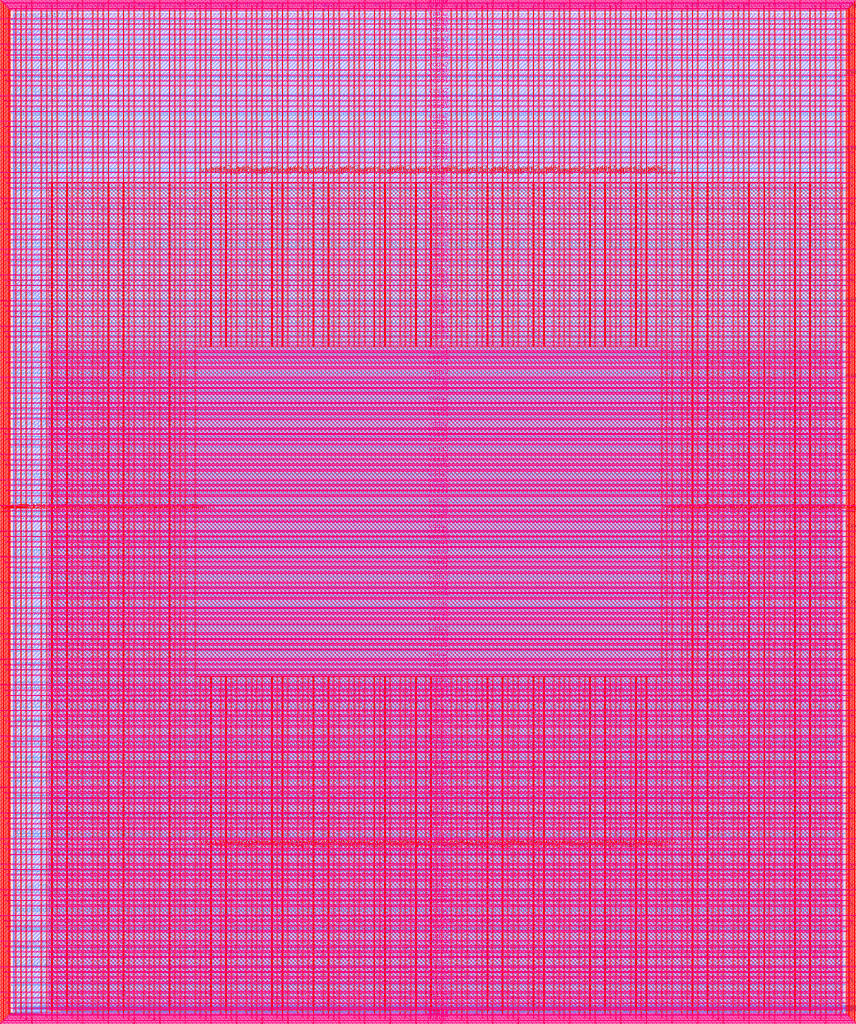
<source format=lef>
VERSION 5.7 ;
  NOWIREEXTENSIONATPIN ON ;
  DIVIDERCHAR "/" ;
  BUSBITCHARS "[]" ;
MACRO user_project_wrapper
  CLASS BLOCK ;
  FOREIGN user_project_wrapper ;
  ORIGIN 0.000 0.000 ;
  SIZE 2920.000 BY 3520.000 ;
  PIN analog_io[0]
    DIRECTION INOUT ;
    USE SIGNAL ;
    PORT
      LAYER met3 ;
        RECT 2917.600 1426.380 2924.800 1427.580 ;
    END
  END analog_io[0]
  PIN analog_io[10]
    DIRECTION INOUT ;
    USE SIGNAL ;
    PORT
      LAYER met2 ;
        RECT 2230.490 3517.600 2231.050 3524.800 ;
    END
  END analog_io[10]
  PIN analog_io[11]
    DIRECTION INOUT ;
    USE SIGNAL ;
    PORT
      LAYER met2 ;
        RECT 1905.730 3517.600 1906.290 3524.800 ;
    END
  END analog_io[11]
  PIN analog_io[12]
    DIRECTION INOUT ;
    USE SIGNAL ;
    PORT
      LAYER met2 ;
        RECT 1581.430 3517.600 1581.990 3524.800 ;
    END
  END analog_io[12]
  PIN analog_io[13]
    DIRECTION INOUT ;
    USE SIGNAL ;
    PORT
      LAYER met2 ;
        RECT 1257.130 3517.600 1257.690 3524.800 ;
    END
  END analog_io[13]
  PIN analog_io[14]
    DIRECTION INOUT ;
    USE SIGNAL ;
    PORT
      LAYER met2 ;
        RECT 932.370 3517.600 932.930 3524.800 ;
    END
  END analog_io[14]
  PIN analog_io[15]
    DIRECTION INOUT ;
    USE SIGNAL ;
    PORT
      LAYER met2 ;
        RECT 608.070 3517.600 608.630 3524.800 ;
    END
  END analog_io[15]
  PIN analog_io[16]
    DIRECTION INOUT ;
    USE SIGNAL ;
    PORT
      LAYER met2 ;
        RECT 283.770 3517.600 284.330 3524.800 ;
    END
  END analog_io[16]
  PIN analog_io[17]
    DIRECTION INOUT ;
    USE SIGNAL ;
    PORT
      LAYER met3 ;
        RECT -4.800 3486.100 2.400 3487.300 ;
    END
  END analog_io[17]
  PIN analog_io[18]
    DIRECTION INOUT ;
    USE SIGNAL ;
    PORT
      LAYER met3 ;
        RECT -4.800 3224.980 2.400 3226.180 ;
    END
  END analog_io[18]
  PIN analog_io[19]
    DIRECTION INOUT ;
    USE SIGNAL ;
    PORT
      LAYER met3 ;
        RECT -4.800 2964.540 2.400 2965.740 ;
    END
  END analog_io[19]
  PIN analog_io[1]
    DIRECTION INOUT ;
    USE SIGNAL ;
    PORT
      LAYER met3 ;
        RECT 2917.600 1692.260 2924.800 1693.460 ;
    END
  END analog_io[1]
  PIN analog_io[20]
    DIRECTION INOUT ;
    USE SIGNAL ;
    PORT
      LAYER met3 ;
        RECT -4.800 2703.420 2.400 2704.620 ;
    END
  END analog_io[20]
  PIN analog_io[21]
    DIRECTION INOUT ;
    USE SIGNAL ;
    PORT
      LAYER met3 ;
        RECT -4.800 2442.980 2.400 2444.180 ;
    END
  END analog_io[21]
  PIN analog_io[22]
    DIRECTION INOUT ;
    USE SIGNAL ;
    PORT
      LAYER met3 ;
        RECT -4.800 2182.540 2.400 2183.740 ;
    END
  END analog_io[22]
  PIN analog_io[23]
    DIRECTION INOUT ;
    USE SIGNAL ;
    PORT
      LAYER met3 ;
        RECT -4.800 1921.420 2.400 1922.620 ;
    END
  END analog_io[23]
  PIN analog_io[24]
    DIRECTION INOUT ;
    USE SIGNAL ;
    PORT
      LAYER met3 ;
        RECT -4.800 1660.980 2.400 1662.180 ;
    END
  END analog_io[24]
  PIN analog_io[25]
    DIRECTION INOUT ;
    USE SIGNAL ;
    PORT
      LAYER met3 ;
        RECT -4.800 1399.860 2.400 1401.060 ;
    END
  END analog_io[25]
  PIN analog_io[26]
    DIRECTION INOUT ;
    USE SIGNAL ;
    PORT
      LAYER met3 ;
        RECT -4.800 1139.420 2.400 1140.620 ;
    END
  END analog_io[26]
  PIN analog_io[27]
    DIRECTION INOUT ;
    USE SIGNAL ;
    PORT
      LAYER met3 ;
        RECT -4.800 878.980 2.400 880.180 ;
    END
  END analog_io[27]
  PIN analog_io[28]
    DIRECTION INOUT ;
    USE SIGNAL ;
    PORT
      LAYER met3 ;
        RECT -4.800 617.860 2.400 619.060 ;
    END
  END analog_io[28]
  PIN analog_io[2]
    DIRECTION INOUT ;
    USE SIGNAL ;
    PORT
      LAYER met3 ;
        RECT 2917.600 1958.140 2924.800 1959.340 ;
    END
  END analog_io[2]
  PIN analog_io[3]
    DIRECTION INOUT ;
    USE SIGNAL ;
    PORT
      LAYER met3 ;
        RECT 2917.600 2223.340 2924.800 2224.540 ;
    END
  END analog_io[3]
  PIN analog_io[4]
    DIRECTION INOUT ;
    USE SIGNAL ;
    PORT
      LAYER met3 ;
        RECT 2917.600 2489.220 2924.800 2490.420 ;
    END
  END analog_io[4]
  PIN analog_io[5]
    DIRECTION INOUT ;
    USE SIGNAL ;
    PORT
      LAYER met3 ;
        RECT 2917.600 2755.100 2924.800 2756.300 ;
    END
  END analog_io[5]
  PIN analog_io[6]
    DIRECTION INOUT ;
    USE SIGNAL ;
    PORT
      LAYER met3 ;
        RECT 2917.600 3020.300 2924.800 3021.500 ;
    END
  END analog_io[6]
  PIN analog_io[7]
    DIRECTION INOUT ;
    USE SIGNAL ;
    PORT
      LAYER met3 ;
        RECT 2917.600 3286.180 2924.800 3287.380 ;
    END
  END analog_io[7]
  PIN analog_io[8]
    DIRECTION INOUT ;
    USE SIGNAL ;
    PORT
      LAYER met2 ;
        RECT 2879.090 3517.600 2879.650 3524.800 ;
    END
  END analog_io[8]
  PIN analog_io[9]
    DIRECTION INOUT ;
    USE SIGNAL ;
    PORT
      LAYER met2 ;
        RECT 2554.790 3517.600 2555.350 3524.800 ;
    END
  END analog_io[9]
  PIN io_in[0]
    DIRECTION INPUT ;
    USE SIGNAL ;
    PORT
      LAYER met3 ;
        RECT 2917.600 32.380 2924.800 33.580 ;
    END
  END io_in[0]
  PIN io_in[10]
    DIRECTION INPUT ;
    USE SIGNAL ;
    PORT
      LAYER met3 ;
        RECT 2917.600 2289.980 2924.800 2291.180 ;
    END
  END io_in[10]
  PIN io_in[11]
    DIRECTION INPUT ;
    USE SIGNAL ;
    PORT
      LAYER met3 ;
        RECT 2917.600 2555.860 2924.800 2557.060 ;
    END
  END io_in[11]
  PIN io_in[12]
    DIRECTION INPUT ;
    USE SIGNAL ;
    PORT
      LAYER met3 ;
        RECT 2917.600 2821.060 2924.800 2822.260 ;
    END
  END io_in[12]
  PIN io_in[13]
    DIRECTION INPUT ;
    USE SIGNAL ;
    PORT
      LAYER met3 ;
        RECT 2917.600 3086.940 2924.800 3088.140 ;
    END
  END io_in[13]
  PIN io_in[14]
    DIRECTION INPUT ;
    USE SIGNAL ;
    PORT
      LAYER met3 ;
        RECT 2917.600 3352.820 2924.800 3354.020 ;
    END
  END io_in[14]
  PIN io_in[15]
    DIRECTION INPUT ;
    USE SIGNAL ;
    PORT
      LAYER met2 ;
        RECT 2798.130 3517.600 2798.690 3524.800 ;
    END
  END io_in[15]
  PIN io_in[16]
    DIRECTION INPUT ;
    USE SIGNAL ;
    PORT
      LAYER met2 ;
        RECT 2473.830 3517.600 2474.390 3524.800 ;
    END
  END io_in[16]
  PIN io_in[17]
    DIRECTION INPUT ;
    USE SIGNAL ;
    PORT
      LAYER met2 ;
        RECT 2149.070 3517.600 2149.630 3524.800 ;
    END
  END io_in[17]
  PIN io_in[18]
    DIRECTION INPUT ;
    USE SIGNAL ;
    PORT
      LAYER met2 ;
        RECT 1824.770 3517.600 1825.330 3524.800 ;
    END
  END io_in[18]
  PIN io_in[19]
    DIRECTION INPUT ;
    USE SIGNAL ;
    PORT
      LAYER met2 ;
        RECT 1500.470 3517.600 1501.030 3524.800 ;
    END
  END io_in[19]
  PIN io_in[1]
    DIRECTION INPUT ;
    USE SIGNAL ;
    PORT
      LAYER met3 ;
        RECT 2917.600 230.940 2924.800 232.140 ;
    END
  END io_in[1]
  PIN io_in[20]
    DIRECTION INPUT ;
    USE SIGNAL ;
    PORT
      LAYER met2 ;
        RECT 1175.710 3517.600 1176.270 3524.800 ;
    END
  END io_in[20]
  PIN io_in[21]
    DIRECTION INPUT ;
    USE SIGNAL ;
    PORT
      LAYER met2 ;
        RECT 851.410 3517.600 851.970 3524.800 ;
    END
  END io_in[21]
  PIN io_in[22]
    DIRECTION INPUT ;
    USE SIGNAL ;
    PORT
      LAYER met2 ;
        RECT 527.110 3517.600 527.670 3524.800 ;
    END
  END io_in[22]
  PIN io_in[23]
    DIRECTION INPUT ;
    USE SIGNAL ;
    PORT
      LAYER met2 ;
        RECT 202.350 3517.600 202.910 3524.800 ;
    END
  END io_in[23]
  PIN io_in[24]
    DIRECTION INPUT ;
    USE SIGNAL ;
    PORT
      LAYER met3 ;
        RECT -4.800 3420.820 2.400 3422.020 ;
    END
  END io_in[24]
  PIN io_in[25]
    DIRECTION INPUT ;
    USE SIGNAL ;
    PORT
      LAYER met3 ;
        RECT -4.800 3159.700 2.400 3160.900 ;
    END
  END io_in[25]
  PIN io_in[26]
    DIRECTION INPUT ;
    USE SIGNAL ;
    PORT
      LAYER met3 ;
        RECT -4.800 2899.260 2.400 2900.460 ;
    END
  END io_in[26]
  PIN io_in[27]
    DIRECTION INPUT ;
    USE SIGNAL ;
    PORT
      LAYER met3 ;
        RECT -4.800 2638.820 2.400 2640.020 ;
    END
  END io_in[27]
  PIN io_in[28]
    DIRECTION INPUT ;
    USE SIGNAL ;
    PORT
      LAYER met3 ;
        RECT -4.800 2377.700 2.400 2378.900 ;
    END
  END io_in[28]
  PIN io_in[29]
    DIRECTION INPUT ;
    USE SIGNAL ;
    PORT
      LAYER met3 ;
        RECT -4.800 2117.260 2.400 2118.460 ;
    END
  END io_in[29]
  PIN io_in[2]
    DIRECTION INPUT ;
    USE SIGNAL ;
    PORT
      LAYER met3 ;
        RECT 2917.600 430.180 2924.800 431.380 ;
    END
  END io_in[2]
  PIN io_in[30]
    DIRECTION INPUT ;
    USE SIGNAL ;
    PORT
      LAYER met3 ;
        RECT -4.800 1856.140 2.400 1857.340 ;
    END
  END io_in[30]
  PIN io_in[31]
    DIRECTION INPUT ;
    USE SIGNAL ;
    PORT
      LAYER met3 ;
        RECT -4.800 1595.700 2.400 1596.900 ;
    END
  END io_in[31]
  PIN io_in[32]
    DIRECTION INPUT ;
    USE SIGNAL ;
    PORT
      LAYER met3 ;
        RECT -4.800 1335.260 2.400 1336.460 ;
    END
  END io_in[32]
  PIN io_in[33]
    DIRECTION INPUT ;
    USE SIGNAL ;
    PORT
      LAYER met3 ;
        RECT -4.800 1074.140 2.400 1075.340 ;
    END
  END io_in[33]
  PIN io_in[34]
    DIRECTION INPUT ;
    USE SIGNAL ;
    PORT
      LAYER met3 ;
        RECT -4.800 813.700 2.400 814.900 ;
    END
  END io_in[34]
  PIN io_in[35]
    DIRECTION INPUT ;
    USE SIGNAL ;
    PORT
      LAYER met3 ;
        RECT -4.800 552.580 2.400 553.780 ;
    END
  END io_in[35]
  PIN io_in[36]
    DIRECTION INPUT ;
    USE SIGNAL ;
    PORT
      LAYER met3 ;
        RECT -4.800 357.420 2.400 358.620 ;
    END
  END io_in[36]
  PIN io_in[37]
    DIRECTION INPUT ;
    USE SIGNAL ;
    PORT
      LAYER met3 ;
        RECT -4.800 161.580 2.400 162.780 ;
    END
  END io_in[37]
  PIN io_in[3]
    DIRECTION INPUT ;
    USE SIGNAL ;
    PORT
      LAYER met3 ;
        RECT 2917.600 629.420 2924.800 630.620 ;
    END
  END io_in[3]
  PIN io_in[4]
    DIRECTION INPUT ;
    USE SIGNAL ;
    PORT
      LAYER met3 ;
        RECT 2917.600 828.660 2924.800 829.860 ;
    END
  END io_in[4]
  PIN io_in[5]
    DIRECTION INPUT ;
    USE SIGNAL ;
    PORT
      LAYER met3 ;
        RECT 2917.600 1027.900 2924.800 1029.100 ;
    END
  END io_in[5]
  PIN io_in[6]
    DIRECTION INPUT ;
    USE SIGNAL ;
    PORT
      LAYER met3 ;
        RECT 2917.600 1227.140 2924.800 1228.340 ;
    END
  END io_in[6]
  PIN io_in[7]
    DIRECTION INPUT ;
    USE SIGNAL ;
    PORT
      LAYER met3 ;
        RECT 2917.600 1493.020 2924.800 1494.220 ;
    END
  END io_in[7]
  PIN io_in[8]
    DIRECTION INPUT ;
    USE SIGNAL ;
    PORT
      LAYER met3 ;
        RECT 2917.600 1758.900 2924.800 1760.100 ;
    END
  END io_in[8]
  PIN io_in[9]
    DIRECTION INPUT ;
    USE SIGNAL ;
    PORT
      LAYER met3 ;
        RECT 2917.600 2024.100 2924.800 2025.300 ;
    END
  END io_in[9]
  PIN io_oeb[0]
    DIRECTION OUTPUT TRISTATE ;
    USE SIGNAL ;
    PORT
      LAYER met3 ;
        RECT 2917.600 164.980 2924.800 166.180 ;
    END
  END io_oeb[0]
  PIN io_oeb[10]
    DIRECTION OUTPUT TRISTATE ;
    USE SIGNAL ;
    PORT
      LAYER met3 ;
        RECT 2917.600 2422.580 2924.800 2423.780 ;
    END
  END io_oeb[10]
  PIN io_oeb[11]
    DIRECTION OUTPUT TRISTATE ;
    USE SIGNAL ;
    PORT
      LAYER met3 ;
        RECT 2917.600 2688.460 2924.800 2689.660 ;
    END
  END io_oeb[11]
  PIN io_oeb[12]
    DIRECTION OUTPUT TRISTATE ;
    USE SIGNAL ;
    PORT
      LAYER met3 ;
        RECT 2917.600 2954.340 2924.800 2955.540 ;
    END
  END io_oeb[12]
  PIN io_oeb[13]
    DIRECTION OUTPUT TRISTATE ;
    USE SIGNAL ;
    PORT
      LAYER met3 ;
        RECT 2917.600 3219.540 2924.800 3220.740 ;
    END
  END io_oeb[13]
  PIN io_oeb[14]
    DIRECTION OUTPUT TRISTATE ;
    USE SIGNAL ;
    PORT
      LAYER met3 ;
        RECT 2917.600 3485.420 2924.800 3486.620 ;
    END
  END io_oeb[14]
  PIN io_oeb[15]
    DIRECTION OUTPUT TRISTATE ;
    USE SIGNAL ;
    PORT
      LAYER met2 ;
        RECT 2635.750 3517.600 2636.310 3524.800 ;
    END
  END io_oeb[15]
  PIN io_oeb[16]
    DIRECTION OUTPUT TRISTATE ;
    USE SIGNAL ;
    PORT
      LAYER met2 ;
        RECT 2311.450 3517.600 2312.010 3524.800 ;
    END
  END io_oeb[16]
  PIN io_oeb[17]
    DIRECTION OUTPUT TRISTATE ;
    USE SIGNAL ;
    PORT
      LAYER met2 ;
        RECT 1987.150 3517.600 1987.710 3524.800 ;
    END
  END io_oeb[17]
  PIN io_oeb[18]
    DIRECTION OUTPUT TRISTATE ;
    USE SIGNAL ;
    PORT
      LAYER met2 ;
        RECT 1662.390 3517.600 1662.950 3524.800 ;
    END
  END io_oeb[18]
  PIN io_oeb[19]
    DIRECTION OUTPUT TRISTATE ;
    USE SIGNAL ;
    PORT
      LAYER met2 ;
        RECT 1338.090 3517.600 1338.650 3524.800 ;
    END
  END io_oeb[19]
  PIN io_oeb[1]
    DIRECTION OUTPUT TRISTATE ;
    USE SIGNAL ;
    PORT
      LAYER met3 ;
        RECT 2917.600 364.220 2924.800 365.420 ;
    END
  END io_oeb[1]
  PIN io_oeb[20]
    DIRECTION OUTPUT TRISTATE ;
    USE SIGNAL ;
    PORT
      LAYER met2 ;
        RECT 1013.790 3517.600 1014.350 3524.800 ;
    END
  END io_oeb[20]
  PIN io_oeb[21]
    DIRECTION OUTPUT TRISTATE ;
    USE SIGNAL ;
    PORT
      LAYER met2 ;
        RECT 689.030 3517.600 689.590 3524.800 ;
    END
  END io_oeb[21]
  PIN io_oeb[22]
    DIRECTION OUTPUT TRISTATE ;
    USE SIGNAL ;
    PORT
      LAYER met2 ;
        RECT 364.730 3517.600 365.290 3524.800 ;
    END
  END io_oeb[22]
  PIN io_oeb[23]
    DIRECTION OUTPUT TRISTATE ;
    USE SIGNAL ;
    PORT
      LAYER met2 ;
        RECT 40.430 3517.600 40.990 3524.800 ;
    END
  END io_oeb[23]
  PIN io_oeb[24]
    DIRECTION OUTPUT TRISTATE ;
    USE SIGNAL ;
    PORT
      LAYER met3 ;
        RECT -4.800 3290.260 2.400 3291.460 ;
    END
  END io_oeb[24]
  PIN io_oeb[25]
    DIRECTION OUTPUT TRISTATE ;
    USE SIGNAL ;
    PORT
      LAYER met3 ;
        RECT -4.800 3029.820 2.400 3031.020 ;
    END
  END io_oeb[25]
  PIN io_oeb[26]
    DIRECTION OUTPUT TRISTATE ;
    USE SIGNAL ;
    PORT
      LAYER met3 ;
        RECT -4.800 2768.700 2.400 2769.900 ;
    END
  END io_oeb[26]
  PIN io_oeb[27]
    DIRECTION OUTPUT TRISTATE ;
    USE SIGNAL ;
    PORT
      LAYER met3 ;
        RECT -4.800 2508.260 2.400 2509.460 ;
    END
  END io_oeb[27]
  PIN io_oeb[28]
    DIRECTION OUTPUT TRISTATE ;
    USE SIGNAL ;
    PORT
      LAYER met3 ;
        RECT -4.800 2247.140 2.400 2248.340 ;
    END
  END io_oeb[28]
  PIN io_oeb[29]
    DIRECTION OUTPUT TRISTATE ;
    USE SIGNAL ;
    PORT
      LAYER met3 ;
        RECT -4.800 1986.700 2.400 1987.900 ;
    END
  END io_oeb[29]
  PIN io_oeb[2]
    DIRECTION OUTPUT TRISTATE ;
    USE SIGNAL ;
    PORT
      LAYER met3 ;
        RECT 2917.600 563.460 2924.800 564.660 ;
    END
  END io_oeb[2]
  PIN io_oeb[30]
    DIRECTION OUTPUT TRISTATE ;
    USE SIGNAL ;
    PORT
      LAYER met3 ;
        RECT -4.800 1726.260 2.400 1727.460 ;
    END
  END io_oeb[30]
  PIN io_oeb[31]
    DIRECTION OUTPUT TRISTATE ;
    USE SIGNAL ;
    PORT
      LAYER met3 ;
        RECT -4.800 1465.140 2.400 1466.340 ;
    END
  END io_oeb[31]
  PIN io_oeb[32]
    DIRECTION OUTPUT TRISTATE ;
    USE SIGNAL ;
    PORT
      LAYER met3 ;
        RECT -4.800 1204.700 2.400 1205.900 ;
    END
  END io_oeb[32]
  PIN io_oeb[33]
    DIRECTION OUTPUT TRISTATE ;
    USE SIGNAL ;
    PORT
      LAYER met3 ;
        RECT -4.800 943.580 2.400 944.780 ;
    END
  END io_oeb[33]
  PIN io_oeb[34]
    DIRECTION OUTPUT TRISTATE ;
    USE SIGNAL ;
    PORT
      LAYER met3 ;
        RECT -4.800 683.140 2.400 684.340 ;
    END
  END io_oeb[34]
  PIN io_oeb[35]
    DIRECTION OUTPUT TRISTATE ;
    USE SIGNAL ;
    PORT
      LAYER met3 ;
        RECT -4.800 422.700 2.400 423.900 ;
    END
  END io_oeb[35]
  PIN io_oeb[36]
    DIRECTION OUTPUT TRISTATE ;
    USE SIGNAL ;
    PORT
      LAYER met3 ;
        RECT -4.800 226.860 2.400 228.060 ;
    END
  END io_oeb[36]
  PIN io_oeb[37]
    DIRECTION OUTPUT TRISTATE ;
    USE SIGNAL ;
    PORT
      LAYER met3 ;
        RECT -4.800 31.700 2.400 32.900 ;
    END
  END io_oeb[37]
  PIN io_oeb[3]
    DIRECTION OUTPUT TRISTATE ;
    USE SIGNAL ;
    PORT
      LAYER met3 ;
        RECT 2917.600 762.700 2924.800 763.900 ;
    END
  END io_oeb[3]
  PIN io_oeb[4]
    DIRECTION OUTPUT TRISTATE ;
    USE SIGNAL ;
    PORT
      LAYER met3 ;
        RECT 2917.600 961.940 2924.800 963.140 ;
    END
  END io_oeb[4]
  PIN io_oeb[5]
    DIRECTION OUTPUT TRISTATE ;
    USE SIGNAL ;
    PORT
      LAYER met3 ;
        RECT 2917.600 1161.180 2924.800 1162.380 ;
    END
  END io_oeb[5]
  PIN io_oeb[6]
    DIRECTION OUTPUT TRISTATE ;
    USE SIGNAL ;
    PORT
      LAYER met3 ;
        RECT 2917.600 1360.420 2924.800 1361.620 ;
    END
  END io_oeb[6]
  PIN io_oeb[7]
    DIRECTION OUTPUT TRISTATE ;
    USE SIGNAL ;
    PORT
      LAYER met3 ;
        RECT 2917.600 1625.620 2924.800 1626.820 ;
    END
  END io_oeb[7]
  PIN io_oeb[8]
    DIRECTION OUTPUT TRISTATE ;
    USE SIGNAL ;
    PORT
      LAYER met3 ;
        RECT 2917.600 1891.500 2924.800 1892.700 ;
    END
  END io_oeb[8]
  PIN io_oeb[9]
    DIRECTION OUTPUT TRISTATE ;
    USE SIGNAL ;
    PORT
      LAYER met3 ;
        RECT 2917.600 2157.380 2924.800 2158.580 ;
    END
  END io_oeb[9]
  PIN io_out[0]
    DIRECTION OUTPUT TRISTATE ;
    USE SIGNAL ;
    PORT
      LAYER met3 ;
        RECT 2917.600 98.340 2924.800 99.540 ;
    END
  END io_out[0]
  PIN io_out[10]
    DIRECTION OUTPUT TRISTATE ;
    USE SIGNAL ;
    PORT
      LAYER met3 ;
        RECT 2917.600 2356.620 2924.800 2357.820 ;
    END
  END io_out[10]
  PIN io_out[11]
    DIRECTION OUTPUT TRISTATE ;
    USE SIGNAL ;
    PORT
      LAYER met3 ;
        RECT 2917.600 2621.820 2924.800 2623.020 ;
    END
  END io_out[11]
  PIN io_out[12]
    DIRECTION OUTPUT TRISTATE ;
    USE SIGNAL ;
    PORT
      LAYER met3 ;
        RECT 2917.600 2887.700 2924.800 2888.900 ;
    END
  END io_out[12]
  PIN io_out[13]
    DIRECTION OUTPUT TRISTATE ;
    USE SIGNAL ;
    PORT
      LAYER met3 ;
        RECT 2917.600 3153.580 2924.800 3154.780 ;
    END
  END io_out[13]
  PIN io_out[14]
    DIRECTION OUTPUT TRISTATE ;
    USE SIGNAL ;
    PORT
      LAYER met3 ;
        RECT 2917.600 3418.780 2924.800 3419.980 ;
    END
  END io_out[14]
  PIN io_out[15]
    DIRECTION OUTPUT TRISTATE ;
    USE SIGNAL ;
    PORT
      LAYER met2 ;
        RECT 2717.170 3517.600 2717.730 3524.800 ;
    END
  END io_out[15]
  PIN io_out[16]
    DIRECTION OUTPUT TRISTATE ;
    USE SIGNAL ;
    PORT
      LAYER met2 ;
        RECT 2392.410 3517.600 2392.970 3524.800 ;
    END
  END io_out[16]
  PIN io_out[17]
    DIRECTION OUTPUT TRISTATE ;
    USE SIGNAL ;
    PORT
      LAYER met2 ;
        RECT 2068.110 3517.600 2068.670 3524.800 ;
    END
  END io_out[17]
  PIN io_out[18]
    DIRECTION OUTPUT TRISTATE ;
    USE SIGNAL ;
    PORT
      LAYER met2 ;
        RECT 1743.810 3517.600 1744.370 3524.800 ;
    END
  END io_out[18]
  PIN io_out[19]
    DIRECTION OUTPUT TRISTATE ;
    USE SIGNAL ;
    PORT
      LAYER met2 ;
        RECT 1419.050 3517.600 1419.610 3524.800 ;
    END
  END io_out[19]
  PIN io_out[1]
    DIRECTION OUTPUT TRISTATE ;
    USE SIGNAL ;
    PORT
      LAYER met3 ;
        RECT 2917.600 297.580 2924.800 298.780 ;
    END
  END io_out[1]
  PIN io_out[20]
    DIRECTION OUTPUT TRISTATE ;
    USE SIGNAL ;
    PORT
      LAYER met2 ;
        RECT 1094.750 3517.600 1095.310 3524.800 ;
    END
  END io_out[20]
  PIN io_out[21]
    DIRECTION OUTPUT TRISTATE ;
    USE SIGNAL ;
    PORT
      LAYER met2 ;
        RECT 770.450 3517.600 771.010 3524.800 ;
    END
  END io_out[21]
  PIN io_out[22]
    DIRECTION OUTPUT TRISTATE ;
    USE SIGNAL ;
    PORT
      LAYER met2 ;
        RECT 445.690 3517.600 446.250 3524.800 ;
    END
  END io_out[22]
  PIN io_out[23]
    DIRECTION OUTPUT TRISTATE ;
    USE SIGNAL ;
    PORT
      LAYER met2 ;
        RECT 121.390 3517.600 121.950 3524.800 ;
    END
  END io_out[23]
  PIN io_out[24]
    DIRECTION OUTPUT TRISTATE ;
    USE SIGNAL ;
    PORT
      LAYER met3 ;
        RECT -4.800 3355.540 2.400 3356.740 ;
    END
  END io_out[24]
  PIN io_out[25]
    DIRECTION OUTPUT TRISTATE ;
    USE SIGNAL ;
    PORT
      LAYER met3 ;
        RECT -4.800 3095.100 2.400 3096.300 ;
    END
  END io_out[25]
  PIN io_out[26]
    DIRECTION OUTPUT TRISTATE ;
    USE SIGNAL ;
    PORT
      LAYER met3 ;
        RECT -4.800 2833.980 2.400 2835.180 ;
    END
  END io_out[26]
  PIN io_out[27]
    DIRECTION OUTPUT TRISTATE ;
    USE SIGNAL ;
    PORT
      LAYER met3 ;
        RECT -4.800 2573.540 2.400 2574.740 ;
    END
  END io_out[27]
  PIN io_out[28]
    DIRECTION OUTPUT TRISTATE ;
    USE SIGNAL ;
    PORT
      LAYER met3 ;
        RECT -4.800 2312.420 2.400 2313.620 ;
    END
  END io_out[28]
  PIN io_out[29]
    DIRECTION OUTPUT TRISTATE ;
    USE SIGNAL ;
    PORT
      LAYER met3 ;
        RECT -4.800 2051.980 2.400 2053.180 ;
    END
  END io_out[29]
  PIN io_out[2]
    DIRECTION OUTPUT TRISTATE ;
    USE SIGNAL ;
    PORT
      LAYER met3 ;
        RECT 2917.600 496.820 2924.800 498.020 ;
    END
  END io_out[2]
  PIN io_out[30]
    DIRECTION OUTPUT TRISTATE ;
    USE SIGNAL ;
    PORT
      LAYER met3 ;
        RECT -4.800 1791.540 2.400 1792.740 ;
    END
  END io_out[30]
  PIN io_out[31]
    DIRECTION OUTPUT TRISTATE ;
    USE SIGNAL ;
    PORT
      LAYER met3 ;
        RECT -4.800 1530.420 2.400 1531.620 ;
    END
  END io_out[31]
  PIN io_out[32]
    DIRECTION OUTPUT TRISTATE ;
    USE SIGNAL ;
    PORT
      LAYER met3 ;
        RECT -4.800 1269.980 2.400 1271.180 ;
    END
  END io_out[32]
  PIN io_out[33]
    DIRECTION OUTPUT TRISTATE ;
    USE SIGNAL ;
    PORT
      LAYER met3 ;
        RECT -4.800 1008.860 2.400 1010.060 ;
    END
  END io_out[33]
  PIN io_out[34]
    DIRECTION OUTPUT TRISTATE ;
    USE SIGNAL ;
    PORT
      LAYER met3 ;
        RECT -4.800 748.420 2.400 749.620 ;
    END
  END io_out[34]
  PIN io_out[35]
    DIRECTION OUTPUT TRISTATE ;
    USE SIGNAL ;
    PORT
      LAYER met3 ;
        RECT -4.800 487.300 2.400 488.500 ;
    END
  END io_out[35]
  PIN io_out[36]
    DIRECTION OUTPUT TRISTATE ;
    USE SIGNAL ;
    PORT
      LAYER met3 ;
        RECT -4.800 292.140 2.400 293.340 ;
    END
  END io_out[36]
  PIN io_out[37]
    DIRECTION OUTPUT TRISTATE ;
    USE SIGNAL ;
    PORT
      LAYER met3 ;
        RECT -4.800 96.300 2.400 97.500 ;
    END
  END io_out[37]
  PIN io_out[3]
    DIRECTION OUTPUT TRISTATE ;
    USE SIGNAL ;
    PORT
      LAYER met3 ;
        RECT 2917.600 696.060 2924.800 697.260 ;
    END
  END io_out[3]
  PIN io_out[4]
    DIRECTION OUTPUT TRISTATE ;
    USE SIGNAL ;
    PORT
      LAYER met3 ;
        RECT 2917.600 895.300 2924.800 896.500 ;
    END
  END io_out[4]
  PIN io_out[5]
    DIRECTION OUTPUT TRISTATE ;
    USE SIGNAL ;
    PORT
      LAYER met3 ;
        RECT 2917.600 1094.540 2924.800 1095.740 ;
    END
  END io_out[5]
  PIN io_out[6]
    DIRECTION OUTPUT TRISTATE ;
    USE SIGNAL ;
    PORT
      LAYER met3 ;
        RECT 2917.600 1293.780 2924.800 1294.980 ;
    END
  END io_out[6]
  PIN io_out[7]
    DIRECTION OUTPUT TRISTATE ;
    USE SIGNAL ;
    PORT
      LAYER met3 ;
        RECT 2917.600 1559.660 2924.800 1560.860 ;
    END
  END io_out[7]
  PIN io_out[8]
    DIRECTION OUTPUT TRISTATE ;
    USE SIGNAL ;
    PORT
      LAYER met3 ;
        RECT 2917.600 1824.860 2924.800 1826.060 ;
    END
  END io_out[8]
  PIN io_out[9]
    DIRECTION OUTPUT TRISTATE ;
    USE SIGNAL ;
    PORT
      LAYER met3 ;
        RECT 2917.600 2090.740 2924.800 2091.940 ;
    END
  END io_out[9]
  PIN la_data_in[0]
    DIRECTION INPUT ;
    USE SIGNAL ;
    PORT
      LAYER met2 ;
        RECT 629.230 -4.800 629.790 2.400 ;
    END
  END la_data_in[0]
  PIN la_data_in[100]
    DIRECTION INPUT ;
    USE SIGNAL ;
    PORT
      LAYER met2 ;
        RECT 2402.530 -4.800 2403.090 2.400 ;
    END
  END la_data_in[100]
  PIN la_data_in[101]
    DIRECTION INPUT ;
    USE SIGNAL ;
    PORT
      LAYER met2 ;
        RECT 2420.010 -4.800 2420.570 2.400 ;
    END
  END la_data_in[101]
  PIN la_data_in[102]
    DIRECTION INPUT ;
    USE SIGNAL ;
    PORT
      LAYER met2 ;
        RECT 2437.950 -4.800 2438.510 2.400 ;
    END
  END la_data_in[102]
  PIN la_data_in[103]
    DIRECTION INPUT ;
    USE SIGNAL ;
    PORT
      LAYER met2 ;
        RECT 2455.430 -4.800 2455.990 2.400 ;
    END
  END la_data_in[103]
  PIN la_data_in[104]
    DIRECTION INPUT ;
    USE SIGNAL ;
    PORT
      LAYER met2 ;
        RECT 2473.370 -4.800 2473.930 2.400 ;
    END
  END la_data_in[104]
  PIN la_data_in[105]
    DIRECTION INPUT ;
    USE SIGNAL ;
    PORT
      LAYER met2 ;
        RECT 2490.850 -4.800 2491.410 2.400 ;
    END
  END la_data_in[105]
  PIN la_data_in[106]
    DIRECTION INPUT ;
    USE SIGNAL ;
    PORT
      LAYER met2 ;
        RECT 2508.790 -4.800 2509.350 2.400 ;
    END
  END la_data_in[106]
  PIN la_data_in[107]
    DIRECTION INPUT ;
    USE SIGNAL ;
    PORT
      LAYER met2 ;
        RECT 2526.730 -4.800 2527.290 2.400 ;
    END
  END la_data_in[107]
  PIN la_data_in[108]
    DIRECTION INPUT ;
    USE SIGNAL ;
    PORT
      LAYER met2 ;
        RECT 2544.210 -4.800 2544.770 2.400 ;
    END
  END la_data_in[108]
  PIN la_data_in[109]
    DIRECTION INPUT ;
    USE SIGNAL ;
    PORT
      LAYER met2 ;
        RECT 2562.150 -4.800 2562.710 2.400 ;
    END
  END la_data_in[109]
  PIN la_data_in[10]
    DIRECTION INPUT ;
    USE SIGNAL ;
    PORT
      LAYER met2 ;
        RECT 806.330 -4.800 806.890 2.400 ;
    END
  END la_data_in[10]
  PIN la_data_in[110]
    DIRECTION INPUT ;
    USE SIGNAL ;
    PORT
      LAYER met2 ;
        RECT 2579.630 -4.800 2580.190 2.400 ;
    END
  END la_data_in[110]
  PIN la_data_in[111]
    DIRECTION INPUT ;
    USE SIGNAL ;
    PORT
      LAYER met2 ;
        RECT 2597.570 -4.800 2598.130 2.400 ;
    END
  END la_data_in[111]
  PIN la_data_in[112]
    DIRECTION INPUT ;
    USE SIGNAL ;
    PORT
      LAYER met2 ;
        RECT 2615.050 -4.800 2615.610 2.400 ;
    END
  END la_data_in[112]
  PIN la_data_in[113]
    DIRECTION INPUT ;
    USE SIGNAL ;
    PORT
      LAYER met2 ;
        RECT 2632.990 -4.800 2633.550 2.400 ;
    END
  END la_data_in[113]
  PIN la_data_in[114]
    DIRECTION INPUT ;
    USE SIGNAL ;
    PORT
      LAYER met2 ;
        RECT 2650.470 -4.800 2651.030 2.400 ;
    END
  END la_data_in[114]
  PIN la_data_in[115]
    DIRECTION INPUT ;
    USE SIGNAL ;
    PORT
      LAYER met2 ;
        RECT 2668.410 -4.800 2668.970 2.400 ;
    END
  END la_data_in[115]
  PIN la_data_in[116]
    DIRECTION INPUT ;
    USE SIGNAL ;
    PORT
      LAYER met2 ;
        RECT 2685.890 -4.800 2686.450 2.400 ;
    END
  END la_data_in[116]
  PIN la_data_in[117]
    DIRECTION INPUT ;
    USE SIGNAL ;
    PORT
      LAYER met2 ;
        RECT 2703.830 -4.800 2704.390 2.400 ;
    END
  END la_data_in[117]
  PIN la_data_in[118]
    DIRECTION INPUT ;
    USE SIGNAL ;
    PORT
      LAYER met2 ;
        RECT 2721.770 -4.800 2722.330 2.400 ;
    END
  END la_data_in[118]
  PIN la_data_in[119]
    DIRECTION INPUT ;
    USE SIGNAL ;
    PORT
      LAYER met2 ;
        RECT 2739.250 -4.800 2739.810 2.400 ;
    END
  END la_data_in[119]
  PIN la_data_in[11]
    DIRECTION INPUT ;
    USE SIGNAL ;
    PORT
      LAYER met2 ;
        RECT 824.270 -4.800 824.830 2.400 ;
    END
  END la_data_in[11]
  PIN la_data_in[120]
    DIRECTION INPUT ;
    USE SIGNAL ;
    PORT
      LAYER met2 ;
        RECT 2757.190 -4.800 2757.750 2.400 ;
    END
  END la_data_in[120]
  PIN la_data_in[121]
    DIRECTION INPUT ;
    USE SIGNAL ;
    PORT
      LAYER met2 ;
        RECT 2774.670 -4.800 2775.230 2.400 ;
    END
  END la_data_in[121]
  PIN la_data_in[122]
    DIRECTION INPUT ;
    USE SIGNAL ;
    PORT
      LAYER met2 ;
        RECT 2792.610 -4.800 2793.170 2.400 ;
    END
  END la_data_in[122]
  PIN la_data_in[123]
    DIRECTION INPUT ;
    USE SIGNAL ;
    PORT
      LAYER met2 ;
        RECT 2810.090 -4.800 2810.650 2.400 ;
    END
  END la_data_in[123]
  PIN la_data_in[124]
    DIRECTION INPUT ;
    USE SIGNAL ;
    PORT
      LAYER met2 ;
        RECT 2828.030 -4.800 2828.590 2.400 ;
    END
  END la_data_in[124]
  PIN la_data_in[125]
    DIRECTION INPUT ;
    USE SIGNAL ;
    PORT
      LAYER met2 ;
        RECT 2845.510 -4.800 2846.070 2.400 ;
    END
  END la_data_in[125]
  PIN la_data_in[126]
    DIRECTION INPUT ;
    USE SIGNAL ;
    PORT
      LAYER met2 ;
        RECT 2863.450 -4.800 2864.010 2.400 ;
    END
  END la_data_in[126]
  PIN la_data_in[127]
    DIRECTION INPUT ;
    USE SIGNAL ;
    PORT
      LAYER met2 ;
        RECT 2881.390 -4.800 2881.950 2.400 ;
    END
  END la_data_in[127]
  PIN la_data_in[12]
    DIRECTION INPUT ;
    USE SIGNAL ;
    PORT
      LAYER met2 ;
        RECT 841.750 -4.800 842.310 2.400 ;
    END
  END la_data_in[12]
  PIN la_data_in[13]
    DIRECTION INPUT ;
    USE SIGNAL ;
    PORT
      LAYER met2 ;
        RECT 859.690 -4.800 860.250 2.400 ;
    END
  END la_data_in[13]
  PIN la_data_in[14]
    DIRECTION INPUT ;
    USE SIGNAL ;
    PORT
      LAYER met2 ;
        RECT 877.170 -4.800 877.730 2.400 ;
    END
  END la_data_in[14]
  PIN la_data_in[15]
    DIRECTION INPUT ;
    USE SIGNAL ;
    PORT
      LAYER met2 ;
        RECT 895.110 -4.800 895.670 2.400 ;
    END
  END la_data_in[15]
  PIN la_data_in[16]
    DIRECTION INPUT ;
    USE SIGNAL ;
    PORT
      LAYER met2 ;
        RECT 912.590 -4.800 913.150 2.400 ;
    END
  END la_data_in[16]
  PIN la_data_in[17]
    DIRECTION INPUT ;
    USE SIGNAL ;
    PORT
      LAYER met2 ;
        RECT 930.530 -4.800 931.090 2.400 ;
    END
  END la_data_in[17]
  PIN la_data_in[18]
    DIRECTION INPUT ;
    USE SIGNAL ;
    PORT
      LAYER met2 ;
        RECT 948.470 -4.800 949.030 2.400 ;
    END
  END la_data_in[18]
  PIN la_data_in[19]
    DIRECTION INPUT ;
    USE SIGNAL ;
    PORT
      LAYER met2 ;
        RECT 965.950 -4.800 966.510 2.400 ;
    END
  END la_data_in[19]
  PIN la_data_in[1]
    DIRECTION INPUT ;
    USE SIGNAL ;
    PORT
      LAYER met2 ;
        RECT 646.710 -4.800 647.270 2.400 ;
    END
  END la_data_in[1]
  PIN la_data_in[20]
    DIRECTION INPUT ;
    USE SIGNAL ;
    PORT
      LAYER met2 ;
        RECT 983.890 -4.800 984.450 2.400 ;
    END
  END la_data_in[20]
  PIN la_data_in[21]
    DIRECTION INPUT ;
    USE SIGNAL ;
    PORT
      LAYER met2 ;
        RECT 1001.370 -4.800 1001.930 2.400 ;
    END
  END la_data_in[21]
  PIN la_data_in[22]
    DIRECTION INPUT ;
    USE SIGNAL ;
    PORT
      LAYER met2 ;
        RECT 1019.310 -4.800 1019.870 2.400 ;
    END
  END la_data_in[22]
  PIN la_data_in[23]
    DIRECTION INPUT ;
    USE SIGNAL ;
    PORT
      LAYER met2 ;
        RECT 1036.790 -4.800 1037.350 2.400 ;
    END
  END la_data_in[23]
  PIN la_data_in[24]
    DIRECTION INPUT ;
    USE SIGNAL ;
    PORT
      LAYER met2 ;
        RECT 1054.730 -4.800 1055.290 2.400 ;
    END
  END la_data_in[24]
  PIN la_data_in[25]
    DIRECTION INPUT ;
    USE SIGNAL ;
    PORT
      LAYER met2 ;
        RECT 1072.210 -4.800 1072.770 2.400 ;
    END
  END la_data_in[25]
  PIN la_data_in[26]
    DIRECTION INPUT ;
    USE SIGNAL ;
    PORT
      LAYER met2 ;
        RECT 1090.150 -4.800 1090.710 2.400 ;
    END
  END la_data_in[26]
  PIN la_data_in[27]
    DIRECTION INPUT ;
    USE SIGNAL ;
    PORT
      LAYER met2 ;
        RECT 1107.630 -4.800 1108.190 2.400 ;
    END
  END la_data_in[27]
  PIN la_data_in[28]
    DIRECTION INPUT ;
    USE SIGNAL ;
    PORT
      LAYER met2 ;
        RECT 1125.570 -4.800 1126.130 2.400 ;
    END
  END la_data_in[28]
  PIN la_data_in[29]
    DIRECTION INPUT ;
    USE SIGNAL ;
    PORT
      LAYER met2 ;
        RECT 1143.510 -4.800 1144.070 2.400 ;
    END
  END la_data_in[29]
  PIN la_data_in[2]
    DIRECTION INPUT ;
    USE SIGNAL ;
    PORT
      LAYER met2 ;
        RECT 664.650 -4.800 665.210 2.400 ;
    END
  END la_data_in[2]
  PIN la_data_in[30]
    DIRECTION INPUT ;
    USE SIGNAL ;
    PORT
      LAYER met2 ;
        RECT 1160.990 -4.800 1161.550 2.400 ;
    END
  END la_data_in[30]
  PIN la_data_in[31]
    DIRECTION INPUT ;
    USE SIGNAL ;
    PORT
      LAYER met2 ;
        RECT 1178.930 -4.800 1179.490 2.400 ;
    END
  END la_data_in[31]
  PIN la_data_in[32]
    DIRECTION INPUT ;
    USE SIGNAL ;
    PORT
      LAYER met2 ;
        RECT 1196.410 -4.800 1196.970 2.400 ;
    END
  END la_data_in[32]
  PIN la_data_in[33]
    DIRECTION INPUT ;
    USE SIGNAL ;
    PORT
      LAYER met2 ;
        RECT 1214.350 -4.800 1214.910 2.400 ;
    END
  END la_data_in[33]
  PIN la_data_in[34]
    DIRECTION INPUT ;
    USE SIGNAL ;
    PORT
      LAYER met2 ;
        RECT 1231.830 -4.800 1232.390 2.400 ;
    END
  END la_data_in[34]
  PIN la_data_in[35]
    DIRECTION INPUT ;
    USE SIGNAL ;
    PORT
      LAYER met2 ;
        RECT 1249.770 -4.800 1250.330 2.400 ;
    END
  END la_data_in[35]
  PIN la_data_in[36]
    DIRECTION INPUT ;
    USE SIGNAL ;
    PORT
      LAYER met2 ;
        RECT 1267.250 -4.800 1267.810 2.400 ;
    END
  END la_data_in[36]
  PIN la_data_in[37]
    DIRECTION INPUT ;
    USE SIGNAL ;
    PORT
      LAYER met2 ;
        RECT 1285.190 -4.800 1285.750 2.400 ;
    END
  END la_data_in[37]
  PIN la_data_in[38]
    DIRECTION INPUT ;
    USE SIGNAL ;
    PORT
      LAYER met2 ;
        RECT 1303.130 -4.800 1303.690 2.400 ;
    END
  END la_data_in[38]
  PIN la_data_in[39]
    DIRECTION INPUT ;
    USE SIGNAL ;
    PORT
      LAYER met2 ;
        RECT 1320.610 -4.800 1321.170 2.400 ;
    END
  END la_data_in[39]
  PIN la_data_in[3]
    DIRECTION INPUT ;
    USE SIGNAL ;
    PORT
      LAYER met2 ;
        RECT 682.130 -4.800 682.690 2.400 ;
    END
  END la_data_in[3]
  PIN la_data_in[40]
    DIRECTION INPUT ;
    USE SIGNAL ;
    PORT
      LAYER met2 ;
        RECT 1338.550 -4.800 1339.110 2.400 ;
    END
  END la_data_in[40]
  PIN la_data_in[41]
    DIRECTION INPUT ;
    USE SIGNAL ;
    PORT
      LAYER met2 ;
        RECT 1356.030 -4.800 1356.590 2.400 ;
    END
  END la_data_in[41]
  PIN la_data_in[42]
    DIRECTION INPUT ;
    USE SIGNAL ;
    PORT
      LAYER met2 ;
        RECT 1373.970 -4.800 1374.530 2.400 ;
    END
  END la_data_in[42]
  PIN la_data_in[43]
    DIRECTION INPUT ;
    USE SIGNAL ;
    PORT
      LAYER met2 ;
        RECT 1391.450 -4.800 1392.010 2.400 ;
    END
  END la_data_in[43]
  PIN la_data_in[44]
    DIRECTION INPUT ;
    USE SIGNAL ;
    PORT
      LAYER met2 ;
        RECT 1409.390 -4.800 1409.950 2.400 ;
    END
  END la_data_in[44]
  PIN la_data_in[45]
    DIRECTION INPUT ;
    USE SIGNAL ;
    PORT
      LAYER met2 ;
        RECT 1426.870 -4.800 1427.430 2.400 ;
    END
  END la_data_in[45]
  PIN la_data_in[46]
    DIRECTION INPUT ;
    USE SIGNAL ;
    PORT
      LAYER met2 ;
        RECT 1444.810 -4.800 1445.370 2.400 ;
    END
  END la_data_in[46]
  PIN la_data_in[47]
    DIRECTION INPUT ;
    USE SIGNAL ;
    PORT
      LAYER met2 ;
        RECT 1462.750 -4.800 1463.310 2.400 ;
    END
  END la_data_in[47]
  PIN la_data_in[48]
    DIRECTION INPUT ;
    USE SIGNAL ;
    PORT
      LAYER met2 ;
        RECT 1480.230 -4.800 1480.790 2.400 ;
    END
  END la_data_in[48]
  PIN la_data_in[49]
    DIRECTION INPUT ;
    USE SIGNAL ;
    PORT
      LAYER met2 ;
        RECT 1498.170 -4.800 1498.730 2.400 ;
    END
  END la_data_in[49]
  PIN la_data_in[4]
    DIRECTION INPUT ;
    USE SIGNAL ;
    PORT
      LAYER met2 ;
        RECT 700.070 -4.800 700.630 2.400 ;
    END
  END la_data_in[4]
  PIN la_data_in[50]
    DIRECTION INPUT ;
    USE SIGNAL ;
    PORT
      LAYER met2 ;
        RECT 1515.650 -4.800 1516.210 2.400 ;
    END
  END la_data_in[50]
  PIN la_data_in[51]
    DIRECTION INPUT ;
    USE SIGNAL ;
    PORT
      LAYER met2 ;
        RECT 1533.590 -4.800 1534.150 2.400 ;
    END
  END la_data_in[51]
  PIN la_data_in[52]
    DIRECTION INPUT ;
    USE SIGNAL ;
    PORT
      LAYER met2 ;
        RECT 1551.070 -4.800 1551.630 2.400 ;
    END
  END la_data_in[52]
  PIN la_data_in[53]
    DIRECTION INPUT ;
    USE SIGNAL ;
    PORT
      LAYER met2 ;
        RECT 1569.010 -4.800 1569.570 2.400 ;
    END
  END la_data_in[53]
  PIN la_data_in[54]
    DIRECTION INPUT ;
    USE SIGNAL ;
    PORT
      LAYER met2 ;
        RECT 1586.490 -4.800 1587.050 2.400 ;
    END
  END la_data_in[54]
  PIN la_data_in[55]
    DIRECTION INPUT ;
    USE SIGNAL ;
    PORT
      LAYER met2 ;
        RECT 1604.430 -4.800 1604.990 2.400 ;
    END
  END la_data_in[55]
  PIN la_data_in[56]
    DIRECTION INPUT ;
    USE SIGNAL ;
    PORT
      LAYER met2 ;
        RECT 1621.910 -4.800 1622.470 2.400 ;
    END
  END la_data_in[56]
  PIN la_data_in[57]
    DIRECTION INPUT ;
    USE SIGNAL ;
    PORT
      LAYER met2 ;
        RECT 1639.850 -4.800 1640.410 2.400 ;
    END
  END la_data_in[57]
  PIN la_data_in[58]
    DIRECTION INPUT ;
    USE SIGNAL ;
    PORT
      LAYER met2 ;
        RECT 1657.790 -4.800 1658.350 2.400 ;
    END
  END la_data_in[58]
  PIN la_data_in[59]
    DIRECTION INPUT ;
    USE SIGNAL ;
    PORT
      LAYER met2 ;
        RECT 1675.270 -4.800 1675.830 2.400 ;
    END
  END la_data_in[59]
  PIN la_data_in[5]
    DIRECTION INPUT ;
    USE SIGNAL ;
    PORT
      LAYER met2 ;
        RECT 717.550 -4.800 718.110 2.400 ;
    END
  END la_data_in[5]
  PIN la_data_in[60]
    DIRECTION INPUT ;
    USE SIGNAL ;
    PORT
      LAYER met2 ;
        RECT 1693.210 -4.800 1693.770 2.400 ;
    END
  END la_data_in[60]
  PIN la_data_in[61]
    DIRECTION INPUT ;
    USE SIGNAL ;
    PORT
      LAYER met2 ;
        RECT 1710.690 -4.800 1711.250 2.400 ;
    END
  END la_data_in[61]
  PIN la_data_in[62]
    DIRECTION INPUT ;
    USE SIGNAL ;
    PORT
      LAYER met2 ;
        RECT 1728.630 -4.800 1729.190 2.400 ;
    END
  END la_data_in[62]
  PIN la_data_in[63]
    DIRECTION INPUT ;
    USE SIGNAL ;
    PORT
      LAYER met2 ;
        RECT 1746.110 -4.800 1746.670 2.400 ;
    END
  END la_data_in[63]
  PIN la_data_in[64]
    DIRECTION INPUT ;
    USE SIGNAL ;
    PORT
      LAYER met2 ;
        RECT 1764.050 -4.800 1764.610 2.400 ;
    END
  END la_data_in[64]
  PIN la_data_in[65]
    DIRECTION INPUT ;
    USE SIGNAL ;
    PORT
      LAYER met2 ;
        RECT 1781.530 -4.800 1782.090 2.400 ;
    END
  END la_data_in[65]
  PIN la_data_in[66]
    DIRECTION INPUT ;
    USE SIGNAL ;
    PORT
      LAYER met2 ;
        RECT 1799.470 -4.800 1800.030 2.400 ;
    END
  END la_data_in[66]
  PIN la_data_in[67]
    DIRECTION INPUT ;
    USE SIGNAL ;
    PORT
      LAYER met2 ;
        RECT 1817.410 -4.800 1817.970 2.400 ;
    END
  END la_data_in[67]
  PIN la_data_in[68]
    DIRECTION INPUT ;
    USE SIGNAL ;
    PORT
      LAYER met2 ;
        RECT 1834.890 -4.800 1835.450 2.400 ;
    END
  END la_data_in[68]
  PIN la_data_in[69]
    DIRECTION INPUT ;
    USE SIGNAL ;
    PORT
      LAYER met2 ;
        RECT 1852.830 -4.800 1853.390 2.400 ;
    END
  END la_data_in[69]
  PIN la_data_in[6]
    DIRECTION INPUT ;
    USE SIGNAL ;
    PORT
      LAYER met2 ;
        RECT 735.490 -4.800 736.050 2.400 ;
    END
  END la_data_in[6]
  PIN la_data_in[70]
    DIRECTION INPUT ;
    USE SIGNAL ;
    PORT
      LAYER met2 ;
        RECT 1870.310 -4.800 1870.870 2.400 ;
    END
  END la_data_in[70]
  PIN la_data_in[71]
    DIRECTION INPUT ;
    USE SIGNAL ;
    PORT
      LAYER met2 ;
        RECT 1888.250 -4.800 1888.810 2.400 ;
    END
  END la_data_in[71]
  PIN la_data_in[72]
    DIRECTION INPUT ;
    USE SIGNAL ;
    PORT
      LAYER met2 ;
        RECT 1905.730 -4.800 1906.290 2.400 ;
    END
  END la_data_in[72]
  PIN la_data_in[73]
    DIRECTION INPUT ;
    USE SIGNAL ;
    PORT
      LAYER met2 ;
        RECT 1923.670 -4.800 1924.230 2.400 ;
    END
  END la_data_in[73]
  PIN la_data_in[74]
    DIRECTION INPUT ;
    USE SIGNAL ;
    PORT
      LAYER met2 ;
        RECT 1941.150 -4.800 1941.710 2.400 ;
    END
  END la_data_in[74]
  PIN la_data_in[75]
    DIRECTION INPUT ;
    USE SIGNAL ;
    PORT
      LAYER met2 ;
        RECT 1959.090 -4.800 1959.650 2.400 ;
    END
  END la_data_in[75]
  PIN la_data_in[76]
    DIRECTION INPUT ;
    USE SIGNAL ;
    PORT
      LAYER met2 ;
        RECT 1976.570 -4.800 1977.130 2.400 ;
    END
  END la_data_in[76]
  PIN la_data_in[77]
    DIRECTION INPUT ;
    USE SIGNAL ;
    PORT
      LAYER met2 ;
        RECT 1994.510 -4.800 1995.070 2.400 ;
    END
  END la_data_in[77]
  PIN la_data_in[78]
    DIRECTION INPUT ;
    USE SIGNAL ;
    PORT
      LAYER met2 ;
        RECT 2012.450 -4.800 2013.010 2.400 ;
    END
  END la_data_in[78]
  PIN la_data_in[79]
    DIRECTION INPUT ;
    USE SIGNAL ;
    PORT
      LAYER met2 ;
        RECT 2029.930 -4.800 2030.490 2.400 ;
    END
  END la_data_in[79]
  PIN la_data_in[7]
    DIRECTION INPUT ;
    USE SIGNAL ;
    PORT
      LAYER met2 ;
        RECT 752.970 -4.800 753.530 2.400 ;
    END
  END la_data_in[7]
  PIN la_data_in[80]
    DIRECTION INPUT ;
    USE SIGNAL ;
    PORT
      LAYER met2 ;
        RECT 2047.870 -4.800 2048.430 2.400 ;
    END
  END la_data_in[80]
  PIN la_data_in[81]
    DIRECTION INPUT ;
    USE SIGNAL ;
    PORT
      LAYER met2 ;
        RECT 2065.350 -4.800 2065.910 2.400 ;
    END
  END la_data_in[81]
  PIN la_data_in[82]
    DIRECTION INPUT ;
    USE SIGNAL ;
    PORT
      LAYER met2 ;
        RECT 2083.290 -4.800 2083.850 2.400 ;
    END
  END la_data_in[82]
  PIN la_data_in[83]
    DIRECTION INPUT ;
    USE SIGNAL ;
    PORT
      LAYER met2 ;
        RECT 2100.770 -4.800 2101.330 2.400 ;
    END
  END la_data_in[83]
  PIN la_data_in[84]
    DIRECTION INPUT ;
    USE SIGNAL ;
    PORT
      LAYER met2 ;
        RECT 2118.710 -4.800 2119.270 2.400 ;
    END
  END la_data_in[84]
  PIN la_data_in[85]
    DIRECTION INPUT ;
    USE SIGNAL ;
    PORT
      LAYER met2 ;
        RECT 2136.190 -4.800 2136.750 2.400 ;
    END
  END la_data_in[85]
  PIN la_data_in[86]
    DIRECTION INPUT ;
    USE SIGNAL ;
    PORT
      LAYER met2 ;
        RECT 2154.130 -4.800 2154.690 2.400 ;
    END
  END la_data_in[86]
  PIN la_data_in[87]
    DIRECTION INPUT ;
    USE SIGNAL ;
    PORT
      LAYER met2 ;
        RECT 2172.070 -4.800 2172.630 2.400 ;
    END
  END la_data_in[87]
  PIN la_data_in[88]
    DIRECTION INPUT ;
    USE SIGNAL ;
    PORT
      LAYER met2 ;
        RECT 2189.550 -4.800 2190.110 2.400 ;
    END
  END la_data_in[88]
  PIN la_data_in[89]
    DIRECTION INPUT ;
    USE SIGNAL ;
    PORT
      LAYER met2 ;
        RECT 2207.490 -4.800 2208.050 2.400 ;
    END
  END la_data_in[89]
  PIN la_data_in[8]
    DIRECTION INPUT ;
    USE SIGNAL ;
    PORT
      LAYER met2 ;
        RECT 770.910 -4.800 771.470 2.400 ;
    END
  END la_data_in[8]
  PIN la_data_in[90]
    DIRECTION INPUT ;
    USE SIGNAL ;
    PORT
      LAYER met2 ;
        RECT 2224.970 -4.800 2225.530 2.400 ;
    END
  END la_data_in[90]
  PIN la_data_in[91]
    DIRECTION INPUT ;
    USE SIGNAL ;
    PORT
      LAYER met2 ;
        RECT 2242.910 -4.800 2243.470 2.400 ;
    END
  END la_data_in[91]
  PIN la_data_in[92]
    DIRECTION INPUT ;
    USE SIGNAL ;
    PORT
      LAYER met2 ;
        RECT 2260.390 -4.800 2260.950 2.400 ;
    END
  END la_data_in[92]
  PIN la_data_in[93]
    DIRECTION INPUT ;
    USE SIGNAL ;
    PORT
      LAYER met2 ;
        RECT 2278.330 -4.800 2278.890 2.400 ;
    END
  END la_data_in[93]
  PIN la_data_in[94]
    DIRECTION INPUT ;
    USE SIGNAL ;
    PORT
      LAYER met2 ;
        RECT 2295.810 -4.800 2296.370 2.400 ;
    END
  END la_data_in[94]
  PIN la_data_in[95]
    DIRECTION INPUT ;
    USE SIGNAL ;
    PORT
      LAYER met2 ;
        RECT 2313.750 -4.800 2314.310 2.400 ;
    END
  END la_data_in[95]
  PIN la_data_in[96]
    DIRECTION INPUT ;
    USE SIGNAL ;
    PORT
      LAYER met2 ;
        RECT 2331.230 -4.800 2331.790 2.400 ;
    END
  END la_data_in[96]
  PIN la_data_in[97]
    DIRECTION INPUT ;
    USE SIGNAL ;
    PORT
      LAYER met2 ;
        RECT 2349.170 -4.800 2349.730 2.400 ;
    END
  END la_data_in[97]
  PIN la_data_in[98]
    DIRECTION INPUT ;
    USE SIGNAL ;
    PORT
      LAYER met2 ;
        RECT 2367.110 -4.800 2367.670 2.400 ;
    END
  END la_data_in[98]
  PIN la_data_in[99]
    DIRECTION INPUT ;
    USE SIGNAL ;
    PORT
      LAYER met2 ;
        RECT 2384.590 -4.800 2385.150 2.400 ;
    END
  END la_data_in[99]
  PIN la_data_in[9]
    DIRECTION INPUT ;
    USE SIGNAL ;
    PORT
      LAYER met2 ;
        RECT 788.850 -4.800 789.410 2.400 ;
    END
  END la_data_in[9]
  PIN la_data_out[0]
    DIRECTION OUTPUT TRISTATE ;
    USE SIGNAL ;
    PORT
      LAYER met2 ;
        RECT 634.750 -4.800 635.310 2.400 ;
    END
  END la_data_out[0]
  PIN la_data_out[100]
    DIRECTION OUTPUT TRISTATE ;
    USE SIGNAL ;
    PORT
      LAYER met2 ;
        RECT 2408.510 -4.800 2409.070 2.400 ;
    END
  END la_data_out[100]
  PIN la_data_out[101]
    DIRECTION OUTPUT TRISTATE ;
    USE SIGNAL ;
    PORT
      LAYER met2 ;
        RECT 2425.990 -4.800 2426.550 2.400 ;
    END
  END la_data_out[101]
  PIN la_data_out[102]
    DIRECTION OUTPUT TRISTATE ;
    USE SIGNAL ;
    PORT
      LAYER met2 ;
        RECT 2443.930 -4.800 2444.490 2.400 ;
    END
  END la_data_out[102]
  PIN la_data_out[103]
    DIRECTION OUTPUT TRISTATE ;
    USE SIGNAL ;
    PORT
      LAYER met2 ;
        RECT 2461.410 -4.800 2461.970 2.400 ;
    END
  END la_data_out[103]
  PIN la_data_out[104]
    DIRECTION OUTPUT TRISTATE ;
    USE SIGNAL ;
    PORT
      LAYER met2 ;
        RECT 2479.350 -4.800 2479.910 2.400 ;
    END
  END la_data_out[104]
  PIN la_data_out[105]
    DIRECTION OUTPUT TRISTATE ;
    USE SIGNAL ;
    PORT
      LAYER met2 ;
        RECT 2496.830 -4.800 2497.390 2.400 ;
    END
  END la_data_out[105]
  PIN la_data_out[106]
    DIRECTION OUTPUT TRISTATE ;
    USE SIGNAL ;
    PORT
      LAYER met2 ;
        RECT 2514.770 -4.800 2515.330 2.400 ;
    END
  END la_data_out[106]
  PIN la_data_out[107]
    DIRECTION OUTPUT TRISTATE ;
    USE SIGNAL ;
    PORT
      LAYER met2 ;
        RECT 2532.250 -4.800 2532.810 2.400 ;
    END
  END la_data_out[107]
  PIN la_data_out[108]
    DIRECTION OUTPUT TRISTATE ;
    USE SIGNAL ;
    PORT
      LAYER met2 ;
        RECT 2550.190 -4.800 2550.750 2.400 ;
    END
  END la_data_out[108]
  PIN la_data_out[109]
    DIRECTION OUTPUT TRISTATE ;
    USE SIGNAL ;
    PORT
      LAYER met2 ;
        RECT 2567.670 -4.800 2568.230 2.400 ;
    END
  END la_data_out[109]
  PIN la_data_out[10]
    DIRECTION OUTPUT TRISTATE ;
    USE SIGNAL ;
    PORT
      LAYER met2 ;
        RECT 812.310 -4.800 812.870 2.400 ;
    END
  END la_data_out[10]
  PIN la_data_out[110]
    DIRECTION OUTPUT TRISTATE ;
    USE SIGNAL ;
    PORT
      LAYER met2 ;
        RECT 2585.610 -4.800 2586.170 2.400 ;
    END
  END la_data_out[110]
  PIN la_data_out[111]
    DIRECTION OUTPUT TRISTATE ;
    USE SIGNAL ;
    PORT
      LAYER met2 ;
        RECT 2603.550 -4.800 2604.110 2.400 ;
    END
  END la_data_out[111]
  PIN la_data_out[112]
    DIRECTION OUTPUT TRISTATE ;
    USE SIGNAL ;
    PORT
      LAYER met2 ;
        RECT 2621.030 -4.800 2621.590 2.400 ;
    END
  END la_data_out[112]
  PIN la_data_out[113]
    DIRECTION OUTPUT TRISTATE ;
    USE SIGNAL ;
    PORT
      LAYER met2 ;
        RECT 2638.970 -4.800 2639.530 2.400 ;
    END
  END la_data_out[113]
  PIN la_data_out[114]
    DIRECTION OUTPUT TRISTATE ;
    USE SIGNAL ;
    PORT
      LAYER met2 ;
        RECT 2656.450 -4.800 2657.010 2.400 ;
    END
  END la_data_out[114]
  PIN la_data_out[115]
    DIRECTION OUTPUT TRISTATE ;
    USE SIGNAL ;
    PORT
      LAYER met2 ;
        RECT 2674.390 -4.800 2674.950 2.400 ;
    END
  END la_data_out[115]
  PIN la_data_out[116]
    DIRECTION OUTPUT TRISTATE ;
    USE SIGNAL ;
    PORT
      LAYER met2 ;
        RECT 2691.870 -4.800 2692.430 2.400 ;
    END
  END la_data_out[116]
  PIN la_data_out[117]
    DIRECTION OUTPUT TRISTATE ;
    USE SIGNAL ;
    PORT
      LAYER met2 ;
        RECT 2709.810 -4.800 2710.370 2.400 ;
    END
  END la_data_out[117]
  PIN la_data_out[118]
    DIRECTION OUTPUT TRISTATE ;
    USE SIGNAL ;
    PORT
      LAYER met2 ;
        RECT 2727.290 -4.800 2727.850 2.400 ;
    END
  END la_data_out[118]
  PIN la_data_out[119]
    DIRECTION OUTPUT TRISTATE ;
    USE SIGNAL ;
    PORT
      LAYER met2 ;
        RECT 2745.230 -4.800 2745.790 2.400 ;
    END
  END la_data_out[119]
  PIN la_data_out[11]
    DIRECTION OUTPUT TRISTATE ;
    USE SIGNAL ;
    PORT
      LAYER met2 ;
        RECT 830.250 -4.800 830.810 2.400 ;
    END
  END la_data_out[11]
  PIN la_data_out[120]
    DIRECTION OUTPUT TRISTATE ;
    USE SIGNAL ;
    PORT
      LAYER met2 ;
        RECT 2763.170 -4.800 2763.730 2.400 ;
    END
  END la_data_out[120]
  PIN la_data_out[121]
    DIRECTION OUTPUT TRISTATE ;
    USE SIGNAL ;
    PORT
      LAYER met2 ;
        RECT 2780.650 -4.800 2781.210 2.400 ;
    END
  END la_data_out[121]
  PIN la_data_out[122]
    DIRECTION OUTPUT TRISTATE ;
    USE SIGNAL ;
    PORT
      LAYER met2 ;
        RECT 2798.590 -4.800 2799.150 2.400 ;
    END
  END la_data_out[122]
  PIN la_data_out[123]
    DIRECTION OUTPUT TRISTATE ;
    USE SIGNAL ;
    PORT
      LAYER met2 ;
        RECT 2816.070 -4.800 2816.630 2.400 ;
    END
  END la_data_out[123]
  PIN la_data_out[124]
    DIRECTION OUTPUT TRISTATE ;
    USE SIGNAL ;
    PORT
      LAYER met2 ;
        RECT 2834.010 -4.800 2834.570 2.400 ;
    END
  END la_data_out[124]
  PIN la_data_out[125]
    DIRECTION OUTPUT TRISTATE ;
    USE SIGNAL ;
    PORT
      LAYER met2 ;
        RECT 2851.490 -4.800 2852.050 2.400 ;
    END
  END la_data_out[125]
  PIN la_data_out[126]
    DIRECTION OUTPUT TRISTATE ;
    USE SIGNAL ;
    PORT
      LAYER met2 ;
        RECT 2869.430 -4.800 2869.990 2.400 ;
    END
  END la_data_out[126]
  PIN la_data_out[127]
    DIRECTION OUTPUT TRISTATE ;
    USE SIGNAL ;
    PORT
      LAYER met2 ;
        RECT 2886.910 -4.800 2887.470 2.400 ;
    END
  END la_data_out[127]
  PIN la_data_out[12]
    DIRECTION OUTPUT TRISTATE ;
    USE SIGNAL ;
    PORT
      LAYER met2 ;
        RECT 847.730 -4.800 848.290 2.400 ;
    END
  END la_data_out[12]
  PIN la_data_out[13]
    DIRECTION OUTPUT TRISTATE ;
    USE SIGNAL ;
    PORT
      LAYER met2 ;
        RECT 865.670 -4.800 866.230 2.400 ;
    END
  END la_data_out[13]
  PIN la_data_out[14]
    DIRECTION OUTPUT TRISTATE ;
    USE SIGNAL ;
    PORT
      LAYER met2 ;
        RECT 883.150 -4.800 883.710 2.400 ;
    END
  END la_data_out[14]
  PIN la_data_out[15]
    DIRECTION OUTPUT TRISTATE ;
    USE SIGNAL ;
    PORT
      LAYER met2 ;
        RECT 901.090 -4.800 901.650 2.400 ;
    END
  END la_data_out[15]
  PIN la_data_out[16]
    DIRECTION OUTPUT TRISTATE ;
    USE SIGNAL ;
    PORT
      LAYER met2 ;
        RECT 918.570 -4.800 919.130 2.400 ;
    END
  END la_data_out[16]
  PIN la_data_out[17]
    DIRECTION OUTPUT TRISTATE ;
    USE SIGNAL ;
    PORT
      LAYER met2 ;
        RECT 936.510 -4.800 937.070 2.400 ;
    END
  END la_data_out[17]
  PIN la_data_out[18]
    DIRECTION OUTPUT TRISTATE ;
    USE SIGNAL ;
    PORT
      LAYER met2 ;
        RECT 953.990 -4.800 954.550 2.400 ;
    END
  END la_data_out[18]
  PIN la_data_out[19]
    DIRECTION OUTPUT TRISTATE ;
    USE SIGNAL ;
    PORT
      LAYER met2 ;
        RECT 971.930 -4.800 972.490 2.400 ;
    END
  END la_data_out[19]
  PIN la_data_out[1]
    DIRECTION OUTPUT TRISTATE ;
    USE SIGNAL ;
    PORT
      LAYER met2 ;
        RECT 652.690 -4.800 653.250 2.400 ;
    END
  END la_data_out[1]
  PIN la_data_out[20]
    DIRECTION OUTPUT TRISTATE ;
    USE SIGNAL ;
    PORT
      LAYER met2 ;
        RECT 989.410 -4.800 989.970 2.400 ;
    END
  END la_data_out[20]
  PIN la_data_out[21]
    DIRECTION OUTPUT TRISTATE ;
    USE SIGNAL ;
    PORT
      LAYER met2 ;
        RECT 1007.350 -4.800 1007.910 2.400 ;
    END
  END la_data_out[21]
  PIN la_data_out[22]
    DIRECTION OUTPUT TRISTATE ;
    USE SIGNAL ;
    PORT
      LAYER met2 ;
        RECT 1025.290 -4.800 1025.850 2.400 ;
    END
  END la_data_out[22]
  PIN la_data_out[23]
    DIRECTION OUTPUT TRISTATE ;
    USE SIGNAL ;
    PORT
      LAYER met2 ;
        RECT 1042.770 -4.800 1043.330 2.400 ;
    END
  END la_data_out[23]
  PIN la_data_out[24]
    DIRECTION OUTPUT TRISTATE ;
    USE SIGNAL ;
    PORT
      LAYER met2 ;
        RECT 1060.710 -4.800 1061.270 2.400 ;
    END
  END la_data_out[24]
  PIN la_data_out[25]
    DIRECTION OUTPUT TRISTATE ;
    USE SIGNAL ;
    PORT
      LAYER met2 ;
        RECT 1078.190 -4.800 1078.750 2.400 ;
    END
  END la_data_out[25]
  PIN la_data_out[26]
    DIRECTION OUTPUT TRISTATE ;
    USE SIGNAL ;
    PORT
      LAYER met2 ;
        RECT 1096.130 -4.800 1096.690 2.400 ;
    END
  END la_data_out[26]
  PIN la_data_out[27]
    DIRECTION OUTPUT TRISTATE ;
    USE SIGNAL ;
    PORT
      LAYER met2 ;
        RECT 1113.610 -4.800 1114.170 2.400 ;
    END
  END la_data_out[27]
  PIN la_data_out[28]
    DIRECTION OUTPUT TRISTATE ;
    USE SIGNAL ;
    PORT
      LAYER met2 ;
        RECT 1131.550 -4.800 1132.110 2.400 ;
    END
  END la_data_out[28]
  PIN la_data_out[29]
    DIRECTION OUTPUT TRISTATE ;
    USE SIGNAL ;
    PORT
      LAYER met2 ;
        RECT 1149.030 -4.800 1149.590 2.400 ;
    END
  END la_data_out[29]
  PIN la_data_out[2]
    DIRECTION OUTPUT TRISTATE ;
    USE SIGNAL ;
    PORT
      LAYER met2 ;
        RECT 670.630 -4.800 671.190 2.400 ;
    END
  END la_data_out[2]
  PIN la_data_out[30]
    DIRECTION OUTPUT TRISTATE ;
    USE SIGNAL ;
    PORT
      LAYER met2 ;
        RECT 1166.970 -4.800 1167.530 2.400 ;
    END
  END la_data_out[30]
  PIN la_data_out[31]
    DIRECTION OUTPUT TRISTATE ;
    USE SIGNAL ;
    PORT
      LAYER met2 ;
        RECT 1184.910 -4.800 1185.470 2.400 ;
    END
  END la_data_out[31]
  PIN la_data_out[32]
    DIRECTION OUTPUT TRISTATE ;
    USE SIGNAL ;
    PORT
      LAYER met2 ;
        RECT 1202.390 -4.800 1202.950 2.400 ;
    END
  END la_data_out[32]
  PIN la_data_out[33]
    DIRECTION OUTPUT TRISTATE ;
    USE SIGNAL ;
    PORT
      LAYER met2 ;
        RECT 1220.330 -4.800 1220.890 2.400 ;
    END
  END la_data_out[33]
  PIN la_data_out[34]
    DIRECTION OUTPUT TRISTATE ;
    USE SIGNAL ;
    PORT
      LAYER met2 ;
        RECT 1237.810 -4.800 1238.370 2.400 ;
    END
  END la_data_out[34]
  PIN la_data_out[35]
    DIRECTION OUTPUT TRISTATE ;
    USE SIGNAL ;
    PORT
      LAYER met2 ;
        RECT 1255.750 -4.800 1256.310 2.400 ;
    END
  END la_data_out[35]
  PIN la_data_out[36]
    DIRECTION OUTPUT TRISTATE ;
    USE SIGNAL ;
    PORT
      LAYER met2 ;
        RECT 1273.230 -4.800 1273.790 2.400 ;
    END
  END la_data_out[36]
  PIN la_data_out[37]
    DIRECTION OUTPUT TRISTATE ;
    USE SIGNAL ;
    PORT
      LAYER met2 ;
        RECT 1291.170 -4.800 1291.730 2.400 ;
    END
  END la_data_out[37]
  PIN la_data_out[38]
    DIRECTION OUTPUT TRISTATE ;
    USE SIGNAL ;
    PORT
      LAYER met2 ;
        RECT 1308.650 -4.800 1309.210 2.400 ;
    END
  END la_data_out[38]
  PIN la_data_out[39]
    DIRECTION OUTPUT TRISTATE ;
    USE SIGNAL ;
    PORT
      LAYER met2 ;
        RECT 1326.590 -4.800 1327.150 2.400 ;
    END
  END la_data_out[39]
  PIN la_data_out[3]
    DIRECTION OUTPUT TRISTATE ;
    USE SIGNAL ;
    PORT
      LAYER met2 ;
        RECT 688.110 -4.800 688.670 2.400 ;
    END
  END la_data_out[3]
  PIN la_data_out[40]
    DIRECTION OUTPUT TRISTATE ;
    USE SIGNAL ;
    PORT
      LAYER met2 ;
        RECT 1344.070 -4.800 1344.630 2.400 ;
    END
  END la_data_out[40]
  PIN la_data_out[41]
    DIRECTION OUTPUT TRISTATE ;
    USE SIGNAL ;
    PORT
      LAYER met2 ;
        RECT 1362.010 -4.800 1362.570 2.400 ;
    END
  END la_data_out[41]
  PIN la_data_out[42]
    DIRECTION OUTPUT TRISTATE ;
    USE SIGNAL ;
    PORT
      LAYER met2 ;
        RECT 1379.950 -4.800 1380.510 2.400 ;
    END
  END la_data_out[42]
  PIN la_data_out[43]
    DIRECTION OUTPUT TRISTATE ;
    USE SIGNAL ;
    PORT
      LAYER met2 ;
        RECT 1397.430 -4.800 1397.990 2.400 ;
    END
  END la_data_out[43]
  PIN la_data_out[44]
    DIRECTION OUTPUT TRISTATE ;
    USE SIGNAL ;
    PORT
      LAYER met2 ;
        RECT 1415.370 -4.800 1415.930 2.400 ;
    END
  END la_data_out[44]
  PIN la_data_out[45]
    DIRECTION OUTPUT TRISTATE ;
    USE SIGNAL ;
    PORT
      LAYER met2 ;
        RECT 1432.850 -4.800 1433.410 2.400 ;
    END
  END la_data_out[45]
  PIN la_data_out[46]
    DIRECTION OUTPUT TRISTATE ;
    USE SIGNAL ;
    PORT
      LAYER met2 ;
        RECT 1450.790 -4.800 1451.350 2.400 ;
    END
  END la_data_out[46]
  PIN la_data_out[47]
    DIRECTION OUTPUT TRISTATE ;
    USE SIGNAL ;
    PORT
      LAYER met2 ;
        RECT 1468.270 -4.800 1468.830 2.400 ;
    END
  END la_data_out[47]
  PIN la_data_out[48]
    DIRECTION OUTPUT TRISTATE ;
    USE SIGNAL ;
    PORT
      LAYER met2 ;
        RECT 1486.210 -4.800 1486.770 2.400 ;
    END
  END la_data_out[48]
  PIN la_data_out[49]
    DIRECTION OUTPUT TRISTATE ;
    USE SIGNAL ;
    PORT
      LAYER met2 ;
        RECT 1503.690 -4.800 1504.250 2.400 ;
    END
  END la_data_out[49]
  PIN la_data_out[4]
    DIRECTION OUTPUT TRISTATE ;
    USE SIGNAL ;
    PORT
      LAYER met2 ;
        RECT 706.050 -4.800 706.610 2.400 ;
    END
  END la_data_out[4]
  PIN la_data_out[50]
    DIRECTION OUTPUT TRISTATE ;
    USE SIGNAL ;
    PORT
      LAYER met2 ;
        RECT 1521.630 -4.800 1522.190 2.400 ;
    END
  END la_data_out[50]
  PIN la_data_out[51]
    DIRECTION OUTPUT TRISTATE ;
    USE SIGNAL ;
    PORT
      LAYER met2 ;
        RECT 1539.570 -4.800 1540.130 2.400 ;
    END
  END la_data_out[51]
  PIN la_data_out[52]
    DIRECTION OUTPUT TRISTATE ;
    USE SIGNAL ;
    PORT
      LAYER met2 ;
        RECT 1557.050 -4.800 1557.610 2.400 ;
    END
  END la_data_out[52]
  PIN la_data_out[53]
    DIRECTION OUTPUT TRISTATE ;
    USE SIGNAL ;
    PORT
      LAYER met2 ;
        RECT 1574.990 -4.800 1575.550 2.400 ;
    END
  END la_data_out[53]
  PIN la_data_out[54]
    DIRECTION OUTPUT TRISTATE ;
    USE SIGNAL ;
    PORT
      LAYER met2 ;
        RECT 1592.470 -4.800 1593.030 2.400 ;
    END
  END la_data_out[54]
  PIN la_data_out[55]
    DIRECTION OUTPUT TRISTATE ;
    USE SIGNAL ;
    PORT
      LAYER met2 ;
        RECT 1610.410 -4.800 1610.970 2.400 ;
    END
  END la_data_out[55]
  PIN la_data_out[56]
    DIRECTION OUTPUT TRISTATE ;
    USE SIGNAL ;
    PORT
      LAYER met2 ;
        RECT 1627.890 -4.800 1628.450 2.400 ;
    END
  END la_data_out[56]
  PIN la_data_out[57]
    DIRECTION OUTPUT TRISTATE ;
    USE SIGNAL ;
    PORT
      LAYER met2 ;
        RECT 1645.830 -4.800 1646.390 2.400 ;
    END
  END la_data_out[57]
  PIN la_data_out[58]
    DIRECTION OUTPUT TRISTATE ;
    USE SIGNAL ;
    PORT
      LAYER met2 ;
        RECT 1663.310 -4.800 1663.870 2.400 ;
    END
  END la_data_out[58]
  PIN la_data_out[59]
    DIRECTION OUTPUT TRISTATE ;
    USE SIGNAL ;
    PORT
      LAYER met2 ;
        RECT 1681.250 -4.800 1681.810 2.400 ;
    END
  END la_data_out[59]
  PIN la_data_out[5]
    DIRECTION OUTPUT TRISTATE ;
    USE SIGNAL ;
    PORT
      LAYER met2 ;
        RECT 723.530 -4.800 724.090 2.400 ;
    END
  END la_data_out[5]
  PIN la_data_out[60]
    DIRECTION OUTPUT TRISTATE ;
    USE SIGNAL ;
    PORT
      LAYER met2 ;
        RECT 1699.190 -4.800 1699.750 2.400 ;
    END
  END la_data_out[60]
  PIN la_data_out[61]
    DIRECTION OUTPUT TRISTATE ;
    USE SIGNAL ;
    PORT
      LAYER met2 ;
        RECT 1716.670 -4.800 1717.230 2.400 ;
    END
  END la_data_out[61]
  PIN la_data_out[62]
    DIRECTION OUTPUT TRISTATE ;
    USE SIGNAL ;
    PORT
      LAYER met2 ;
        RECT 1734.610 -4.800 1735.170 2.400 ;
    END
  END la_data_out[62]
  PIN la_data_out[63]
    DIRECTION OUTPUT TRISTATE ;
    USE SIGNAL ;
    PORT
      LAYER met2 ;
        RECT 1752.090 -4.800 1752.650 2.400 ;
    END
  END la_data_out[63]
  PIN la_data_out[64]
    DIRECTION OUTPUT TRISTATE ;
    USE SIGNAL ;
    PORT
      LAYER met2 ;
        RECT 1770.030 -4.800 1770.590 2.400 ;
    END
  END la_data_out[64]
  PIN la_data_out[65]
    DIRECTION OUTPUT TRISTATE ;
    USE SIGNAL ;
    PORT
      LAYER met2 ;
        RECT 1787.510 -4.800 1788.070 2.400 ;
    END
  END la_data_out[65]
  PIN la_data_out[66]
    DIRECTION OUTPUT TRISTATE ;
    USE SIGNAL ;
    PORT
      LAYER met2 ;
        RECT 1805.450 -4.800 1806.010 2.400 ;
    END
  END la_data_out[66]
  PIN la_data_out[67]
    DIRECTION OUTPUT TRISTATE ;
    USE SIGNAL ;
    PORT
      LAYER met2 ;
        RECT 1822.930 -4.800 1823.490 2.400 ;
    END
  END la_data_out[67]
  PIN la_data_out[68]
    DIRECTION OUTPUT TRISTATE ;
    USE SIGNAL ;
    PORT
      LAYER met2 ;
        RECT 1840.870 -4.800 1841.430 2.400 ;
    END
  END la_data_out[68]
  PIN la_data_out[69]
    DIRECTION OUTPUT TRISTATE ;
    USE SIGNAL ;
    PORT
      LAYER met2 ;
        RECT 1858.350 -4.800 1858.910 2.400 ;
    END
  END la_data_out[69]
  PIN la_data_out[6]
    DIRECTION OUTPUT TRISTATE ;
    USE SIGNAL ;
    PORT
      LAYER met2 ;
        RECT 741.470 -4.800 742.030 2.400 ;
    END
  END la_data_out[6]
  PIN la_data_out[70]
    DIRECTION OUTPUT TRISTATE ;
    USE SIGNAL ;
    PORT
      LAYER met2 ;
        RECT 1876.290 -4.800 1876.850 2.400 ;
    END
  END la_data_out[70]
  PIN la_data_out[71]
    DIRECTION OUTPUT TRISTATE ;
    USE SIGNAL ;
    PORT
      LAYER met2 ;
        RECT 1894.230 -4.800 1894.790 2.400 ;
    END
  END la_data_out[71]
  PIN la_data_out[72]
    DIRECTION OUTPUT TRISTATE ;
    USE SIGNAL ;
    PORT
      LAYER met2 ;
        RECT 1911.710 -4.800 1912.270 2.400 ;
    END
  END la_data_out[72]
  PIN la_data_out[73]
    DIRECTION OUTPUT TRISTATE ;
    USE SIGNAL ;
    PORT
      LAYER met2 ;
        RECT 1929.650 -4.800 1930.210 2.400 ;
    END
  END la_data_out[73]
  PIN la_data_out[74]
    DIRECTION OUTPUT TRISTATE ;
    USE SIGNAL ;
    PORT
      LAYER met2 ;
        RECT 1947.130 -4.800 1947.690 2.400 ;
    END
  END la_data_out[74]
  PIN la_data_out[75]
    DIRECTION OUTPUT TRISTATE ;
    USE SIGNAL ;
    PORT
      LAYER met2 ;
        RECT 1965.070 -4.800 1965.630 2.400 ;
    END
  END la_data_out[75]
  PIN la_data_out[76]
    DIRECTION OUTPUT TRISTATE ;
    USE SIGNAL ;
    PORT
      LAYER met2 ;
        RECT 1982.550 -4.800 1983.110 2.400 ;
    END
  END la_data_out[76]
  PIN la_data_out[77]
    DIRECTION OUTPUT TRISTATE ;
    USE SIGNAL ;
    PORT
      LAYER met2 ;
        RECT 2000.490 -4.800 2001.050 2.400 ;
    END
  END la_data_out[77]
  PIN la_data_out[78]
    DIRECTION OUTPUT TRISTATE ;
    USE SIGNAL ;
    PORT
      LAYER met2 ;
        RECT 2017.970 -4.800 2018.530 2.400 ;
    END
  END la_data_out[78]
  PIN la_data_out[79]
    DIRECTION OUTPUT TRISTATE ;
    USE SIGNAL ;
    PORT
      LAYER met2 ;
        RECT 2035.910 -4.800 2036.470 2.400 ;
    END
  END la_data_out[79]
  PIN la_data_out[7]
    DIRECTION OUTPUT TRISTATE ;
    USE SIGNAL ;
    PORT
      LAYER met2 ;
        RECT 758.950 -4.800 759.510 2.400 ;
    END
  END la_data_out[7]
  PIN la_data_out[80]
    DIRECTION OUTPUT TRISTATE ;
    USE SIGNAL ;
    PORT
      LAYER met2 ;
        RECT 2053.850 -4.800 2054.410 2.400 ;
    END
  END la_data_out[80]
  PIN la_data_out[81]
    DIRECTION OUTPUT TRISTATE ;
    USE SIGNAL ;
    PORT
      LAYER met2 ;
        RECT 2071.330 -4.800 2071.890 2.400 ;
    END
  END la_data_out[81]
  PIN la_data_out[82]
    DIRECTION OUTPUT TRISTATE ;
    USE SIGNAL ;
    PORT
      LAYER met2 ;
        RECT 2089.270 -4.800 2089.830 2.400 ;
    END
  END la_data_out[82]
  PIN la_data_out[83]
    DIRECTION OUTPUT TRISTATE ;
    USE SIGNAL ;
    PORT
      LAYER met2 ;
        RECT 2106.750 -4.800 2107.310 2.400 ;
    END
  END la_data_out[83]
  PIN la_data_out[84]
    DIRECTION OUTPUT TRISTATE ;
    USE SIGNAL ;
    PORT
      LAYER met2 ;
        RECT 2124.690 -4.800 2125.250 2.400 ;
    END
  END la_data_out[84]
  PIN la_data_out[85]
    DIRECTION OUTPUT TRISTATE ;
    USE SIGNAL ;
    PORT
      LAYER met2 ;
        RECT 2142.170 -4.800 2142.730 2.400 ;
    END
  END la_data_out[85]
  PIN la_data_out[86]
    DIRECTION OUTPUT TRISTATE ;
    USE SIGNAL ;
    PORT
      LAYER met2 ;
        RECT 2160.110 -4.800 2160.670 2.400 ;
    END
  END la_data_out[86]
  PIN la_data_out[87]
    DIRECTION OUTPUT TRISTATE ;
    USE SIGNAL ;
    PORT
      LAYER met2 ;
        RECT 2177.590 -4.800 2178.150 2.400 ;
    END
  END la_data_out[87]
  PIN la_data_out[88]
    DIRECTION OUTPUT TRISTATE ;
    USE SIGNAL ;
    PORT
      LAYER met2 ;
        RECT 2195.530 -4.800 2196.090 2.400 ;
    END
  END la_data_out[88]
  PIN la_data_out[89]
    DIRECTION OUTPUT TRISTATE ;
    USE SIGNAL ;
    PORT
      LAYER met2 ;
        RECT 2213.010 -4.800 2213.570 2.400 ;
    END
  END la_data_out[89]
  PIN la_data_out[8]
    DIRECTION OUTPUT TRISTATE ;
    USE SIGNAL ;
    PORT
      LAYER met2 ;
        RECT 776.890 -4.800 777.450 2.400 ;
    END
  END la_data_out[8]
  PIN la_data_out[90]
    DIRECTION OUTPUT TRISTATE ;
    USE SIGNAL ;
    PORT
      LAYER met2 ;
        RECT 2230.950 -4.800 2231.510 2.400 ;
    END
  END la_data_out[90]
  PIN la_data_out[91]
    DIRECTION OUTPUT TRISTATE ;
    USE SIGNAL ;
    PORT
      LAYER met2 ;
        RECT 2248.890 -4.800 2249.450 2.400 ;
    END
  END la_data_out[91]
  PIN la_data_out[92]
    DIRECTION OUTPUT TRISTATE ;
    USE SIGNAL ;
    PORT
      LAYER met2 ;
        RECT 2266.370 -4.800 2266.930 2.400 ;
    END
  END la_data_out[92]
  PIN la_data_out[93]
    DIRECTION OUTPUT TRISTATE ;
    USE SIGNAL ;
    PORT
      LAYER met2 ;
        RECT 2284.310 -4.800 2284.870 2.400 ;
    END
  END la_data_out[93]
  PIN la_data_out[94]
    DIRECTION OUTPUT TRISTATE ;
    USE SIGNAL ;
    PORT
      LAYER met2 ;
        RECT 2301.790 -4.800 2302.350 2.400 ;
    END
  END la_data_out[94]
  PIN la_data_out[95]
    DIRECTION OUTPUT TRISTATE ;
    USE SIGNAL ;
    PORT
      LAYER met2 ;
        RECT 2319.730 -4.800 2320.290 2.400 ;
    END
  END la_data_out[95]
  PIN la_data_out[96]
    DIRECTION OUTPUT TRISTATE ;
    USE SIGNAL ;
    PORT
      LAYER met2 ;
        RECT 2337.210 -4.800 2337.770 2.400 ;
    END
  END la_data_out[96]
  PIN la_data_out[97]
    DIRECTION OUTPUT TRISTATE ;
    USE SIGNAL ;
    PORT
      LAYER met2 ;
        RECT 2355.150 -4.800 2355.710 2.400 ;
    END
  END la_data_out[97]
  PIN la_data_out[98]
    DIRECTION OUTPUT TRISTATE ;
    USE SIGNAL ;
    PORT
      LAYER met2 ;
        RECT 2372.630 -4.800 2373.190 2.400 ;
    END
  END la_data_out[98]
  PIN la_data_out[99]
    DIRECTION OUTPUT TRISTATE ;
    USE SIGNAL ;
    PORT
      LAYER met2 ;
        RECT 2390.570 -4.800 2391.130 2.400 ;
    END
  END la_data_out[99]
  PIN la_data_out[9]
    DIRECTION OUTPUT TRISTATE ;
    USE SIGNAL ;
    PORT
      LAYER met2 ;
        RECT 794.370 -4.800 794.930 2.400 ;
    END
  END la_data_out[9]
  PIN la_oenb[0]
    DIRECTION INPUT ;
    USE SIGNAL ;
    PORT
      LAYER met2 ;
        RECT 640.730 -4.800 641.290 2.400 ;
    END
  END la_oenb[0]
  PIN la_oenb[100]
    DIRECTION INPUT ;
    USE SIGNAL ;
    PORT
      LAYER met2 ;
        RECT 2414.030 -4.800 2414.590 2.400 ;
    END
  END la_oenb[100]
  PIN la_oenb[101]
    DIRECTION INPUT ;
    USE SIGNAL ;
    PORT
      LAYER met2 ;
        RECT 2431.970 -4.800 2432.530 2.400 ;
    END
  END la_oenb[101]
  PIN la_oenb[102]
    DIRECTION INPUT ;
    USE SIGNAL ;
    PORT
      LAYER met2 ;
        RECT 2449.450 -4.800 2450.010 2.400 ;
    END
  END la_oenb[102]
  PIN la_oenb[103]
    DIRECTION INPUT ;
    USE SIGNAL ;
    PORT
      LAYER met2 ;
        RECT 2467.390 -4.800 2467.950 2.400 ;
    END
  END la_oenb[103]
  PIN la_oenb[104]
    DIRECTION INPUT ;
    USE SIGNAL ;
    PORT
      LAYER met2 ;
        RECT 2485.330 -4.800 2485.890 2.400 ;
    END
  END la_oenb[104]
  PIN la_oenb[105]
    DIRECTION INPUT ;
    USE SIGNAL ;
    PORT
      LAYER met2 ;
        RECT 2502.810 -4.800 2503.370 2.400 ;
    END
  END la_oenb[105]
  PIN la_oenb[106]
    DIRECTION INPUT ;
    USE SIGNAL ;
    PORT
      LAYER met2 ;
        RECT 2520.750 -4.800 2521.310 2.400 ;
    END
  END la_oenb[106]
  PIN la_oenb[107]
    DIRECTION INPUT ;
    USE SIGNAL ;
    PORT
      LAYER met2 ;
        RECT 2538.230 -4.800 2538.790 2.400 ;
    END
  END la_oenb[107]
  PIN la_oenb[108]
    DIRECTION INPUT ;
    USE SIGNAL ;
    PORT
      LAYER met2 ;
        RECT 2556.170 -4.800 2556.730 2.400 ;
    END
  END la_oenb[108]
  PIN la_oenb[109]
    DIRECTION INPUT ;
    USE SIGNAL ;
    PORT
      LAYER met2 ;
        RECT 2573.650 -4.800 2574.210 2.400 ;
    END
  END la_oenb[109]
  PIN la_oenb[10]
    DIRECTION INPUT ;
    USE SIGNAL ;
    PORT
      LAYER met2 ;
        RECT 818.290 -4.800 818.850 2.400 ;
    END
  END la_oenb[10]
  PIN la_oenb[110]
    DIRECTION INPUT ;
    USE SIGNAL ;
    PORT
      LAYER met2 ;
        RECT 2591.590 -4.800 2592.150 2.400 ;
    END
  END la_oenb[110]
  PIN la_oenb[111]
    DIRECTION INPUT ;
    USE SIGNAL ;
    PORT
      LAYER met2 ;
        RECT 2609.070 -4.800 2609.630 2.400 ;
    END
  END la_oenb[111]
  PIN la_oenb[112]
    DIRECTION INPUT ;
    USE SIGNAL ;
    PORT
      LAYER met2 ;
        RECT 2627.010 -4.800 2627.570 2.400 ;
    END
  END la_oenb[112]
  PIN la_oenb[113]
    DIRECTION INPUT ;
    USE SIGNAL ;
    PORT
      LAYER met2 ;
        RECT 2644.950 -4.800 2645.510 2.400 ;
    END
  END la_oenb[113]
  PIN la_oenb[114]
    DIRECTION INPUT ;
    USE SIGNAL ;
    PORT
      LAYER met2 ;
        RECT 2662.430 -4.800 2662.990 2.400 ;
    END
  END la_oenb[114]
  PIN la_oenb[115]
    DIRECTION INPUT ;
    USE SIGNAL ;
    PORT
      LAYER met2 ;
        RECT 2680.370 -4.800 2680.930 2.400 ;
    END
  END la_oenb[115]
  PIN la_oenb[116]
    DIRECTION INPUT ;
    USE SIGNAL ;
    PORT
      LAYER met2 ;
        RECT 2697.850 -4.800 2698.410 2.400 ;
    END
  END la_oenb[116]
  PIN la_oenb[117]
    DIRECTION INPUT ;
    USE SIGNAL ;
    PORT
      LAYER met2 ;
        RECT 2715.790 -4.800 2716.350 2.400 ;
    END
  END la_oenb[117]
  PIN la_oenb[118]
    DIRECTION INPUT ;
    USE SIGNAL ;
    PORT
      LAYER met2 ;
        RECT 2733.270 -4.800 2733.830 2.400 ;
    END
  END la_oenb[118]
  PIN la_oenb[119]
    DIRECTION INPUT ;
    USE SIGNAL ;
    PORT
      LAYER met2 ;
        RECT 2751.210 -4.800 2751.770 2.400 ;
    END
  END la_oenb[119]
  PIN la_oenb[11]
    DIRECTION INPUT ;
    USE SIGNAL ;
    PORT
      LAYER met2 ;
        RECT 835.770 -4.800 836.330 2.400 ;
    END
  END la_oenb[11]
  PIN la_oenb[120]
    DIRECTION INPUT ;
    USE SIGNAL ;
    PORT
      LAYER met2 ;
        RECT 2768.690 -4.800 2769.250 2.400 ;
    END
  END la_oenb[120]
  PIN la_oenb[121]
    DIRECTION INPUT ;
    USE SIGNAL ;
    PORT
      LAYER met2 ;
        RECT 2786.630 -4.800 2787.190 2.400 ;
    END
  END la_oenb[121]
  PIN la_oenb[122]
    DIRECTION INPUT ;
    USE SIGNAL ;
    PORT
      LAYER met2 ;
        RECT 2804.110 -4.800 2804.670 2.400 ;
    END
  END la_oenb[122]
  PIN la_oenb[123]
    DIRECTION INPUT ;
    USE SIGNAL ;
    PORT
      LAYER met2 ;
        RECT 2822.050 -4.800 2822.610 2.400 ;
    END
  END la_oenb[123]
  PIN la_oenb[124]
    DIRECTION INPUT ;
    USE SIGNAL ;
    PORT
      LAYER met2 ;
        RECT 2839.990 -4.800 2840.550 2.400 ;
    END
  END la_oenb[124]
  PIN la_oenb[125]
    DIRECTION INPUT ;
    USE SIGNAL ;
    PORT
      LAYER met2 ;
        RECT 2857.470 -4.800 2858.030 2.400 ;
    END
  END la_oenb[125]
  PIN la_oenb[126]
    DIRECTION INPUT ;
    USE SIGNAL ;
    PORT
      LAYER met2 ;
        RECT 2875.410 -4.800 2875.970 2.400 ;
    END
  END la_oenb[126]
  PIN la_oenb[127]
    DIRECTION INPUT ;
    USE SIGNAL ;
    PORT
      LAYER met2 ;
        RECT 2892.890 -4.800 2893.450 2.400 ;
    END
  END la_oenb[127]
  PIN la_oenb[12]
    DIRECTION INPUT ;
    USE SIGNAL ;
    PORT
      LAYER met2 ;
        RECT 853.710 -4.800 854.270 2.400 ;
    END
  END la_oenb[12]
  PIN la_oenb[13]
    DIRECTION INPUT ;
    USE SIGNAL ;
    PORT
      LAYER met2 ;
        RECT 871.190 -4.800 871.750 2.400 ;
    END
  END la_oenb[13]
  PIN la_oenb[14]
    DIRECTION INPUT ;
    USE SIGNAL ;
    PORT
      LAYER met2 ;
        RECT 889.130 -4.800 889.690 2.400 ;
    END
  END la_oenb[14]
  PIN la_oenb[15]
    DIRECTION INPUT ;
    USE SIGNAL ;
    PORT
      LAYER met2 ;
        RECT 907.070 -4.800 907.630 2.400 ;
    END
  END la_oenb[15]
  PIN la_oenb[16]
    DIRECTION INPUT ;
    USE SIGNAL ;
    PORT
      LAYER met2 ;
        RECT 924.550 -4.800 925.110 2.400 ;
    END
  END la_oenb[16]
  PIN la_oenb[17]
    DIRECTION INPUT ;
    USE SIGNAL ;
    PORT
      LAYER met2 ;
        RECT 942.490 -4.800 943.050 2.400 ;
    END
  END la_oenb[17]
  PIN la_oenb[18]
    DIRECTION INPUT ;
    USE SIGNAL ;
    PORT
      LAYER met2 ;
        RECT 959.970 -4.800 960.530 2.400 ;
    END
  END la_oenb[18]
  PIN la_oenb[19]
    DIRECTION INPUT ;
    USE SIGNAL ;
    PORT
      LAYER met2 ;
        RECT 977.910 -4.800 978.470 2.400 ;
    END
  END la_oenb[19]
  PIN la_oenb[1]
    DIRECTION INPUT ;
    USE SIGNAL ;
    PORT
      LAYER met2 ;
        RECT 658.670 -4.800 659.230 2.400 ;
    END
  END la_oenb[1]
  PIN la_oenb[20]
    DIRECTION INPUT ;
    USE SIGNAL ;
    PORT
      LAYER met2 ;
        RECT 995.390 -4.800 995.950 2.400 ;
    END
  END la_oenb[20]
  PIN la_oenb[21]
    DIRECTION INPUT ;
    USE SIGNAL ;
    PORT
      LAYER met2 ;
        RECT 1013.330 -4.800 1013.890 2.400 ;
    END
  END la_oenb[21]
  PIN la_oenb[22]
    DIRECTION INPUT ;
    USE SIGNAL ;
    PORT
      LAYER met2 ;
        RECT 1030.810 -4.800 1031.370 2.400 ;
    END
  END la_oenb[22]
  PIN la_oenb[23]
    DIRECTION INPUT ;
    USE SIGNAL ;
    PORT
      LAYER met2 ;
        RECT 1048.750 -4.800 1049.310 2.400 ;
    END
  END la_oenb[23]
  PIN la_oenb[24]
    DIRECTION INPUT ;
    USE SIGNAL ;
    PORT
      LAYER met2 ;
        RECT 1066.690 -4.800 1067.250 2.400 ;
    END
  END la_oenb[24]
  PIN la_oenb[25]
    DIRECTION INPUT ;
    USE SIGNAL ;
    PORT
      LAYER met2 ;
        RECT 1084.170 -4.800 1084.730 2.400 ;
    END
  END la_oenb[25]
  PIN la_oenb[26]
    DIRECTION INPUT ;
    USE SIGNAL ;
    PORT
      LAYER met2 ;
        RECT 1102.110 -4.800 1102.670 2.400 ;
    END
  END la_oenb[26]
  PIN la_oenb[27]
    DIRECTION INPUT ;
    USE SIGNAL ;
    PORT
      LAYER met2 ;
        RECT 1119.590 -4.800 1120.150 2.400 ;
    END
  END la_oenb[27]
  PIN la_oenb[28]
    DIRECTION INPUT ;
    USE SIGNAL ;
    PORT
      LAYER met2 ;
        RECT 1137.530 -4.800 1138.090 2.400 ;
    END
  END la_oenb[28]
  PIN la_oenb[29]
    DIRECTION INPUT ;
    USE SIGNAL ;
    PORT
      LAYER met2 ;
        RECT 1155.010 -4.800 1155.570 2.400 ;
    END
  END la_oenb[29]
  PIN la_oenb[2]
    DIRECTION INPUT ;
    USE SIGNAL ;
    PORT
      LAYER met2 ;
        RECT 676.150 -4.800 676.710 2.400 ;
    END
  END la_oenb[2]
  PIN la_oenb[30]
    DIRECTION INPUT ;
    USE SIGNAL ;
    PORT
      LAYER met2 ;
        RECT 1172.950 -4.800 1173.510 2.400 ;
    END
  END la_oenb[30]
  PIN la_oenb[31]
    DIRECTION INPUT ;
    USE SIGNAL ;
    PORT
      LAYER met2 ;
        RECT 1190.430 -4.800 1190.990 2.400 ;
    END
  END la_oenb[31]
  PIN la_oenb[32]
    DIRECTION INPUT ;
    USE SIGNAL ;
    PORT
      LAYER met2 ;
        RECT 1208.370 -4.800 1208.930 2.400 ;
    END
  END la_oenb[32]
  PIN la_oenb[33]
    DIRECTION INPUT ;
    USE SIGNAL ;
    PORT
      LAYER met2 ;
        RECT 1225.850 -4.800 1226.410 2.400 ;
    END
  END la_oenb[33]
  PIN la_oenb[34]
    DIRECTION INPUT ;
    USE SIGNAL ;
    PORT
      LAYER met2 ;
        RECT 1243.790 -4.800 1244.350 2.400 ;
    END
  END la_oenb[34]
  PIN la_oenb[35]
    DIRECTION INPUT ;
    USE SIGNAL ;
    PORT
      LAYER met2 ;
        RECT 1261.730 -4.800 1262.290 2.400 ;
    END
  END la_oenb[35]
  PIN la_oenb[36]
    DIRECTION INPUT ;
    USE SIGNAL ;
    PORT
      LAYER met2 ;
        RECT 1279.210 -4.800 1279.770 2.400 ;
    END
  END la_oenb[36]
  PIN la_oenb[37]
    DIRECTION INPUT ;
    USE SIGNAL ;
    PORT
      LAYER met2 ;
        RECT 1297.150 -4.800 1297.710 2.400 ;
    END
  END la_oenb[37]
  PIN la_oenb[38]
    DIRECTION INPUT ;
    USE SIGNAL ;
    PORT
      LAYER met2 ;
        RECT 1314.630 -4.800 1315.190 2.400 ;
    END
  END la_oenb[38]
  PIN la_oenb[39]
    DIRECTION INPUT ;
    USE SIGNAL ;
    PORT
      LAYER met2 ;
        RECT 1332.570 -4.800 1333.130 2.400 ;
    END
  END la_oenb[39]
  PIN la_oenb[3]
    DIRECTION INPUT ;
    USE SIGNAL ;
    PORT
      LAYER met2 ;
        RECT 694.090 -4.800 694.650 2.400 ;
    END
  END la_oenb[3]
  PIN la_oenb[40]
    DIRECTION INPUT ;
    USE SIGNAL ;
    PORT
      LAYER met2 ;
        RECT 1350.050 -4.800 1350.610 2.400 ;
    END
  END la_oenb[40]
  PIN la_oenb[41]
    DIRECTION INPUT ;
    USE SIGNAL ;
    PORT
      LAYER met2 ;
        RECT 1367.990 -4.800 1368.550 2.400 ;
    END
  END la_oenb[41]
  PIN la_oenb[42]
    DIRECTION INPUT ;
    USE SIGNAL ;
    PORT
      LAYER met2 ;
        RECT 1385.470 -4.800 1386.030 2.400 ;
    END
  END la_oenb[42]
  PIN la_oenb[43]
    DIRECTION INPUT ;
    USE SIGNAL ;
    PORT
      LAYER met2 ;
        RECT 1403.410 -4.800 1403.970 2.400 ;
    END
  END la_oenb[43]
  PIN la_oenb[44]
    DIRECTION INPUT ;
    USE SIGNAL ;
    PORT
      LAYER met2 ;
        RECT 1421.350 -4.800 1421.910 2.400 ;
    END
  END la_oenb[44]
  PIN la_oenb[45]
    DIRECTION INPUT ;
    USE SIGNAL ;
    PORT
      LAYER met2 ;
        RECT 1438.830 -4.800 1439.390 2.400 ;
    END
  END la_oenb[45]
  PIN la_oenb[46]
    DIRECTION INPUT ;
    USE SIGNAL ;
    PORT
      LAYER met2 ;
        RECT 1456.770 -4.800 1457.330 2.400 ;
    END
  END la_oenb[46]
  PIN la_oenb[47]
    DIRECTION INPUT ;
    USE SIGNAL ;
    PORT
      LAYER met2 ;
        RECT 1474.250 -4.800 1474.810 2.400 ;
    END
  END la_oenb[47]
  PIN la_oenb[48]
    DIRECTION INPUT ;
    USE SIGNAL ;
    PORT
      LAYER met2 ;
        RECT 1492.190 -4.800 1492.750 2.400 ;
    END
  END la_oenb[48]
  PIN la_oenb[49]
    DIRECTION INPUT ;
    USE SIGNAL ;
    PORT
      LAYER met2 ;
        RECT 1509.670 -4.800 1510.230 2.400 ;
    END
  END la_oenb[49]
  PIN la_oenb[4]
    DIRECTION INPUT ;
    USE SIGNAL ;
    PORT
      LAYER met2 ;
        RECT 712.030 -4.800 712.590 2.400 ;
    END
  END la_oenb[4]
  PIN la_oenb[50]
    DIRECTION INPUT ;
    USE SIGNAL ;
    PORT
      LAYER met2 ;
        RECT 1527.610 -4.800 1528.170 2.400 ;
    END
  END la_oenb[50]
  PIN la_oenb[51]
    DIRECTION INPUT ;
    USE SIGNAL ;
    PORT
      LAYER met2 ;
        RECT 1545.090 -4.800 1545.650 2.400 ;
    END
  END la_oenb[51]
  PIN la_oenb[52]
    DIRECTION INPUT ;
    USE SIGNAL ;
    PORT
      LAYER met2 ;
        RECT 1563.030 -4.800 1563.590 2.400 ;
    END
  END la_oenb[52]
  PIN la_oenb[53]
    DIRECTION INPUT ;
    USE SIGNAL ;
    PORT
      LAYER met2 ;
        RECT 1580.970 -4.800 1581.530 2.400 ;
    END
  END la_oenb[53]
  PIN la_oenb[54]
    DIRECTION INPUT ;
    USE SIGNAL ;
    PORT
      LAYER met2 ;
        RECT 1598.450 -4.800 1599.010 2.400 ;
    END
  END la_oenb[54]
  PIN la_oenb[55]
    DIRECTION INPUT ;
    USE SIGNAL ;
    PORT
      LAYER met2 ;
        RECT 1616.390 -4.800 1616.950 2.400 ;
    END
  END la_oenb[55]
  PIN la_oenb[56]
    DIRECTION INPUT ;
    USE SIGNAL ;
    PORT
      LAYER met2 ;
        RECT 1633.870 -4.800 1634.430 2.400 ;
    END
  END la_oenb[56]
  PIN la_oenb[57]
    DIRECTION INPUT ;
    USE SIGNAL ;
    PORT
      LAYER met2 ;
        RECT 1651.810 -4.800 1652.370 2.400 ;
    END
  END la_oenb[57]
  PIN la_oenb[58]
    DIRECTION INPUT ;
    USE SIGNAL ;
    PORT
      LAYER met2 ;
        RECT 1669.290 -4.800 1669.850 2.400 ;
    END
  END la_oenb[58]
  PIN la_oenb[59]
    DIRECTION INPUT ;
    USE SIGNAL ;
    PORT
      LAYER met2 ;
        RECT 1687.230 -4.800 1687.790 2.400 ;
    END
  END la_oenb[59]
  PIN la_oenb[5]
    DIRECTION INPUT ;
    USE SIGNAL ;
    PORT
      LAYER met2 ;
        RECT 729.510 -4.800 730.070 2.400 ;
    END
  END la_oenb[5]
  PIN la_oenb[60]
    DIRECTION INPUT ;
    USE SIGNAL ;
    PORT
      LAYER met2 ;
        RECT 1704.710 -4.800 1705.270 2.400 ;
    END
  END la_oenb[60]
  PIN la_oenb[61]
    DIRECTION INPUT ;
    USE SIGNAL ;
    PORT
      LAYER met2 ;
        RECT 1722.650 -4.800 1723.210 2.400 ;
    END
  END la_oenb[61]
  PIN la_oenb[62]
    DIRECTION INPUT ;
    USE SIGNAL ;
    PORT
      LAYER met2 ;
        RECT 1740.130 -4.800 1740.690 2.400 ;
    END
  END la_oenb[62]
  PIN la_oenb[63]
    DIRECTION INPUT ;
    USE SIGNAL ;
    PORT
      LAYER met2 ;
        RECT 1758.070 -4.800 1758.630 2.400 ;
    END
  END la_oenb[63]
  PIN la_oenb[64]
    DIRECTION INPUT ;
    USE SIGNAL ;
    PORT
      LAYER met2 ;
        RECT 1776.010 -4.800 1776.570 2.400 ;
    END
  END la_oenb[64]
  PIN la_oenb[65]
    DIRECTION INPUT ;
    USE SIGNAL ;
    PORT
      LAYER met2 ;
        RECT 1793.490 -4.800 1794.050 2.400 ;
    END
  END la_oenb[65]
  PIN la_oenb[66]
    DIRECTION INPUT ;
    USE SIGNAL ;
    PORT
      LAYER met2 ;
        RECT 1811.430 -4.800 1811.990 2.400 ;
    END
  END la_oenb[66]
  PIN la_oenb[67]
    DIRECTION INPUT ;
    USE SIGNAL ;
    PORT
      LAYER met2 ;
        RECT 1828.910 -4.800 1829.470 2.400 ;
    END
  END la_oenb[67]
  PIN la_oenb[68]
    DIRECTION INPUT ;
    USE SIGNAL ;
    PORT
      LAYER met2 ;
        RECT 1846.850 -4.800 1847.410 2.400 ;
    END
  END la_oenb[68]
  PIN la_oenb[69]
    DIRECTION INPUT ;
    USE SIGNAL ;
    PORT
      LAYER met2 ;
        RECT 1864.330 -4.800 1864.890 2.400 ;
    END
  END la_oenb[69]
  PIN la_oenb[6]
    DIRECTION INPUT ;
    USE SIGNAL ;
    PORT
      LAYER met2 ;
        RECT 747.450 -4.800 748.010 2.400 ;
    END
  END la_oenb[6]
  PIN la_oenb[70]
    DIRECTION INPUT ;
    USE SIGNAL ;
    PORT
      LAYER met2 ;
        RECT 1882.270 -4.800 1882.830 2.400 ;
    END
  END la_oenb[70]
  PIN la_oenb[71]
    DIRECTION INPUT ;
    USE SIGNAL ;
    PORT
      LAYER met2 ;
        RECT 1899.750 -4.800 1900.310 2.400 ;
    END
  END la_oenb[71]
  PIN la_oenb[72]
    DIRECTION INPUT ;
    USE SIGNAL ;
    PORT
      LAYER met2 ;
        RECT 1917.690 -4.800 1918.250 2.400 ;
    END
  END la_oenb[72]
  PIN la_oenb[73]
    DIRECTION INPUT ;
    USE SIGNAL ;
    PORT
      LAYER met2 ;
        RECT 1935.630 -4.800 1936.190 2.400 ;
    END
  END la_oenb[73]
  PIN la_oenb[74]
    DIRECTION INPUT ;
    USE SIGNAL ;
    PORT
      LAYER met2 ;
        RECT 1953.110 -4.800 1953.670 2.400 ;
    END
  END la_oenb[74]
  PIN la_oenb[75]
    DIRECTION INPUT ;
    USE SIGNAL ;
    PORT
      LAYER met2 ;
        RECT 1971.050 -4.800 1971.610 2.400 ;
    END
  END la_oenb[75]
  PIN la_oenb[76]
    DIRECTION INPUT ;
    USE SIGNAL ;
    PORT
      LAYER met2 ;
        RECT 1988.530 -4.800 1989.090 2.400 ;
    END
  END la_oenb[76]
  PIN la_oenb[77]
    DIRECTION INPUT ;
    USE SIGNAL ;
    PORT
      LAYER met2 ;
        RECT 2006.470 -4.800 2007.030 2.400 ;
    END
  END la_oenb[77]
  PIN la_oenb[78]
    DIRECTION INPUT ;
    USE SIGNAL ;
    PORT
      LAYER met2 ;
        RECT 2023.950 -4.800 2024.510 2.400 ;
    END
  END la_oenb[78]
  PIN la_oenb[79]
    DIRECTION INPUT ;
    USE SIGNAL ;
    PORT
      LAYER met2 ;
        RECT 2041.890 -4.800 2042.450 2.400 ;
    END
  END la_oenb[79]
  PIN la_oenb[7]
    DIRECTION INPUT ;
    USE SIGNAL ;
    PORT
      LAYER met2 ;
        RECT 764.930 -4.800 765.490 2.400 ;
    END
  END la_oenb[7]
  PIN la_oenb[80]
    DIRECTION INPUT ;
    USE SIGNAL ;
    PORT
      LAYER met2 ;
        RECT 2059.370 -4.800 2059.930 2.400 ;
    END
  END la_oenb[80]
  PIN la_oenb[81]
    DIRECTION INPUT ;
    USE SIGNAL ;
    PORT
      LAYER met2 ;
        RECT 2077.310 -4.800 2077.870 2.400 ;
    END
  END la_oenb[81]
  PIN la_oenb[82]
    DIRECTION INPUT ;
    USE SIGNAL ;
    PORT
      LAYER met2 ;
        RECT 2094.790 -4.800 2095.350 2.400 ;
    END
  END la_oenb[82]
  PIN la_oenb[83]
    DIRECTION INPUT ;
    USE SIGNAL ;
    PORT
      LAYER met2 ;
        RECT 2112.730 -4.800 2113.290 2.400 ;
    END
  END la_oenb[83]
  PIN la_oenb[84]
    DIRECTION INPUT ;
    USE SIGNAL ;
    PORT
      LAYER met2 ;
        RECT 2130.670 -4.800 2131.230 2.400 ;
    END
  END la_oenb[84]
  PIN la_oenb[85]
    DIRECTION INPUT ;
    USE SIGNAL ;
    PORT
      LAYER met2 ;
        RECT 2148.150 -4.800 2148.710 2.400 ;
    END
  END la_oenb[85]
  PIN la_oenb[86]
    DIRECTION INPUT ;
    USE SIGNAL ;
    PORT
      LAYER met2 ;
        RECT 2166.090 -4.800 2166.650 2.400 ;
    END
  END la_oenb[86]
  PIN la_oenb[87]
    DIRECTION INPUT ;
    USE SIGNAL ;
    PORT
      LAYER met2 ;
        RECT 2183.570 -4.800 2184.130 2.400 ;
    END
  END la_oenb[87]
  PIN la_oenb[88]
    DIRECTION INPUT ;
    USE SIGNAL ;
    PORT
      LAYER met2 ;
        RECT 2201.510 -4.800 2202.070 2.400 ;
    END
  END la_oenb[88]
  PIN la_oenb[89]
    DIRECTION INPUT ;
    USE SIGNAL ;
    PORT
      LAYER met2 ;
        RECT 2218.990 -4.800 2219.550 2.400 ;
    END
  END la_oenb[89]
  PIN la_oenb[8]
    DIRECTION INPUT ;
    USE SIGNAL ;
    PORT
      LAYER met2 ;
        RECT 782.870 -4.800 783.430 2.400 ;
    END
  END la_oenb[8]
  PIN la_oenb[90]
    DIRECTION INPUT ;
    USE SIGNAL ;
    PORT
      LAYER met2 ;
        RECT 2236.930 -4.800 2237.490 2.400 ;
    END
  END la_oenb[90]
  PIN la_oenb[91]
    DIRECTION INPUT ;
    USE SIGNAL ;
    PORT
      LAYER met2 ;
        RECT 2254.410 -4.800 2254.970 2.400 ;
    END
  END la_oenb[91]
  PIN la_oenb[92]
    DIRECTION INPUT ;
    USE SIGNAL ;
    PORT
      LAYER met2 ;
        RECT 2272.350 -4.800 2272.910 2.400 ;
    END
  END la_oenb[92]
  PIN la_oenb[93]
    DIRECTION INPUT ;
    USE SIGNAL ;
    PORT
      LAYER met2 ;
        RECT 2290.290 -4.800 2290.850 2.400 ;
    END
  END la_oenb[93]
  PIN la_oenb[94]
    DIRECTION INPUT ;
    USE SIGNAL ;
    PORT
      LAYER met2 ;
        RECT 2307.770 -4.800 2308.330 2.400 ;
    END
  END la_oenb[94]
  PIN la_oenb[95]
    DIRECTION INPUT ;
    USE SIGNAL ;
    PORT
      LAYER met2 ;
        RECT 2325.710 -4.800 2326.270 2.400 ;
    END
  END la_oenb[95]
  PIN la_oenb[96]
    DIRECTION INPUT ;
    USE SIGNAL ;
    PORT
      LAYER met2 ;
        RECT 2343.190 -4.800 2343.750 2.400 ;
    END
  END la_oenb[96]
  PIN la_oenb[97]
    DIRECTION INPUT ;
    USE SIGNAL ;
    PORT
      LAYER met2 ;
        RECT 2361.130 -4.800 2361.690 2.400 ;
    END
  END la_oenb[97]
  PIN la_oenb[98]
    DIRECTION INPUT ;
    USE SIGNAL ;
    PORT
      LAYER met2 ;
        RECT 2378.610 -4.800 2379.170 2.400 ;
    END
  END la_oenb[98]
  PIN la_oenb[99]
    DIRECTION INPUT ;
    USE SIGNAL ;
    PORT
      LAYER met2 ;
        RECT 2396.550 -4.800 2397.110 2.400 ;
    END
  END la_oenb[99]
  PIN la_oenb[9]
    DIRECTION INPUT ;
    USE SIGNAL ;
    PORT
      LAYER met2 ;
        RECT 800.350 -4.800 800.910 2.400 ;
    END
  END la_oenb[9]
  PIN user_clock2
    DIRECTION INPUT ;
    USE SIGNAL ;
    PORT
      LAYER met2 ;
        RECT 2898.870 -4.800 2899.430 2.400 ;
    END
  END user_clock2
  PIN user_irq[0]
    DIRECTION OUTPUT TRISTATE ;
    USE SIGNAL ;
    PORT
      LAYER met2 ;
        RECT 2904.850 -4.800 2905.410 2.400 ;
    END
  END user_irq[0]
  PIN user_irq[1]
    DIRECTION OUTPUT TRISTATE ;
    USE SIGNAL ;
    PORT
      LAYER met2 ;
        RECT 2910.830 -4.800 2911.390 2.400 ;
    END
  END user_irq[1]
  PIN user_irq[2]
    DIRECTION OUTPUT TRISTATE ;
    USE SIGNAL ;
    PORT
      LAYER met2 ;
        RECT 2916.810 -4.800 2917.370 2.400 ;
    END
  END user_irq[2]
  PIN vccd1
    DIRECTION INPUT ;
    USE POWER ;
    PORT
      LAYER met5 ;
        RECT -10.030 -4.670 2929.650 -1.570 ;
    END
    PORT
      LAYER met5 ;
        RECT -14.830 14.330 2934.450 17.430 ;
    END
    PORT
      LAYER met5 ;
        RECT -14.830 194.330 2934.450 197.430 ;
    END
    PORT
      LAYER met5 ;
        RECT -14.830 374.330 2934.450 377.430 ;
    END
    PORT
      LAYER met5 ;
        RECT -14.830 554.330 2934.450 557.430 ;
    END
    PORT
      LAYER met5 ;
        RECT -14.830 734.330 2934.450 737.430 ;
    END
    PORT
      LAYER met5 ;
        RECT -14.830 914.330 2934.450 917.430 ;
    END
    PORT
      LAYER met5 ;
        RECT -14.830 1094.330 2934.450 1097.430 ;
    END
    PORT
      LAYER met5 ;
        RECT -14.830 1274.330 2934.450 1277.430 ;
    END
    PORT
      LAYER met5 ;
        RECT -14.830 1454.330 2934.450 1457.430 ;
    END
    PORT
      LAYER met5 ;
        RECT -14.830 1634.330 2934.450 1637.430 ;
    END
    PORT
      LAYER met5 ;
        RECT -14.830 1814.330 2934.450 1817.430 ;
    END
    PORT
      LAYER met5 ;
        RECT -14.830 1994.330 2934.450 1997.430 ;
    END
    PORT
      LAYER met5 ;
        RECT -14.830 2174.330 2934.450 2177.430 ;
    END
    PORT
      LAYER met5 ;
        RECT -14.830 2354.330 2934.450 2357.430 ;
    END
    PORT
      LAYER met5 ;
        RECT -14.830 2534.330 2934.450 2537.430 ;
    END
    PORT
      LAYER met5 ;
        RECT -14.830 2714.330 2934.450 2717.430 ;
    END
    PORT
      LAYER met5 ;
        RECT -14.830 2894.330 2934.450 2897.430 ;
    END
    PORT
      LAYER met5 ;
        RECT -14.830 3074.330 2934.450 3077.430 ;
    END
    PORT
      LAYER met5 ;
        RECT -14.830 3254.330 2934.450 3257.430 ;
    END
    PORT
      LAYER met5 ;
        RECT -14.830 3434.330 2934.450 3437.430 ;
    END
    PORT
      LAYER met5 ;
        RECT -10.030 3521.250 2929.650 3524.350 ;
    END
    PORT
      LAYER met4 ;
        RECT 728.970 -9.470 732.070 1180.000 ;
    END
    PORT
      LAYER met4 ;
        RECT 908.970 -9.470 912.070 1180.000 ;
    END
    PORT
      LAYER met4 ;
        RECT 1088.970 -9.470 1092.070 1180.000 ;
    END
    PORT
      LAYER met4 ;
        RECT 1268.970 -9.470 1272.070 1180.000 ;
    END
    PORT
      LAYER met4 ;
        RECT 1448.970 -9.470 1452.070 1180.000 ;
    END
    PORT
      LAYER met4 ;
        RECT 1628.970 -9.470 1632.070 1180.000 ;
    END
    PORT
      LAYER met4 ;
        RECT 1808.970 -9.470 1812.070 1180.000 ;
    END
    PORT
      LAYER met4 ;
        RECT 1988.970 -9.470 1992.070 1180.000 ;
    END
    PORT
      LAYER met4 ;
        RECT 2168.970 -9.470 2172.070 1180.000 ;
    END
    PORT
      LAYER met4 ;
        RECT -10.030 -4.670 -6.930 3524.350 ;
    END
    PORT
      LAYER met4 ;
        RECT 2926.550 -4.670 2929.650 3524.350 ;
    END
    PORT
      LAYER met4 ;
        RECT 8.970 -9.470 12.070 3529.150 ;
    END
    PORT
      LAYER met4 ;
        RECT 188.970 -9.470 192.070 3529.150 ;
    END
    PORT
      LAYER met4 ;
        RECT 368.970 -9.470 372.070 3529.150 ;
    END
    PORT
      LAYER met4 ;
        RECT 548.970 -9.470 552.070 3529.150 ;
    END
    PORT
      LAYER met4 ;
        RECT 728.970 2340.000 732.070 3529.150 ;
    END
    PORT
      LAYER met4 ;
        RECT 908.970 2340.000 912.070 3529.150 ;
    END
    PORT
      LAYER met4 ;
        RECT 1088.970 2340.000 1092.070 3529.150 ;
    END
    PORT
      LAYER met4 ;
        RECT 1268.970 2340.000 1272.070 3529.150 ;
    END
    PORT
      LAYER met4 ;
        RECT 1448.970 2340.000 1452.070 3529.150 ;
    END
    PORT
      LAYER met4 ;
        RECT 1628.970 2340.000 1632.070 3529.150 ;
    END
    PORT
      LAYER met4 ;
        RECT 1808.970 2340.000 1812.070 3529.150 ;
    END
    PORT
      LAYER met4 ;
        RECT 1988.970 2340.000 1992.070 3529.150 ;
    END
    PORT
      LAYER met4 ;
        RECT 2168.970 2340.000 2172.070 3529.150 ;
    END
    PORT
      LAYER met4 ;
        RECT 2348.970 -9.470 2352.070 3529.150 ;
    END
    PORT
      LAYER met4 ;
        RECT 2528.970 -9.470 2532.070 3529.150 ;
    END
    PORT
      LAYER met4 ;
        RECT 2708.970 -9.470 2712.070 3529.150 ;
    END
    PORT
      LAYER met4 ;
        RECT 2888.970 -9.470 2892.070 3529.150 ;
    END
  END vccd1
  PIN vccd2
    DIRECTION INPUT ;
    USE POWER ;
    PORT
      LAYER met5 ;
        RECT -19.630 -14.270 2939.250 -11.170 ;
    END
    PORT
      LAYER met5 ;
        RECT -24.430 32.930 2944.050 36.030 ;
    END
    PORT
      LAYER met5 ;
        RECT -24.430 212.930 2944.050 216.030 ;
    END
    PORT
      LAYER met5 ;
        RECT -24.430 392.930 2944.050 396.030 ;
    END
    PORT
      LAYER met5 ;
        RECT -24.430 572.930 2944.050 576.030 ;
    END
    PORT
      LAYER met5 ;
        RECT -24.430 752.930 2944.050 756.030 ;
    END
    PORT
      LAYER met5 ;
        RECT -24.430 932.930 2944.050 936.030 ;
    END
    PORT
      LAYER met5 ;
        RECT -24.430 1112.930 2944.050 1116.030 ;
    END
    PORT
      LAYER met5 ;
        RECT -24.430 1292.930 2944.050 1296.030 ;
    END
    PORT
      LAYER met5 ;
        RECT -24.430 1472.930 2944.050 1476.030 ;
    END
    PORT
      LAYER met5 ;
        RECT -24.430 1652.930 2944.050 1656.030 ;
    END
    PORT
      LAYER met5 ;
        RECT -24.430 1832.930 2944.050 1836.030 ;
    END
    PORT
      LAYER met5 ;
        RECT -24.430 2012.930 2944.050 2016.030 ;
    END
    PORT
      LAYER met5 ;
        RECT -24.430 2192.930 2944.050 2196.030 ;
    END
    PORT
      LAYER met5 ;
        RECT -24.430 2372.930 2944.050 2376.030 ;
    END
    PORT
      LAYER met5 ;
        RECT -24.430 2552.930 2944.050 2556.030 ;
    END
    PORT
      LAYER met5 ;
        RECT -24.430 2732.930 2944.050 2736.030 ;
    END
    PORT
      LAYER met5 ;
        RECT -24.430 2912.930 2944.050 2916.030 ;
    END
    PORT
      LAYER met5 ;
        RECT -24.430 3092.930 2944.050 3096.030 ;
    END
    PORT
      LAYER met5 ;
        RECT -24.430 3272.930 2944.050 3276.030 ;
    END
    PORT
      LAYER met5 ;
        RECT -24.430 3452.930 2944.050 3456.030 ;
    END
    PORT
      LAYER met5 ;
        RECT -19.630 3530.850 2939.250 3533.950 ;
    END
    PORT
      LAYER met4 ;
        RECT 747.570 -19.070 750.670 1180.000 ;
    END
    PORT
      LAYER met4 ;
        RECT 927.570 -19.070 930.670 1180.000 ;
    END
    PORT
      LAYER met4 ;
        RECT 1107.570 -19.070 1110.670 1180.000 ;
    END
    PORT
      LAYER met4 ;
        RECT 1287.570 -19.070 1290.670 1180.000 ;
    END
    PORT
      LAYER met4 ;
        RECT 1467.570 -19.070 1470.670 1180.000 ;
    END
    PORT
      LAYER met4 ;
        RECT 1647.570 -19.070 1650.670 1180.000 ;
    END
    PORT
      LAYER met4 ;
        RECT 1827.570 -19.070 1830.670 1180.000 ;
    END
    PORT
      LAYER met4 ;
        RECT 2007.570 -19.070 2010.670 1180.000 ;
    END
    PORT
      LAYER met4 ;
        RECT 2187.570 -19.070 2190.670 1180.000 ;
    END
    PORT
      LAYER met4 ;
        RECT -19.630 -14.270 -16.530 3533.950 ;
    END
    PORT
      LAYER met4 ;
        RECT 2936.150 -14.270 2939.250 3533.950 ;
    END
    PORT
      LAYER met4 ;
        RECT 27.570 -19.070 30.670 3538.750 ;
    END
    PORT
      LAYER met4 ;
        RECT 207.570 -19.070 210.670 3538.750 ;
    END
    PORT
      LAYER met4 ;
        RECT 387.570 -19.070 390.670 3538.750 ;
    END
    PORT
      LAYER met4 ;
        RECT 567.570 -19.070 570.670 3538.750 ;
    END
    PORT
      LAYER met4 ;
        RECT 747.570 2340.000 750.670 3538.750 ;
    END
    PORT
      LAYER met4 ;
        RECT 927.570 2340.000 930.670 3538.750 ;
    END
    PORT
      LAYER met4 ;
        RECT 1107.570 2340.000 1110.670 3538.750 ;
    END
    PORT
      LAYER met4 ;
        RECT 1287.570 2340.000 1290.670 3538.750 ;
    END
    PORT
      LAYER met4 ;
        RECT 1467.570 2340.000 1470.670 3538.750 ;
    END
    PORT
      LAYER met4 ;
        RECT 1647.570 2340.000 1650.670 3538.750 ;
    END
    PORT
      LAYER met4 ;
        RECT 1827.570 2340.000 1830.670 3538.750 ;
    END
    PORT
      LAYER met4 ;
        RECT 2007.570 2340.000 2010.670 3538.750 ;
    END
    PORT
      LAYER met4 ;
        RECT 2187.570 2340.000 2190.670 3538.750 ;
    END
    PORT
      LAYER met4 ;
        RECT 2367.570 -19.070 2370.670 3538.750 ;
    END
    PORT
      LAYER met4 ;
        RECT 2547.570 -19.070 2550.670 3538.750 ;
    END
    PORT
      LAYER met4 ;
        RECT 2727.570 -19.070 2730.670 3538.750 ;
    END
    PORT
      LAYER met4 ;
        RECT 2907.570 -19.070 2910.670 3538.750 ;
    END
  END vccd2
  PIN vdda1
    DIRECTION INPUT ;
    USE POWER ;
    PORT
      LAYER met5 ;
        RECT -29.230 -23.870 2948.850 -20.770 ;
    END
    PORT
      LAYER met5 ;
        RECT -34.030 51.530 2953.650 54.630 ;
    END
    PORT
      LAYER met5 ;
        RECT -34.030 231.530 2953.650 234.630 ;
    END
    PORT
      LAYER met5 ;
        RECT -34.030 411.530 2953.650 414.630 ;
    END
    PORT
      LAYER met5 ;
        RECT -34.030 591.530 2953.650 594.630 ;
    END
    PORT
      LAYER met5 ;
        RECT -34.030 771.530 2953.650 774.630 ;
    END
    PORT
      LAYER met5 ;
        RECT -34.030 951.530 2953.650 954.630 ;
    END
    PORT
      LAYER met5 ;
        RECT -34.030 1131.530 2953.650 1134.630 ;
    END
    PORT
      LAYER met5 ;
        RECT -34.030 1311.530 2953.650 1314.630 ;
    END
    PORT
      LAYER met5 ;
        RECT -34.030 1491.530 2953.650 1494.630 ;
    END
    PORT
      LAYER met5 ;
        RECT -34.030 1671.530 2953.650 1674.630 ;
    END
    PORT
      LAYER met5 ;
        RECT -34.030 1851.530 2953.650 1854.630 ;
    END
    PORT
      LAYER met5 ;
        RECT -34.030 2031.530 2953.650 2034.630 ;
    END
    PORT
      LAYER met5 ;
        RECT -34.030 2211.530 2953.650 2214.630 ;
    END
    PORT
      LAYER met5 ;
        RECT -34.030 2391.530 2953.650 2394.630 ;
    END
    PORT
      LAYER met5 ;
        RECT -34.030 2571.530 2953.650 2574.630 ;
    END
    PORT
      LAYER met5 ;
        RECT -34.030 2751.530 2953.650 2754.630 ;
    END
    PORT
      LAYER met5 ;
        RECT -34.030 2931.530 2953.650 2934.630 ;
    END
    PORT
      LAYER met5 ;
        RECT -34.030 3111.530 2953.650 3114.630 ;
    END
    PORT
      LAYER met5 ;
        RECT -34.030 3291.530 2953.650 3294.630 ;
    END
    PORT
      LAYER met5 ;
        RECT -34.030 3471.530 2953.650 3474.630 ;
    END
    PORT
      LAYER met5 ;
        RECT -29.230 3540.450 2948.850 3543.550 ;
    END
    PORT
      LAYER met4 ;
        RECT 766.170 -28.670 769.270 1180.000 ;
    END
    PORT
      LAYER met4 ;
        RECT 946.170 -28.670 949.270 1180.000 ;
    END
    PORT
      LAYER met4 ;
        RECT 1126.170 -28.670 1129.270 1180.000 ;
    END
    PORT
      LAYER met4 ;
        RECT 1306.170 -28.670 1309.270 1180.000 ;
    END
    PORT
      LAYER met4 ;
        RECT 1486.170 -28.670 1489.270 1180.000 ;
    END
    PORT
      LAYER met4 ;
        RECT 1666.170 -28.670 1669.270 1180.000 ;
    END
    PORT
      LAYER met4 ;
        RECT 1846.170 -28.670 1849.270 1180.000 ;
    END
    PORT
      LAYER met4 ;
        RECT 2026.170 -28.670 2029.270 1180.000 ;
    END
    PORT
      LAYER met4 ;
        RECT 2206.170 -28.670 2209.270 1180.000 ;
    END
    PORT
      LAYER met4 ;
        RECT -29.230 -23.870 -26.130 3543.550 ;
    END
    PORT
      LAYER met4 ;
        RECT 2945.750 -23.870 2948.850 3543.550 ;
    END
    PORT
      LAYER met4 ;
        RECT 46.170 -28.670 49.270 3548.350 ;
    END
    PORT
      LAYER met4 ;
        RECT 226.170 -28.670 229.270 3548.350 ;
    END
    PORT
      LAYER met4 ;
        RECT 406.170 -28.670 409.270 3548.350 ;
    END
    PORT
      LAYER met4 ;
        RECT 586.170 -28.670 589.270 3548.350 ;
    END
    PORT
      LAYER met4 ;
        RECT 766.170 2340.000 769.270 3548.350 ;
    END
    PORT
      LAYER met4 ;
        RECT 946.170 2340.000 949.270 3548.350 ;
    END
    PORT
      LAYER met4 ;
        RECT 1126.170 2340.000 1129.270 3548.350 ;
    END
    PORT
      LAYER met4 ;
        RECT 1306.170 2340.000 1309.270 3548.350 ;
    END
    PORT
      LAYER met4 ;
        RECT 1486.170 2340.000 1489.270 3548.350 ;
    END
    PORT
      LAYER met4 ;
        RECT 1666.170 2340.000 1669.270 3548.350 ;
    END
    PORT
      LAYER met4 ;
        RECT 1846.170 2340.000 1849.270 3548.350 ;
    END
    PORT
      LAYER met4 ;
        RECT 2026.170 2340.000 2029.270 3548.350 ;
    END
    PORT
      LAYER met4 ;
        RECT 2206.170 2340.000 2209.270 3548.350 ;
    END
    PORT
      LAYER met4 ;
        RECT 2386.170 -28.670 2389.270 3548.350 ;
    END
    PORT
      LAYER met4 ;
        RECT 2566.170 -28.670 2569.270 3548.350 ;
    END
    PORT
      LAYER met4 ;
        RECT 2746.170 -28.670 2749.270 3548.350 ;
    END
  END vdda1
  PIN vdda2
    DIRECTION INPUT ;
    USE POWER ;
    PORT
      LAYER met5 ;
        RECT -38.830 -33.470 2958.450 -30.370 ;
    END
    PORT
      LAYER met5 ;
        RECT -43.630 70.130 2963.250 73.230 ;
    END
    PORT
      LAYER met5 ;
        RECT -43.630 250.130 2963.250 253.230 ;
    END
    PORT
      LAYER met5 ;
        RECT -43.630 430.130 2963.250 433.230 ;
    END
    PORT
      LAYER met5 ;
        RECT -43.630 610.130 2963.250 613.230 ;
    END
    PORT
      LAYER met5 ;
        RECT -43.630 790.130 2963.250 793.230 ;
    END
    PORT
      LAYER met5 ;
        RECT -43.630 970.130 2963.250 973.230 ;
    END
    PORT
      LAYER met5 ;
        RECT -43.630 1150.130 2963.250 1153.230 ;
    END
    PORT
      LAYER met5 ;
        RECT -43.630 1330.130 2963.250 1333.230 ;
    END
    PORT
      LAYER met5 ;
        RECT -43.630 1510.130 2963.250 1513.230 ;
    END
    PORT
      LAYER met5 ;
        RECT -43.630 1690.130 2963.250 1693.230 ;
    END
    PORT
      LAYER met5 ;
        RECT -43.630 1870.130 2963.250 1873.230 ;
    END
    PORT
      LAYER met5 ;
        RECT -43.630 2050.130 2963.250 2053.230 ;
    END
    PORT
      LAYER met5 ;
        RECT -43.630 2230.130 2963.250 2233.230 ;
    END
    PORT
      LAYER met5 ;
        RECT -43.630 2410.130 2963.250 2413.230 ;
    END
    PORT
      LAYER met5 ;
        RECT -43.630 2590.130 2963.250 2593.230 ;
    END
    PORT
      LAYER met5 ;
        RECT -43.630 2770.130 2963.250 2773.230 ;
    END
    PORT
      LAYER met5 ;
        RECT -43.630 2950.130 2963.250 2953.230 ;
    END
    PORT
      LAYER met5 ;
        RECT -43.630 3130.130 2963.250 3133.230 ;
    END
    PORT
      LAYER met5 ;
        RECT -43.630 3310.130 2963.250 3313.230 ;
    END
    PORT
      LAYER met5 ;
        RECT -43.630 3490.130 2963.250 3493.230 ;
    END
    PORT
      LAYER met5 ;
        RECT -38.830 3550.050 2958.450 3553.150 ;
    END
    PORT
      LAYER met4 ;
        RECT 784.770 -38.270 787.870 1180.000 ;
    END
    PORT
      LAYER met4 ;
        RECT 964.770 -38.270 967.870 1180.000 ;
    END
    PORT
      LAYER met4 ;
        RECT 1144.770 -38.270 1147.870 1180.000 ;
    END
    PORT
      LAYER met4 ;
        RECT 1324.770 -38.270 1327.870 1180.000 ;
    END
    PORT
      LAYER met4 ;
        RECT 1504.770 -38.270 1507.870 1180.000 ;
    END
    PORT
      LAYER met4 ;
        RECT 1684.770 -38.270 1687.870 1180.000 ;
    END
    PORT
      LAYER met4 ;
        RECT 1864.770 -38.270 1867.870 1180.000 ;
    END
    PORT
      LAYER met4 ;
        RECT 2044.770 -38.270 2047.870 1180.000 ;
    END
    PORT
      LAYER met4 ;
        RECT 2224.770 -38.270 2227.870 1180.000 ;
    END
    PORT
      LAYER met4 ;
        RECT -38.830 -33.470 -35.730 3553.150 ;
    END
    PORT
      LAYER met4 ;
        RECT 2955.350 -33.470 2958.450 3553.150 ;
    END
    PORT
      LAYER met4 ;
        RECT 64.770 -38.270 67.870 3557.950 ;
    END
    PORT
      LAYER met4 ;
        RECT 244.770 -38.270 247.870 3557.950 ;
    END
    PORT
      LAYER met4 ;
        RECT 424.770 -38.270 427.870 3557.950 ;
    END
    PORT
      LAYER met4 ;
        RECT 604.770 -38.270 607.870 3557.950 ;
    END
    PORT
      LAYER met4 ;
        RECT 784.770 2340.000 787.870 3557.950 ;
    END
    PORT
      LAYER met4 ;
        RECT 964.770 2340.000 967.870 3557.950 ;
    END
    PORT
      LAYER met4 ;
        RECT 1144.770 2340.000 1147.870 3557.950 ;
    END
    PORT
      LAYER met4 ;
        RECT 1324.770 2340.000 1327.870 3557.950 ;
    END
    PORT
      LAYER met4 ;
        RECT 1504.770 2340.000 1507.870 3557.950 ;
    END
    PORT
      LAYER met4 ;
        RECT 1684.770 2340.000 1687.870 3557.950 ;
    END
    PORT
      LAYER met4 ;
        RECT 1864.770 2340.000 1867.870 3557.950 ;
    END
    PORT
      LAYER met4 ;
        RECT 2044.770 2340.000 2047.870 3557.950 ;
    END
    PORT
      LAYER met4 ;
        RECT 2224.770 2340.000 2227.870 3557.950 ;
    END
    PORT
      LAYER met4 ;
        RECT 2404.770 -38.270 2407.870 3557.950 ;
    END
    PORT
      LAYER met4 ;
        RECT 2584.770 -38.270 2587.870 3557.950 ;
    END
    PORT
      LAYER met4 ;
        RECT 2764.770 -38.270 2767.870 3557.950 ;
    END
  END vdda2
  PIN vssa1
    DIRECTION INPUT ;
    USE GROUND ;
    PORT
      LAYER met5 ;
        RECT -34.030 -28.670 2953.650 -25.570 ;
    END
    PORT
      LAYER met5 ;
        RECT -34.030 141.530 2953.650 144.630 ;
    END
    PORT
      LAYER met5 ;
        RECT -34.030 321.530 2953.650 324.630 ;
    END
    PORT
      LAYER met5 ;
        RECT -34.030 501.530 2953.650 504.630 ;
    END
    PORT
      LAYER met5 ;
        RECT -34.030 681.530 2953.650 684.630 ;
    END
    PORT
      LAYER met5 ;
        RECT -34.030 861.530 2953.650 864.630 ;
    END
    PORT
      LAYER met5 ;
        RECT -34.030 1041.530 2953.650 1044.630 ;
    END
    PORT
      LAYER met5 ;
        RECT -34.030 1221.530 2953.650 1224.630 ;
    END
    PORT
      LAYER met5 ;
        RECT -34.030 1401.530 2953.650 1404.630 ;
    END
    PORT
      LAYER met5 ;
        RECT -34.030 1581.530 2953.650 1584.630 ;
    END
    PORT
      LAYER met5 ;
        RECT -34.030 1761.530 2953.650 1764.630 ;
    END
    PORT
      LAYER met5 ;
        RECT -34.030 1941.530 2953.650 1944.630 ;
    END
    PORT
      LAYER met5 ;
        RECT -34.030 2121.530 2953.650 2124.630 ;
    END
    PORT
      LAYER met5 ;
        RECT -34.030 2301.530 2953.650 2304.630 ;
    END
    PORT
      LAYER met5 ;
        RECT -34.030 2481.530 2953.650 2484.630 ;
    END
    PORT
      LAYER met5 ;
        RECT -34.030 2661.530 2953.650 2664.630 ;
    END
    PORT
      LAYER met5 ;
        RECT -34.030 2841.530 2953.650 2844.630 ;
    END
    PORT
      LAYER met5 ;
        RECT -34.030 3021.530 2953.650 3024.630 ;
    END
    PORT
      LAYER met5 ;
        RECT -34.030 3201.530 2953.650 3204.630 ;
    END
    PORT
      LAYER met5 ;
        RECT -34.030 3381.530 2953.650 3384.630 ;
    END
    PORT
      LAYER met5 ;
        RECT -34.030 3545.250 2953.650 3548.350 ;
    END
    PORT
      LAYER met4 ;
        RECT 676.170 -28.670 679.270 1180.000 ;
    END
    PORT
      LAYER met4 ;
        RECT 856.170 -28.670 859.270 1180.000 ;
    END
    PORT
      LAYER met4 ;
        RECT 1036.170 -28.670 1039.270 1180.000 ;
    END
    PORT
      LAYER met4 ;
        RECT 1216.170 -28.670 1219.270 1180.000 ;
    END
    PORT
      LAYER met4 ;
        RECT 1396.170 -28.670 1399.270 1180.000 ;
    END
    PORT
      LAYER met4 ;
        RECT 1576.170 -28.670 1579.270 1180.000 ;
    END
    PORT
      LAYER met4 ;
        RECT 1756.170 -28.670 1759.270 1180.000 ;
    END
    PORT
      LAYER met4 ;
        RECT 1936.170 -28.670 1939.270 1180.000 ;
    END
    PORT
      LAYER met4 ;
        RECT 2116.170 -28.670 2119.270 1180.000 ;
    END
    PORT
      LAYER met4 ;
        RECT -34.030 -28.670 -30.930 3548.350 ;
    END
    PORT
      LAYER met4 ;
        RECT 136.170 -28.670 139.270 3548.350 ;
    END
    PORT
      LAYER met4 ;
        RECT 316.170 -28.670 319.270 3548.350 ;
    END
    PORT
      LAYER met4 ;
        RECT 496.170 -28.670 499.270 3548.350 ;
    END
    PORT
      LAYER met4 ;
        RECT 676.170 2340.000 679.270 3548.350 ;
    END
    PORT
      LAYER met4 ;
        RECT 856.170 2340.000 859.270 3548.350 ;
    END
    PORT
      LAYER met4 ;
        RECT 1036.170 2340.000 1039.270 3548.350 ;
    END
    PORT
      LAYER met4 ;
        RECT 1216.170 2340.000 1219.270 3548.350 ;
    END
    PORT
      LAYER met4 ;
        RECT 1396.170 2340.000 1399.270 3548.350 ;
    END
    PORT
      LAYER met4 ;
        RECT 1576.170 2340.000 1579.270 3548.350 ;
    END
    PORT
      LAYER met4 ;
        RECT 1756.170 2340.000 1759.270 3548.350 ;
    END
    PORT
      LAYER met4 ;
        RECT 1936.170 2340.000 1939.270 3548.350 ;
    END
    PORT
      LAYER met4 ;
        RECT 2116.170 2340.000 2119.270 3548.350 ;
    END
    PORT
      LAYER met4 ;
        RECT 2296.170 -28.670 2299.270 3548.350 ;
    END
    PORT
      LAYER met4 ;
        RECT 2476.170 -28.670 2479.270 3548.350 ;
    END
    PORT
      LAYER met4 ;
        RECT 2656.170 -28.670 2659.270 3548.350 ;
    END
    PORT
      LAYER met4 ;
        RECT 2836.170 -28.670 2839.270 3548.350 ;
    END
    PORT
      LAYER met4 ;
        RECT 2950.550 -28.670 2953.650 3548.350 ;
    END
  END vssa1
  PIN vssa2
    DIRECTION INPUT ;
    USE GROUND ;
    PORT
      LAYER met5 ;
        RECT -43.630 -38.270 2963.250 -35.170 ;
    END
    PORT
      LAYER met5 ;
        RECT -43.630 160.130 2963.250 163.230 ;
    END
    PORT
      LAYER met5 ;
        RECT -43.630 340.130 2963.250 343.230 ;
    END
    PORT
      LAYER met5 ;
        RECT -43.630 520.130 2963.250 523.230 ;
    END
    PORT
      LAYER met5 ;
        RECT -43.630 700.130 2963.250 703.230 ;
    END
    PORT
      LAYER met5 ;
        RECT -43.630 880.130 2963.250 883.230 ;
    END
    PORT
      LAYER met5 ;
        RECT -43.630 1060.130 2963.250 1063.230 ;
    END
    PORT
      LAYER met5 ;
        RECT -43.630 1240.130 2963.250 1243.230 ;
    END
    PORT
      LAYER met5 ;
        RECT -43.630 1420.130 2963.250 1423.230 ;
    END
    PORT
      LAYER met5 ;
        RECT -43.630 1600.130 2963.250 1603.230 ;
    END
    PORT
      LAYER met5 ;
        RECT -43.630 1780.130 2963.250 1783.230 ;
    END
    PORT
      LAYER met5 ;
        RECT -43.630 1960.130 2963.250 1963.230 ;
    END
    PORT
      LAYER met5 ;
        RECT -43.630 2140.130 2963.250 2143.230 ;
    END
    PORT
      LAYER met5 ;
        RECT -43.630 2320.130 2963.250 2323.230 ;
    END
    PORT
      LAYER met5 ;
        RECT -43.630 2500.130 2963.250 2503.230 ;
    END
    PORT
      LAYER met5 ;
        RECT -43.630 2680.130 2963.250 2683.230 ;
    END
    PORT
      LAYER met5 ;
        RECT -43.630 2860.130 2963.250 2863.230 ;
    END
    PORT
      LAYER met5 ;
        RECT -43.630 3040.130 2963.250 3043.230 ;
    END
    PORT
      LAYER met5 ;
        RECT -43.630 3220.130 2963.250 3223.230 ;
    END
    PORT
      LAYER met5 ;
        RECT -43.630 3400.130 2963.250 3403.230 ;
    END
    PORT
      LAYER met5 ;
        RECT -43.630 3554.850 2963.250 3557.950 ;
    END
    PORT
      LAYER met4 ;
        RECT 694.770 -38.270 697.870 1180.000 ;
    END
    PORT
      LAYER met4 ;
        RECT 874.770 -38.270 877.870 1180.000 ;
    END
    PORT
      LAYER met4 ;
        RECT 1054.770 -38.270 1057.870 1180.000 ;
    END
    PORT
      LAYER met4 ;
        RECT 1234.770 -38.270 1237.870 1180.000 ;
    END
    PORT
      LAYER met4 ;
        RECT 1414.770 -38.270 1417.870 1180.000 ;
    END
    PORT
      LAYER met4 ;
        RECT 1594.770 -38.270 1597.870 1180.000 ;
    END
    PORT
      LAYER met4 ;
        RECT 1774.770 -38.270 1777.870 1180.000 ;
    END
    PORT
      LAYER met4 ;
        RECT 1954.770 -38.270 1957.870 1180.000 ;
    END
    PORT
      LAYER met4 ;
        RECT 2134.770 -38.270 2137.870 1180.000 ;
    END
    PORT
      LAYER met4 ;
        RECT -43.630 -38.270 -40.530 3557.950 ;
    END
    PORT
      LAYER met4 ;
        RECT 154.770 -38.270 157.870 3557.950 ;
    END
    PORT
      LAYER met4 ;
        RECT 334.770 -38.270 337.870 3557.950 ;
    END
    PORT
      LAYER met4 ;
        RECT 514.770 -38.270 517.870 3557.950 ;
    END
    PORT
      LAYER met4 ;
        RECT 694.770 2340.000 697.870 3557.950 ;
    END
    PORT
      LAYER met4 ;
        RECT 874.770 2340.000 877.870 3557.950 ;
    END
    PORT
      LAYER met4 ;
        RECT 1054.770 2340.000 1057.870 3557.950 ;
    END
    PORT
      LAYER met4 ;
        RECT 1234.770 2340.000 1237.870 3557.950 ;
    END
    PORT
      LAYER met4 ;
        RECT 1414.770 2340.000 1417.870 3557.950 ;
    END
    PORT
      LAYER met4 ;
        RECT 1594.770 2340.000 1597.870 3557.950 ;
    END
    PORT
      LAYER met4 ;
        RECT 1774.770 2340.000 1777.870 3557.950 ;
    END
    PORT
      LAYER met4 ;
        RECT 1954.770 2340.000 1957.870 3557.950 ;
    END
    PORT
      LAYER met4 ;
        RECT 2134.770 2340.000 2137.870 3557.950 ;
    END
    PORT
      LAYER met4 ;
        RECT 2314.770 -38.270 2317.870 3557.950 ;
    END
    PORT
      LAYER met4 ;
        RECT 2494.770 -38.270 2497.870 3557.950 ;
    END
    PORT
      LAYER met4 ;
        RECT 2674.770 -38.270 2677.870 3557.950 ;
    END
    PORT
      LAYER met4 ;
        RECT 2854.770 -38.270 2857.870 3557.950 ;
    END
    PORT
      LAYER met4 ;
        RECT 2960.150 -38.270 2963.250 3557.950 ;
    END
  END vssa2
  PIN vssd1
    DIRECTION INPUT ;
    USE GROUND ;
    PORT
      LAYER met5 ;
        RECT -14.830 -9.470 2934.450 -6.370 ;
    END
    PORT
      LAYER met5 ;
        RECT -14.830 104.330 2934.450 107.430 ;
    END
    PORT
      LAYER met5 ;
        RECT -14.830 284.330 2934.450 287.430 ;
    END
    PORT
      LAYER met5 ;
        RECT -14.830 464.330 2934.450 467.430 ;
    END
    PORT
      LAYER met5 ;
        RECT -14.830 644.330 2934.450 647.430 ;
    END
    PORT
      LAYER met5 ;
        RECT -14.830 824.330 2934.450 827.430 ;
    END
    PORT
      LAYER met5 ;
        RECT -14.830 1004.330 2934.450 1007.430 ;
    END
    PORT
      LAYER met5 ;
        RECT -14.830 1184.330 2934.450 1187.430 ;
    END
    PORT
      LAYER met5 ;
        RECT -14.830 1364.330 2934.450 1367.430 ;
    END
    PORT
      LAYER met5 ;
        RECT -14.830 1544.330 2934.450 1547.430 ;
    END
    PORT
      LAYER met5 ;
        RECT -14.830 1724.330 2934.450 1727.430 ;
    END
    PORT
      LAYER met5 ;
        RECT -14.830 1904.330 2934.450 1907.430 ;
    END
    PORT
      LAYER met5 ;
        RECT -14.830 2084.330 2934.450 2087.430 ;
    END
    PORT
      LAYER met5 ;
        RECT -14.830 2264.330 2934.450 2267.430 ;
    END
    PORT
      LAYER met5 ;
        RECT -14.830 2444.330 2934.450 2447.430 ;
    END
    PORT
      LAYER met5 ;
        RECT -14.830 2624.330 2934.450 2627.430 ;
    END
    PORT
      LAYER met5 ;
        RECT -14.830 2804.330 2934.450 2807.430 ;
    END
    PORT
      LAYER met5 ;
        RECT -14.830 2984.330 2934.450 2987.430 ;
    END
    PORT
      LAYER met5 ;
        RECT -14.830 3164.330 2934.450 3167.430 ;
    END
    PORT
      LAYER met5 ;
        RECT -14.830 3344.330 2934.450 3347.430 ;
    END
    PORT
      LAYER met5 ;
        RECT -14.830 3526.050 2934.450 3529.150 ;
    END
    PORT
      LAYER met4 ;
        RECT 818.970 -9.470 822.070 1180.000 ;
    END
    PORT
      LAYER met4 ;
        RECT 998.970 -9.470 1002.070 1180.000 ;
    END
    PORT
      LAYER met4 ;
        RECT 1178.970 -9.470 1182.070 1180.000 ;
    END
    PORT
      LAYER met4 ;
        RECT 1358.970 -9.470 1362.070 1180.000 ;
    END
    PORT
      LAYER met4 ;
        RECT 1538.970 -9.470 1542.070 1180.000 ;
    END
    PORT
      LAYER met4 ;
        RECT 1718.970 -9.470 1722.070 1180.000 ;
    END
    PORT
      LAYER met4 ;
        RECT 1898.970 -9.470 1902.070 1180.000 ;
    END
    PORT
      LAYER met4 ;
        RECT 2078.970 -9.470 2082.070 1180.000 ;
    END
    PORT
      LAYER met4 ;
        RECT 2258.970 -9.470 2262.070 1180.000 ;
    END
    PORT
      LAYER met4 ;
        RECT -14.830 -9.470 -11.730 3529.150 ;
    END
    PORT
      LAYER met4 ;
        RECT 98.970 -9.470 102.070 3529.150 ;
    END
    PORT
      LAYER met4 ;
        RECT 278.970 -9.470 282.070 3529.150 ;
    END
    PORT
      LAYER met4 ;
        RECT 458.970 -9.470 462.070 3529.150 ;
    END
    PORT
      LAYER met4 ;
        RECT 638.970 -9.470 642.070 3529.150 ;
    END
    PORT
      LAYER met4 ;
        RECT 818.970 2340.000 822.070 3529.150 ;
    END
    PORT
      LAYER met4 ;
        RECT 998.970 2340.000 1002.070 3529.150 ;
    END
    PORT
      LAYER met4 ;
        RECT 1178.970 2340.000 1182.070 3529.150 ;
    END
    PORT
      LAYER met4 ;
        RECT 1358.970 2340.000 1362.070 3529.150 ;
    END
    PORT
      LAYER met4 ;
        RECT 1538.970 2340.000 1542.070 3529.150 ;
    END
    PORT
      LAYER met4 ;
        RECT 1718.970 2340.000 1722.070 3529.150 ;
    END
    PORT
      LAYER met4 ;
        RECT 1898.970 2340.000 1902.070 3529.150 ;
    END
    PORT
      LAYER met4 ;
        RECT 2078.970 2340.000 2082.070 3529.150 ;
    END
    PORT
      LAYER met4 ;
        RECT 2258.970 2340.000 2262.070 3529.150 ;
    END
    PORT
      LAYER met4 ;
        RECT 2438.970 -9.470 2442.070 3529.150 ;
    END
    PORT
      LAYER met4 ;
        RECT 2618.970 -9.470 2622.070 3529.150 ;
    END
    PORT
      LAYER met4 ;
        RECT 2798.970 -9.470 2802.070 3529.150 ;
    END
    PORT
      LAYER met4 ;
        RECT 2931.350 -9.470 2934.450 3529.150 ;
    END
  END vssd1
  PIN vssd2
    DIRECTION INPUT ;
    USE GROUND ;
    PORT
      LAYER met5 ;
        RECT -24.430 -19.070 2944.050 -15.970 ;
    END
    PORT
      LAYER met5 ;
        RECT -24.430 122.930 2944.050 126.030 ;
    END
    PORT
      LAYER met5 ;
        RECT -24.430 302.930 2944.050 306.030 ;
    END
    PORT
      LAYER met5 ;
        RECT -24.430 482.930 2944.050 486.030 ;
    END
    PORT
      LAYER met5 ;
        RECT -24.430 662.930 2944.050 666.030 ;
    END
    PORT
      LAYER met5 ;
        RECT -24.430 842.930 2944.050 846.030 ;
    END
    PORT
      LAYER met5 ;
        RECT -24.430 1022.930 2944.050 1026.030 ;
    END
    PORT
      LAYER met5 ;
        RECT -24.430 1202.930 2944.050 1206.030 ;
    END
    PORT
      LAYER met5 ;
        RECT -24.430 1382.930 2944.050 1386.030 ;
    END
    PORT
      LAYER met5 ;
        RECT -24.430 1562.930 2944.050 1566.030 ;
    END
    PORT
      LAYER met5 ;
        RECT -24.430 1742.930 2944.050 1746.030 ;
    END
    PORT
      LAYER met5 ;
        RECT -24.430 1922.930 2944.050 1926.030 ;
    END
    PORT
      LAYER met5 ;
        RECT -24.430 2102.930 2944.050 2106.030 ;
    END
    PORT
      LAYER met5 ;
        RECT -24.430 2282.930 2944.050 2286.030 ;
    END
    PORT
      LAYER met5 ;
        RECT -24.430 2462.930 2944.050 2466.030 ;
    END
    PORT
      LAYER met5 ;
        RECT -24.430 2642.930 2944.050 2646.030 ;
    END
    PORT
      LAYER met5 ;
        RECT -24.430 2822.930 2944.050 2826.030 ;
    END
    PORT
      LAYER met5 ;
        RECT -24.430 3002.930 2944.050 3006.030 ;
    END
    PORT
      LAYER met5 ;
        RECT -24.430 3182.930 2944.050 3186.030 ;
    END
    PORT
      LAYER met5 ;
        RECT -24.430 3362.930 2944.050 3366.030 ;
    END
    PORT
      LAYER met5 ;
        RECT -24.430 3535.650 2944.050 3538.750 ;
    END
    PORT
      LAYER met4 ;
        RECT 657.570 -19.070 660.670 1180.000 ;
    END
    PORT
      LAYER met4 ;
        RECT 837.570 -19.070 840.670 1180.000 ;
    END
    PORT
      LAYER met4 ;
        RECT 1017.570 -19.070 1020.670 1180.000 ;
    END
    PORT
      LAYER met4 ;
        RECT 1197.570 -19.070 1200.670 1180.000 ;
    END
    PORT
      LAYER met4 ;
        RECT 1377.570 -19.070 1380.670 1180.000 ;
    END
    PORT
      LAYER met4 ;
        RECT 1557.570 -19.070 1560.670 1180.000 ;
    END
    PORT
      LAYER met4 ;
        RECT 1737.570 -19.070 1740.670 1180.000 ;
    END
    PORT
      LAYER met4 ;
        RECT 1917.570 -19.070 1920.670 1180.000 ;
    END
    PORT
      LAYER met4 ;
        RECT 2097.570 -19.070 2100.670 1180.000 ;
    END
    PORT
      LAYER met4 ;
        RECT -24.430 -19.070 -21.330 3538.750 ;
    END
    PORT
      LAYER met4 ;
        RECT 117.570 -19.070 120.670 3538.750 ;
    END
    PORT
      LAYER met4 ;
        RECT 297.570 -19.070 300.670 3538.750 ;
    END
    PORT
      LAYER met4 ;
        RECT 477.570 -19.070 480.670 3538.750 ;
    END
    PORT
      LAYER met4 ;
        RECT 657.570 2340.000 660.670 3538.750 ;
    END
    PORT
      LAYER met4 ;
        RECT 837.570 2340.000 840.670 3538.750 ;
    END
    PORT
      LAYER met4 ;
        RECT 1017.570 2340.000 1020.670 3538.750 ;
    END
    PORT
      LAYER met4 ;
        RECT 1197.570 2340.000 1200.670 3538.750 ;
    END
    PORT
      LAYER met4 ;
        RECT 1377.570 2340.000 1380.670 3538.750 ;
    END
    PORT
      LAYER met4 ;
        RECT 1557.570 2340.000 1560.670 3538.750 ;
    END
    PORT
      LAYER met4 ;
        RECT 1737.570 2340.000 1740.670 3538.750 ;
    END
    PORT
      LAYER met4 ;
        RECT 1917.570 2340.000 1920.670 3538.750 ;
    END
    PORT
      LAYER met4 ;
        RECT 2097.570 2340.000 2100.670 3538.750 ;
    END
    PORT
      LAYER met4 ;
        RECT 2277.570 -19.070 2280.670 3538.750 ;
    END
    PORT
      LAYER met4 ;
        RECT 2457.570 -19.070 2460.670 3538.750 ;
    END
    PORT
      LAYER met4 ;
        RECT 2637.570 -19.070 2640.670 3538.750 ;
    END
    PORT
      LAYER met4 ;
        RECT 2817.570 -19.070 2820.670 3538.750 ;
    END
    PORT
      LAYER met4 ;
        RECT 2940.950 -19.070 2944.050 3538.750 ;
    END
  END vssd2
  PIN wb_clk_i
    DIRECTION INPUT ;
    USE SIGNAL ;
    PORT
      LAYER met2 ;
        RECT 2.710 -4.800 3.270 2.400 ;
    END
  END wb_clk_i
  PIN wb_rst_i
    DIRECTION INPUT ;
    USE SIGNAL ;
    PORT
      LAYER met2 ;
        RECT 8.230 -4.800 8.790 2.400 ;
    END
  END wb_rst_i
  PIN wbs_ack_o
    DIRECTION OUTPUT TRISTATE ;
    USE SIGNAL ;
    PORT
      LAYER met2 ;
        RECT 14.210 -4.800 14.770 2.400 ;
    END
  END wbs_ack_o
  PIN wbs_adr_i[0]
    DIRECTION INPUT ;
    USE SIGNAL ;
    PORT
      LAYER met2 ;
        RECT 38.130 -4.800 38.690 2.400 ;
    END
  END wbs_adr_i[0]
  PIN wbs_adr_i[10]
    DIRECTION INPUT ;
    USE SIGNAL ;
    PORT
      LAYER met2 ;
        RECT 239.150 -4.800 239.710 2.400 ;
    END
  END wbs_adr_i[10]
  PIN wbs_adr_i[11]
    DIRECTION INPUT ;
    USE SIGNAL ;
    PORT
      LAYER met2 ;
        RECT 256.630 -4.800 257.190 2.400 ;
    END
  END wbs_adr_i[11]
  PIN wbs_adr_i[12]
    DIRECTION INPUT ;
    USE SIGNAL ;
    PORT
      LAYER met2 ;
        RECT 274.570 -4.800 275.130 2.400 ;
    END
  END wbs_adr_i[12]
  PIN wbs_adr_i[13]
    DIRECTION INPUT ;
    USE SIGNAL ;
    PORT
      LAYER met2 ;
        RECT 292.050 -4.800 292.610 2.400 ;
    END
  END wbs_adr_i[13]
  PIN wbs_adr_i[14]
    DIRECTION INPUT ;
    USE SIGNAL ;
    PORT
      LAYER met2 ;
        RECT 309.990 -4.800 310.550 2.400 ;
    END
  END wbs_adr_i[14]
  PIN wbs_adr_i[15]
    DIRECTION INPUT ;
    USE SIGNAL ;
    PORT
      LAYER met2 ;
        RECT 327.470 -4.800 328.030 2.400 ;
    END
  END wbs_adr_i[15]
  PIN wbs_adr_i[16]
    DIRECTION INPUT ;
    USE SIGNAL ;
    PORT
      LAYER met2 ;
        RECT 345.410 -4.800 345.970 2.400 ;
    END
  END wbs_adr_i[16]
  PIN wbs_adr_i[17]
    DIRECTION INPUT ;
    USE SIGNAL ;
    PORT
      LAYER met2 ;
        RECT 362.890 -4.800 363.450 2.400 ;
    END
  END wbs_adr_i[17]
  PIN wbs_adr_i[18]
    DIRECTION INPUT ;
    USE SIGNAL ;
    PORT
      LAYER met2 ;
        RECT 380.830 -4.800 381.390 2.400 ;
    END
  END wbs_adr_i[18]
  PIN wbs_adr_i[19]
    DIRECTION INPUT ;
    USE SIGNAL ;
    PORT
      LAYER met2 ;
        RECT 398.310 -4.800 398.870 2.400 ;
    END
  END wbs_adr_i[19]
  PIN wbs_adr_i[1]
    DIRECTION INPUT ;
    USE SIGNAL ;
    PORT
      LAYER met2 ;
        RECT 61.590 -4.800 62.150 2.400 ;
    END
  END wbs_adr_i[1]
  PIN wbs_adr_i[20]
    DIRECTION INPUT ;
    USE SIGNAL ;
    PORT
      LAYER met2 ;
        RECT 416.250 -4.800 416.810 2.400 ;
    END
  END wbs_adr_i[20]
  PIN wbs_adr_i[21]
    DIRECTION INPUT ;
    USE SIGNAL ;
    PORT
      LAYER met2 ;
        RECT 434.190 -4.800 434.750 2.400 ;
    END
  END wbs_adr_i[21]
  PIN wbs_adr_i[22]
    DIRECTION INPUT ;
    USE SIGNAL ;
    PORT
      LAYER met2 ;
        RECT 451.670 -4.800 452.230 2.400 ;
    END
  END wbs_adr_i[22]
  PIN wbs_adr_i[23]
    DIRECTION INPUT ;
    USE SIGNAL ;
    PORT
      LAYER met2 ;
        RECT 469.610 -4.800 470.170 2.400 ;
    END
  END wbs_adr_i[23]
  PIN wbs_adr_i[24]
    DIRECTION INPUT ;
    USE SIGNAL ;
    PORT
      LAYER met2 ;
        RECT 487.090 -4.800 487.650 2.400 ;
    END
  END wbs_adr_i[24]
  PIN wbs_adr_i[25]
    DIRECTION INPUT ;
    USE SIGNAL ;
    PORT
      LAYER met2 ;
        RECT 505.030 -4.800 505.590 2.400 ;
    END
  END wbs_adr_i[25]
  PIN wbs_adr_i[26]
    DIRECTION INPUT ;
    USE SIGNAL ;
    PORT
      LAYER met2 ;
        RECT 522.510 -4.800 523.070 2.400 ;
    END
  END wbs_adr_i[26]
  PIN wbs_adr_i[27]
    DIRECTION INPUT ;
    USE SIGNAL ;
    PORT
      LAYER met2 ;
        RECT 540.450 -4.800 541.010 2.400 ;
    END
  END wbs_adr_i[27]
  PIN wbs_adr_i[28]
    DIRECTION INPUT ;
    USE SIGNAL ;
    PORT
      LAYER met2 ;
        RECT 557.930 -4.800 558.490 2.400 ;
    END
  END wbs_adr_i[28]
  PIN wbs_adr_i[29]
    DIRECTION INPUT ;
    USE SIGNAL ;
    PORT
      LAYER met2 ;
        RECT 575.870 -4.800 576.430 2.400 ;
    END
  END wbs_adr_i[29]
  PIN wbs_adr_i[2]
    DIRECTION INPUT ;
    USE SIGNAL ;
    PORT
      LAYER met2 ;
        RECT 85.050 -4.800 85.610 2.400 ;
    END
  END wbs_adr_i[2]
  PIN wbs_adr_i[30]
    DIRECTION INPUT ;
    USE SIGNAL ;
    PORT
      LAYER met2 ;
        RECT 593.810 -4.800 594.370 2.400 ;
    END
  END wbs_adr_i[30]
  PIN wbs_adr_i[31]
    DIRECTION INPUT ;
    USE SIGNAL ;
    PORT
      LAYER met2 ;
        RECT 611.290 -4.800 611.850 2.400 ;
    END
  END wbs_adr_i[31]
  PIN wbs_adr_i[3]
    DIRECTION INPUT ;
    USE SIGNAL ;
    PORT
      LAYER met2 ;
        RECT 108.970 -4.800 109.530 2.400 ;
    END
  END wbs_adr_i[3]
  PIN wbs_adr_i[4]
    DIRECTION INPUT ;
    USE SIGNAL ;
    PORT
      LAYER met2 ;
        RECT 132.430 -4.800 132.990 2.400 ;
    END
  END wbs_adr_i[4]
  PIN wbs_adr_i[5]
    DIRECTION INPUT ;
    USE SIGNAL ;
    PORT
      LAYER met2 ;
        RECT 150.370 -4.800 150.930 2.400 ;
    END
  END wbs_adr_i[5]
  PIN wbs_adr_i[6]
    DIRECTION INPUT ;
    USE SIGNAL ;
    PORT
      LAYER met2 ;
        RECT 167.850 -4.800 168.410 2.400 ;
    END
  END wbs_adr_i[6]
  PIN wbs_adr_i[7]
    DIRECTION INPUT ;
    USE SIGNAL ;
    PORT
      LAYER met2 ;
        RECT 185.790 -4.800 186.350 2.400 ;
    END
  END wbs_adr_i[7]
  PIN wbs_adr_i[8]
    DIRECTION INPUT ;
    USE SIGNAL ;
    PORT
      LAYER met2 ;
        RECT 203.270 -4.800 203.830 2.400 ;
    END
  END wbs_adr_i[8]
  PIN wbs_adr_i[9]
    DIRECTION INPUT ;
    USE SIGNAL ;
    PORT
      LAYER met2 ;
        RECT 221.210 -4.800 221.770 2.400 ;
    END
  END wbs_adr_i[9]
  PIN wbs_cyc_i
    DIRECTION INPUT ;
    USE SIGNAL ;
    PORT
      LAYER met2 ;
        RECT 20.190 -4.800 20.750 2.400 ;
    END
  END wbs_cyc_i
  PIN wbs_dat_i[0]
    DIRECTION INPUT ;
    USE SIGNAL ;
    PORT
      LAYER met2 ;
        RECT 43.650 -4.800 44.210 2.400 ;
    END
  END wbs_dat_i[0]
  PIN wbs_dat_i[10]
    DIRECTION INPUT ;
    USE SIGNAL ;
    PORT
      LAYER met2 ;
        RECT 244.670 -4.800 245.230 2.400 ;
    END
  END wbs_dat_i[10]
  PIN wbs_dat_i[11]
    DIRECTION INPUT ;
    USE SIGNAL ;
    PORT
      LAYER met2 ;
        RECT 262.610 -4.800 263.170 2.400 ;
    END
  END wbs_dat_i[11]
  PIN wbs_dat_i[12]
    DIRECTION INPUT ;
    USE SIGNAL ;
    PORT
      LAYER met2 ;
        RECT 280.090 -4.800 280.650 2.400 ;
    END
  END wbs_dat_i[12]
  PIN wbs_dat_i[13]
    DIRECTION INPUT ;
    USE SIGNAL ;
    PORT
      LAYER met2 ;
        RECT 298.030 -4.800 298.590 2.400 ;
    END
  END wbs_dat_i[13]
  PIN wbs_dat_i[14]
    DIRECTION INPUT ;
    USE SIGNAL ;
    PORT
      LAYER met2 ;
        RECT 315.970 -4.800 316.530 2.400 ;
    END
  END wbs_dat_i[14]
  PIN wbs_dat_i[15]
    DIRECTION INPUT ;
    USE SIGNAL ;
    PORT
      LAYER met2 ;
        RECT 333.450 -4.800 334.010 2.400 ;
    END
  END wbs_dat_i[15]
  PIN wbs_dat_i[16]
    DIRECTION INPUT ;
    USE SIGNAL ;
    PORT
      LAYER met2 ;
        RECT 351.390 -4.800 351.950 2.400 ;
    END
  END wbs_dat_i[16]
  PIN wbs_dat_i[17]
    DIRECTION INPUT ;
    USE SIGNAL ;
    PORT
      LAYER met2 ;
        RECT 368.870 -4.800 369.430 2.400 ;
    END
  END wbs_dat_i[17]
  PIN wbs_dat_i[18]
    DIRECTION INPUT ;
    USE SIGNAL ;
    PORT
      LAYER met2 ;
        RECT 386.810 -4.800 387.370 2.400 ;
    END
  END wbs_dat_i[18]
  PIN wbs_dat_i[19]
    DIRECTION INPUT ;
    USE SIGNAL ;
    PORT
      LAYER met2 ;
        RECT 404.290 -4.800 404.850 2.400 ;
    END
  END wbs_dat_i[19]
  PIN wbs_dat_i[1]
    DIRECTION INPUT ;
    USE SIGNAL ;
    PORT
      LAYER met2 ;
        RECT 67.570 -4.800 68.130 2.400 ;
    END
  END wbs_dat_i[1]
  PIN wbs_dat_i[20]
    DIRECTION INPUT ;
    USE SIGNAL ;
    PORT
      LAYER met2 ;
        RECT 422.230 -4.800 422.790 2.400 ;
    END
  END wbs_dat_i[20]
  PIN wbs_dat_i[21]
    DIRECTION INPUT ;
    USE SIGNAL ;
    PORT
      LAYER met2 ;
        RECT 439.710 -4.800 440.270 2.400 ;
    END
  END wbs_dat_i[21]
  PIN wbs_dat_i[22]
    DIRECTION INPUT ;
    USE SIGNAL ;
    PORT
      LAYER met2 ;
        RECT 457.650 -4.800 458.210 2.400 ;
    END
  END wbs_dat_i[22]
  PIN wbs_dat_i[23]
    DIRECTION INPUT ;
    USE SIGNAL ;
    PORT
      LAYER met2 ;
        RECT 475.590 -4.800 476.150 2.400 ;
    END
  END wbs_dat_i[23]
  PIN wbs_dat_i[24]
    DIRECTION INPUT ;
    USE SIGNAL ;
    PORT
      LAYER met2 ;
        RECT 493.070 -4.800 493.630 2.400 ;
    END
  END wbs_dat_i[24]
  PIN wbs_dat_i[25]
    DIRECTION INPUT ;
    USE SIGNAL ;
    PORT
      LAYER met2 ;
        RECT 511.010 -4.800 511.570 2.400 ;
    END
  END wbs_dat_i[25]
  PIN wbs_dat_i[26]
    DIRECTION INPUT ;
    USE SIGNAL ;
    PORT
      LAYER met2 ;
        RECT 528.490 -4.800 529.050 2.400 ;
    END
  END wbs_dat_i[26]
  PIN wbs_dat_i[27]
    DIRECTION INPUT ;
    USE SIGNAL ;
    PORT
      LAYER met2 ;
        RECT 546.430 -4.800 546.990 2.400 ;
    END
  END wbs_dat_i[27]
  PIN wbs_dat_i[28]
    DIRECTION INPUT ;
    USE SIGNAL ;
    PORT
      LAYER met2 ;
        RECT 563.910 -4.800 564.470 2.400 ;
    END
  END wbs_dat_i[28]
  PIN wbs_dat_i[29]
    DIRECTION INPUT ;
    USE SIGNAL ;
    PORT
      LAYER met2 ;
        RECT 581.850 -4.800 582.410 2.400 ;
    END
  END wbs_dat_i[29]
  PIN wbs_dat_i[2]
    DIRECTION INPUT ;
    USE SIGNAL ;
    PORT
      LAYER met2 ;
        RECT 91.030 -4.800 91.590 2.400 ;
    END
  END wbs_dat_i[2]
  PIN wbs_dat_i[30]
    DIRECTION INPUT ;
    USE SIGNAL ;
    PORT
      LAYER met2 ;
        RECT 599.330 -4.800 599.890 2.400 ;
    END
  END wbs_dat_i[30]
  PIN wbs_dat_i[31]
    DIRECTION INPUT ;
    USE SIGNAL ;
    PORT
      LAYER met2 ;
        RECT 617.270 -4.800 617.830 2.400 ;
    END
  END wbs_dat_i[31]
  PIN wbs_dat_i[3]
    DIRECTION INPUT ;
    USE SIGNAL ;
    PORT
      LAYER met2 ;
        RECT 114.950 -4.800 115.510 2.400 ;
    END
  END wbs_dat_i[3]
  PIN wbs_dat_i[4]
    DIRECTION INPUT ;
    USE SIGNAL ;
    PORT
      LAYER met2 ;
        RECT 138.410 -4.800 138.970 2.400 ;
    END
  END wbs_dat_i[4]
  PIN wbs_dat_i[5]
    DIRECTION INPUT ;
    USE SIGNAL ;
    PORT
      LAYER met2 ;
        RECT 156.350 -4.800 156.910 2.400 ;
    END
  END wbs_dat_i[5]
  PIN wbs_dat_i[6]
    DIRECTION INPUT ;
    USE SIGNAL ;
    PORT
      LAYER met2 ;
        RECT 173.830 -4.800 174.390 2.400 ;
    END
  END wbs_dat_i[6]
  PIN wbs_dat_i[7]
    DIRECTION INPUT ;
    USE SIGNAL ;
    PORT
      LAYER met2 ;
        RECT 191.770 -4.800 192.330 2.400 ;
    END
  END wbs_dat_i[7]
  PIN wbs_dat_i[8]
    DIRECTION INPUT ;
    USE SIGNAL ;
    PORT
      LAYER met2 ;
        RECT 209.250 -4.800 209.810 2.400 ;
    END
  END wbs_dat_i[8]
  PIN wbs_dat_i[9]
    DIRECTION INPUT ;
    USE SIGNAL ;
    PORT
      LAYER met2 ;
        RECT 227.190 -4.800 227.750 2.400 ;
    END
  END wbs_dat_i[9]
  PIN wbs_dat_o[0]
    DIRECTION OUTPUT TRISTATE ;
    USE SIGNAL ;
    PORT
      LAYER met2 ;
        RECT 49.630 -4.800 50.190 2.400 ;
    END
  END wbs_dat_o[0]
  PIN wbs_dat_o[10]
    DIRECTION OUTPUT TRISTATE ;
    USE SIGNAL ;
    PORT
      LAYER met2 ;
        RECT 250.650 -4.800 251.210 2.400 ;
    END
  END wbs_dat_o[10]
  PIN wbs_dat_o[11]
    DIRECTION OUTPUT TRISTATE ;
    USE SIGNAL ;
    PORT
      LAYER met2 ;
        RECT 268.590 -4.800 269.150 2.400 ;
    END
  END wbs_dat_o[11]
  PIN wbs_dat_o[12]
    DIRECTION OUTPUT TRISTATE ;
    USE SIGNAL ;
    PORT
      LAYER met2 ;
        RECT 286.070 -4.800 286.630 2.400 ;
    END
  END wbs_dat_o[12]
  PIN wbs_dat_o[13]
    DIRECTION OUTPUT TRISTATE ;
    USE SIGNAL ;
    PORT
      LAYER met2 ;
        RECT 304.010 -4.800 304.570 2.400 ;
    END
  END wbs_dat_o[13]
  PIN wbs_dat_o[14]
    DIRECTION OUTPUT TRISTATE ;
    USE SIGNAL ;
    PORT
      LAYER met2 ;
        RECT 321.490 -4.800 322.050 2.400 ;
    END
  END wbs_dat_o[14]
  PIN wbs_dat_o[15]
    DIRECTION OUTPUT TRISTATE ;
    USE SIGNAL ;
    PORT
      LAYER met2 ;
        RECT 339.430 -4.800 339.990 2.400 ;
    END
  END wbs_dat_o[15]
  PIN wbs_dat_o[16]
    DIRECTION OUTPUT TRISTATE ;
    USE SIGNAL ;
    PORT
      LAYER met2 ;
        RECT 357.370 -4.800 357.930 2.400 ;
    END
  END wbs_dat_o[16]
  PIN wbs_dat_o[17]
    DIRECTION OUTPUT TRISTATE ;
    USE SIGNAL ;
    PORT
      LAYER met2 ;
        RECT 374.850 -4.800 375.410 2.400 ;
    END
  END wbs_dat_o[17]
  PIN wbs_dat_o[18]
    DIRECTION OUTPUT TRISTATE ;
    USE SIGNAL ;
    PORT
      LAYER met2 ;
        RECT 392.790 -4.800 393.350 2.400 ;
    END
  END wbs_dat_o[18]
  PIN wbs_dat_o[19]
    DIRECTION OUTPUT TRISTATE ;
    USE SIGNAL ;
    PORT
      LAYER met2 ;
        RECT 410.270 -4.800 410.830 2.400 ;
    END
  END wbs_dat_o[19]
  PIN wbs_dat_o[1]
    DIRECTION OUTPUT TRISTATE ;
    USE SIGNAL ;
    PORT
      LAYER met2 ;
        RECT 73.550 -4.800 74.110 2.400 ;
    END
  END wbs_dat_o[1]
  PIN wbs_dat_o[20]
    DIRECTION OUTPUT TRISTATE ;
    USE SIGNAL ;
    PORT
      LAYER met2 ;
        RECT 428.210 -4.800 428.770 2.400 ;
    END
  END wbs_dat_o[20]
  PIN wbs_dat_o[21]
    DIRECTION OUTPUT TRISTATE ;
    USE SIGNAL ;
    PORT
      LAYER met2 ;
        RECT 445.690 -4.800 446.250 2.400 ;
    END
  END wbs_dat_o[21]
  PIN wbs_dat_o[22]
    DIRECTION OUTPUT TRISTATE ;
    USE SIGNAL ;
    PORT
      LAYER met2 ;
        RECT 463.630 -4.800 464.190 2.400 ;
    END
  END wbs_dat_o[22]
  PIN wbs_dat_o[23]
    DIRECTION OUTPUT TRISTATE ;
    USE SIGNAL ;
    PORT
      LAYER met2 ;
        RECT 481.110 -4.800 481.670 2.400 ;
    END
  END wbs_dat_o[23]
  PIN wbs_dat_o[24]
    DIRECTION OUTPUT TRISTATE ;
    USE SIGNAL ;
    PORT
      LAYER met2 ;
        RECT 499.050 -4.800 499.610 2.400 ;
    END
  END wbs_dat_o[24]
  PIN wbs_dat_o[25]
    DIRECTION OUTPUT TRISTATE ;
    USE SIGNAL ;
    PORT
      LAYER met2 ;
        RECT 516.530 -4.800 517.090 2.400 ;
    END
  END wbs_dat_o[25]
  PIN wbs_dat_o[26]
    DIRECTION OUTPUT TRISTATE ;
    USE SIGNAL ;
    PORT
      LAYER met2 ;
        RECT 534.470 -4.800 535.030 2.400 ;
    END
  END wbs_dat_o[26]
  PIN wbs_dat_o[27]
    DIRECTION OUTPUT TRISTATE ;
    USE SIGNAL ;
    PORT
      LAYER met2 ;
        RECT 552.410 -4.800 552.970 2.400 ;
    END
  END wbs_dat_o[27]
  PIN wbs_dat_o[28]
    DIRECTION OUTPUT TRISTATE ;
    USE SIGNAL ;
    PORT
      LAYER met2 ;
        RECT 569.890 -4.800 570.450 2.400 ;
    END
  END wbs_dat_o[28]
  PIN wbs_dat_o[29]
    DIRECTION OUTPUT TRISTATE ;
    USE SIGNAL ;
    PORT
      LAYER met2 ;
        RECT 587.830 -4.800 588.390 2.400 ;
    END
  END wbs_dat_o[29]
  PIN wbs_dat_o[2]
    DIRECTION OUTPUT TRISTATE ;
    USE SIGNAL ;
    PORT
      LAYER met2 ;
        RECT 97.010 -4.800 97.570 2.400 ;
    END
  END wbs_dat_o[2]
  PIN wbs_dat_o[30]
    DIRECTION OUTPUT TRISTATE ;
    USE SIGNAL ;
    PORT
      LAYER met2 ;
        RECT 605.310 -4.800 605.870 2.400 ;
    END
  END wbs_dat_o[30]
  PIN wbs_dat_o[31]
    DIRECTION OUTPUT TRISTATE ;
    USE SIGNAL ;
    PORT
      LAYER met2 ;
        RECT 623.250 -4.800 623.810 2.400 ;
    END
  END wbs_dat_o[31]
  PIN wbs_dat_o[3]
    DIRECTION OUTPUT TRISTATE ;
    USE SIGNAL ;
    PORT
      LAYER met2 ;
        RECT 120.930 -4.800 121.490 2.400 ;
    END
  END wbs_dat_o[3]
  PIN wbs_dat_o[4]
    DIRECTION OUTPUT TRISTATE ;
    USE SIGNAL ;
    PORT
      LAYER met2 ;
        RECT 144.390 -4.800 144.950 2.400 ;
    END
  END wbs_dat_o[4]
  PIN wbs_dat_o[5]
    DIRECTION OUTPUT TRISTATE ;
    USE SIGNAL ;
    PORT
      LAYER met2 ;
        RECT 161.870 -4.800 162.430 2.400 ;
    END
  END wbs_dat_o[5]
  PIN wbs_dat_o[6]
    DIRECTION OUTPUT TRISTATE ;
    USE SIGNAL ;
    PORT
      LAYER met2 ;
        RECT 179.810 -4.800 180.370 2.400 ;
    END
  END wbs_dat_o[6]
  PIN wbs_dat_o[7]
    DIRECTION OUTPUT TRISTATE ;
    USE SIGNAL ;
    PORT
      LAYER met2 ;
        RECT 197.750 -4.800 198.310 2.400 ;
    END
  END wbs_dat_o[7]
  PIN wbs_dat_o[8]
    DIRECTION OUTPUT TRISTATE ;
    USE SIGNAL ;
    PORT
      LAYER met2 ;
        RECT 215.230 -4.800 215.790 2.400 ;
    END
  END wbs_dat_o[8]
  PIN wbs_dat_o[9]
    DIRECTION OUTPUT TRISTATE ;
    USE SIGNAL ;
    PORT
      LAYER met2 ;
        RECT 233.170 -4.800 233.730 2.400 ;
    END
  END wbs_dat_o[9]
  PIN wbs_sel_i[0]
    DIRECTION INPUT ;
    USE SIGNAL ;
    PORT
      LAYER met2 ;
        RECT 55.610 -4.800 56.170 2.400 ;
    END
  END wbs_sel_i[0]
  PIN wbs_sel_i[1]
    DIRECTION INPUT ;
    USE SIGNAL ;
    PORT
      LAYER met2 ;
        RECT 79.530 -4.800 80.090 2.400 ;
    END
  END wbs_sel_i[1]
  PIN wbs_sel_i[2]
    DIRECTION INPUT ;
    USE SIGNAL ;
    PORT
      LAYER met2 ;
        RECT 102.990 -4.800 103.550 2.400 ;
    END
  END wbs_sel_i[2]
  PIN wbs_sel_i[3]
    DIRECTION INPUT ;
    USE SIGNAL ;
    PORT
      LAYER met2 ;
        RECT 126.450 -4.800 127.010 2.400 ;
    END
  END wbs_sel_i[3]
  PIN wbs_stb_i
    DIRECTION INPUT ;
    USE SIGNAL ;
    PORT
      LAYER met2 ;
        RECT 26.170 -4.800 26.730 2.400 ;
    END
  END wbs_stb_i
  PIN wbs_we_i
    DIRECTION INPUT ;
    USE SIGNAL ;
    PORT
      LAYER met2 ;
        RECT 32.150 -4.800 32.710 2.400 ;
    END
  END wbs_we_i
  OBS
      LAYER li1 ;
        RECT 5.520 10.795 2914.100 3508.885 ;
      LAYER met1 ;
        RECT 5.520 7.520 2917.250 3509.040 ;
      LAYER met2 ;
        RECT 2.850 3517.320 40.150 3518.050 ;
        RECT 41.270 3517.320 121.110 3518.050 ;
        RECT 122.230 3517.320 202.070 3518.050 ;
        RECT 203.190 3517.320 283.490 3518.050 ;
        RECT 284.610 3517.320 364.450 3518.050 ;
        RECT 365.570 3517.320 445.410 3518.050 ;
        RECT 446.530 3517.320 526.830 3518.050 ;
        RECT 527.950 3517.320 607.790 3518.050 ;
        RECT 608.910 3517.320 688.750 3518.050 ;
        RECT 689.870 3517.320 770.170 3518.050 ;
        RECT 771.290 3517.320 851.130 3518.050 ;
        RECT 852.250 3517.320 932.090 3518.050 ;
        RECT 933.210 3517.320 1013.510 3518.050 ;
        RECT 1014.630 3517.320 1094.470 3518.050 ;
        RECT 1095.590 3517.320 1175.430 3518.050 ;
        RECT 1176.550 3517.320 1256.850 3518.050 ;
        RECT 1257.970 3517.320 1337.810 3518.050 ;
        RECT 1338.930 3517.320 1418.770 3518.050 ;
        RECT 1419.890 3517.320 1500.190 3518.050 ;
        RECT 1501.310 3517.320 1581.150 3518.050 ;
        RECT 1582.270 3517.320 1662.110 3518.050 ;
        RECT 1663.230 3517.320 1743.530 3518.050 ;
        RECT 1744.650 3517.320 1824.490 3518.050 ;
        RECT 1825.610 3517.320 1905.450 3518.050 ;
        RECT 1906.570 3517.320 1986.870 3518.050 ;
        RECT 1987.990 3517.320 2067.830 3518.050 ;
        RECT 2068.950 3517.320 2148.790 3518.050 ;
        RECT 2149.910 3517.320 2230.210 3518.050 ;
        RECT 2231.330 3517.320 2311.170 3518.050 ;
        RECT 2312.290 3517.320 2392.130 3518.050 ;
        RECT 2393.250 3517.320 2473.550 3518.050 ;
        RECT 2474.670 3517.320 2554.510 3518.050 ;
        RECT 2555.630 3517.320 2635.470 3518.050 ;
        RECT 2636.590 3517.320 2716.890 3518.050 ;
        RECT 2718.010 3517.320 2797.850 3518.050 ;
        RECT 2798.970 3517.320 2878.810 3518.050 ;
        RECT 2879.930 3517.320 2917.220 3518.050 ;
        RECT 2.850 2.680 2917.220 3517.320 ;
        RECT 3.550 0.950 7.950 2.680 ;
        RECT 9.070 0.950 13.930 2.680 ;
        RECT 15.050 0.950 19.910 2.680 ;
        RECT 21.030 0.950 25.890 2.680 ;
        RECT 27.010 0.950 31.870 2.680 ;
        RECT 32.990 0.950 37.850 2.680 ;
        RECT 38.970 0.950 43.370 2.680 ;
        RECT 44.490 0.950 49.350 2.680 ;
        RECT 50.470 0.950 55.330 2.680 ;
        RECT 56.450 0.950 61.310 2.680 ;
        RECT 62.430 0.950 67.290 2.680 ;
        RECT 68.410 0.950 73.270 2.680 ;
        RECT 74.390 0.950 79.250 2.680 ;
        RECT 80.370 0.950 84.770 2.680 ;
        RECT 85.890 0.950 90.750 2.680 ;
        RECT 91.870 0.950 96.730 2.680 ;
        RECT 97.850 0.950 102.710 2.680 ;
        RECT 103.830 0.950 108.690 2.680 ;
        RECT 109.810 0.950 114.670 2.680 ;
        RECT 115.790 0.950 120.650 2.680 ;
        RECT 121.770 0.950 126.170 2.680 ;
        RECT 127.290 0.950 132.150 2.680 ;
        RECT 133.270 0.950 138.130 2.680 ;
        RECT 139.250 0.950 144.110 2.680 ;
        RECT 145.230 0.950 150.090 2.680 ;
        RECT 151.210 0.950 156.070 2.680 ;
        RECT 157.190 0.950 161.590 2.680 ;
        RECT 162.710 0.950 167.570 2.680 ;
        RECT 168.690 0.950 173.550 2.680 ;
        RECT 174.670 0.950 179.530 2.680 ;
        RECT 180.650 0.950 185.510 2.680 ;
        RECT 186.630 0.950 191.490 2.680 ;
        RECT 192.610 0.950 197.470 2.680 ;
        RECT 198.590 0.950 202.990 2.680 ;
        RECT 204.110 0.950 208.970 2.680 ;
        RECT 210.090 0.950 214.950 2.680 ;
        RECT 216.070 0.950 220.930 2.680 ;
        RECT 222.050 0.950 226.910 2.680 ;
        RECT 228.030 0.950 232.890 2.680 ;
        RECT 234.010 0.950 238.870 2.680 ;
        RECT 239.990 0.950 244.390 2.680 ;
        RECT 245.510 0.950 250.370 2.680 ;
        RECT 251.490 0.950 256.350 2.680 ;
        RECT 257.470 0.950 262.330 2.680 ;
        RECT 263.450 0.950 268.310 2.680 ;
        RECT 269.430 0.950 274.290 2.680 ;
        RECT 275.410 0.950 279.810 2.680 ;
        RECT 280.930 0.950 285.790 2.680 ;
        RECT 286.910 0.950 291.770 2.680 ;
        RECT 292.890 0.950 297.750 2.680 ;
        RECT 298.870 0.950 303.730 2.680 ;
        RECT 304.850 0.950 309.710 2.680 ;
        RECT 310.830 0.950 315.690 2.680 ;
        RECT 316.810 0.950 321.210 2.680 ;
        RECT 322.330 0.950 327.190 2.680 ;
        RECT 328.310 0.950 333.170 2.680 ;
        RECT 334.290 0.950 339.150 2.680 ;
        RECT 340.270 0.950 345.130 2.680 ;
        RECT 346.250 0.950 351.110 2.680 ;
        RECT 352.230 0.950 357.090 2.680 ;
        RECT 358.210 0.950 362.610 2.680 ;
        RECT 363.730 0.950 368.590 2.680 ;
        RECT 369.710 0.950 374.570 2.680 ;
        RECT 375.690 0.950 380.550 2.680 ;
        RECT 381.670 0.950 386.530 2.680 ;
        RECT 387.650 0.950 392.510 2.680 ;
        RECT 393.630 0.950 398.030 2.680 ;
        RECT 399.150 0.950 404.010 2.680 ;
        RECT 405.130 0.950 409.990 2.680 ;
        RECT 411.110 0.950 415.970 2.680 ;
        RECT 417.090 0.950 421.950 2.680 ;
        RECT 423.070 0.950 427.930 2.680 ;
        RECT 429.050 0.950 433.910 2.680 ;
        RECT 435.030 0.950 439.430 2.680 ;
        RECT 440.550 0.950 445.410 2.680 ;
        RECT 446.530 0.950 451.390 2.680 ;
        RECT 452.510 0.950 457.370 2.680 ;
        RECT 458.490 0.950 463.350 2.680 ;
        RECT 464.470 0.950 469.330 2.680 ;
        RECT 470.450 0.950 475.310 2.680 ;
        RECT 476.430 0.950 480.830 2.680 ;
        RECT 481.950 0.950 486.810 2.680 ;
        RECT 487.930 0.950 492.790 2.680 ;
        RECT 493.910 0.950 498.770 2.680 ;
        RECT 499.890 0.950 504.750 2.680 ;
        RECT 505.870 0.950 510.730 2.680 ;
        RECT 511.850 0.950 516.250 2.680 ;
        RECT 517.370 0.950 522.230 2.680 ;
        RECT 523.350 0.950 528.210 2.680 ;
        RECT 529.330 0.950 534.190 2.680 ;
        RECT 535.310 0.950 540.170 2.680 ;
        RECT 541.290 0.950 546.150 2.680 ;
        RECT 547.270 0.950 552.130 2.680 ;
        RECT 553.250 0.950 557.650 2.680 ;
        RECT 558.770 0.950 563.630 2.680 ;
        RECT 564.750 0.950 569.610 2.680 ;
        RECT 570.730 0.950 575.590 2.680 ;
        RECT 576.710 0.950 581.570 2.680 ;
        RECT 582.690 0.950 587.550 2.680 ;
        RECT 588.670 0.950 593.530 2.680 ;
        RECT 594.650 0.950 599.050 2.680 ;
        RECT 600.170 0.950 605.030 2.680 ;
        RECT 606.150 0.950 611.010 2.680 ;
        RECT 612.130 0.950 616.990 2.680 ;
        RECT 618.110 0.950 622.970 2.680 ;
        RECT 624.090 0.950 628.950 2.680 ;
        RECT 630.070 0.950 634.470 2.680 ;
        RECT 635.590 0.950 640.450 2.680 ;
        RECT 641.570 0.950 646.430 2.680 ;
        RECT 647.550 0.950 652.410 2.680 ;
        RECT 653.530 0.950 658.390 2.680 ;
        RECT 659.510 0.950 664.370 2.680 ;
        RECT 665.490 0.950 670.350 2.680 ;
        RECT 671.470 0.950 675.870 2.680 ;
        RECT 676.990 0.950 681.850 2.680 ;
        RECT 682.970 0.950 687.830 2.680 ;
        RECT 688.950 0.950 693.810 2.680 ;
        RECT 694.930 0.950 699.790 2.680 ;
        RECT 700.910 0.950 705.770 2.680 ;
        RECT 706.890 0.950 711.750 2.680 ;
        RECT 712.870 0.950 717.270 2.680 ;
        RECT 718.390 0.950 723.250 2.680 ;
        RECT 724.370 0.950 729.230 2.680 ;
        RECT 730.350 0.950 735.210 2.680 ;
        RECT 736.330 0.950 741.190 2.680 ;
        RECT 742.310 0.950 747.170 2.680 ;
        RECT 748.290 0.950 752.690 2.680 ;
        RECT 753.810 0.950 758.670 2.680 ;
        RECT 759.790 0.950 764.650 2.680 ;
        RECT 765.770 0.950 770.630 2.680 ;
        RECT 771.750 0.950 776.610 2.680 ;
        RECT 777.730 0.950 782.590 2.680 ;
        RECT 783.710 0.950 788.570 2.680 ;
        RECT 789.690 0.950 794.090 2.680 ;
        RECT 795.210 0.950 800.070 2.680 ;
        RECT 801.190 0.950 806.050 2.680 ;
        RECT 807.170 0.950 812.030 2.680 ;
        RECT 813.150 0.950 818.010 2.680 ;
        RECT 819.130 0.950 823.990 2.680 ;
        RECT 825.110 0.950 829.970 2.680 ;
        RECT 831.090 0.950 835.490 2.680 ;
        RECT 836.610 0.950 841.470 2.680 ;
        RECT 842.590 0.950 847.450 2.680 ;
        RECT 848.570 0.950 853.430 2.680 ;
        RECT 854.550 0.950 859.410 2.680 ;
        RECT 860.530 0.950 865.390 2.680 ;
        RECT 866.510 0.950 870.910 2.680 ;
        RECT 872.030 0.950 876.890 2.680 ;
        RECT 878.010 0.950 882.870 2.680 ;
        RECT 883.990 0.950 888.850 2.680 ;
        RECT 889.970 0.950 894.830 2.680 ;
        RECT 895.950 0.950 900.810 2.680 ;
        RECT 901.930 0.950 906.790 2.680 ;
        RECT 907.910 0.950 912.310 2.680 ;
        RECT 913.430 0.950 918.290 2.680 ;
        RECT 919.410 0.950 924.270 2.680 ;
        RECT 925.390 0.950 930.250 2.680 ;
        RECT 931.370 0.950 936.230 2.680 ;
        RECT 937.350 0.950 942.210 2.680 ;
        RECT 943.330 0.950 948.190 2.680 ;
        RECT 949.310 0.950 953.710 2.680 ;
        RECT 954.830 0.950 959.690 2.680 ;
        RECT 960.810 0.950 965.670 2.680 ;
        RECT 966.790 0.950 971.650 2.680 ;
        RECT 972.770 0.950 977.630 2.680 ;
        RECT 978.750 0.950 983.610 2.680 ;
        RECT 984.730 0.950 989.130 2.680 ;
        RECT 990.250 0.950 995.110 2.680 ;
        RECT 996.230 0.950 1001.090 2.680 ;
        RECT 1002.210 0.950 1007.070 2.680 ;
        RECT 1008.190 0.950 1013.050 2.680 ;
        RECT 1014.170 0.950 1019.030 2.680 ;
        RECT 1020.150 0.950 1025.010 2.680 ;
        RECT 1026.130 0.950 1030.530 2.680 ;
        RECT 1031.650 0.950 1036.510 2.680 ;
        RECT 1037.630 0.950 1042.490 2.680 ;
        RECT 1043.610 0.950 1048.470 2.680 ;
        RECT 1049.590 0.950 1054.450 2.680 ;
        RECT 1055.570 0.950 1060.430 2.680 ;
        RECT 1061.550 0.950 1066.410 2.680 ;
        RECT 1067.530 0.950 1071.930 2.680 ;
        RECT 1073.050 0.950 1077.910 2.680 ;
        RECT 1079.030 0.950 1083.890 2.680 ;
        RECT 1085.010 0.950 1089.870 2.680 ;
        RECT 1090.990 0.950 1095.850 2.680 ;
        RECT 1096.970 0.950 1101.830 2.680 ;
        RECT 1102.950 0.950 1107.350 2.680 ;
        RECT 1108.470 0.950 1113.330 2.680 ;
        RECT 1114.450 0.950 1119.310 2.680 ;
        RECT 1120.430 0.950 1125.290 2.680 ;
        RECT 1126.410 0.950 1131.270 2.680 ;
        RECT 1132.390 0.950 1137.250 2.680 ;
        RECT 1138.370 0.950 1143.230 2.680 ;
        RECT 1144.350 0.950 1148.750 2.680 ;
        RECT 1149.870 0.950 1154.730 2.680 ;
        RECT 1155.850 0.950 1160.710 2.680 ;
        RECT 1161.830 0.950 1166.690 2.680 ;
        RECT 1167.810 0.950 1172.670 2.680 ;
        RECT 1173.790 0.950 1178.650 2.680 ;
        RECT 1179.770 0.950 1184.630 2.680 ;
        RECT 1185.750 0.950 1190.150 2.680 ;
        RECT 1191.270 0.950 1196.130 2.680 ;
        RECT 1197.250 0.950 1202.110 2.680 ;
        RECT 1203.230 0.950 1208.090 2.680 ;
        RECT 1209.210 0.950 1214.070 2.680 ;
        RECT 1215.190 0.950 1220.050 2.680 ;
        RECT 1221.170 0.950 1225.570 2.680 ;
        RECT 1226.690 0.950 1231.550 2.680 ;
        RECT 1232.670 0.950 1237.530 2.680 ;
        RECT 1238.650 0.950 1243.510 2.680 ;
        RECT 1244.630 0.950 1249.490 2.680 ;
        RECT 1250.610 0.950 1255.470 2.680 ;
        RECT 1256.590 0.950 1261.450 2.680 ;
        RECT 1262.570 0.950 1266.970 2.680 ;
        RECT 1268.090 0.950 1272.950 2.680 ;
        RECT 1274.070 0.950 1278.930 2.680 ;
        RECT 1280.050 0.950 1284.910 2.680 ;
        RECT 1286.030 0.950 1290.890 2.680 ;
        RECT 1292.010 0.950 1296.870 2.680 ;
        RECT 1297.990 0.950 1302.850 2.680 ;
        RECT 1303.970 0.950 1308.370 2.680 ;
        RECT 1309.490 0.950 1314.350 2.680 ;
        RECT 1315.470 0.950 1320.330 2.680 ;
        RECT 1321.450 0.950 1326.310 2.680 ;
        RECT 1327.430 0.950 1332.290 2.680 ;
        RECT 1333.410 0.950 1338.270 2.680 ;
        RECT 1339.390 0.950 1343.790 2.680 ;
        RECT 1344.910 0.950 1349.770 2.680 ;
        RECT 1350.890 0.950 1355.750 2.680 ;
        RECT 1356.870 0.950 1361.730 2.680 ;
        RECT 1362.850 0.950 1367.710 2.680 ;
        RECT 1368.830 0.950 1373.690 2.680 ;
        RECT 1374.810 0.950 1379.670 2.680 ;
        RECT 1380.790 0.950 1385.190 2.680 ;
        RECT 1386.310 0.950 1391.170 2.680 ;
        RECT 1392.290 0.950 1397.150 2.680 ;
        RECT 1398.270 0.950 1403.130 2.680 ;
        RECT 1404.250 0.950 1409.110 2.680 ;
        RECT 1410.230 0.950 1415.090 2.680 ;
        RECT 1416.210 0.950 1421.070 2.680 ;
        RECT 1422.190 0.950 1426.590 2.680 ;
        RECT 1427.710 0.950 1432.570 2.680 ;
        RECT 1433.690 0.950 1438.550 2.680 ;
        RECT 1439.670 0.950 1444.530 2.680 ;
        RECT 1445.650 0.950 1450.510 2.680 ;
        RECT 1451.630 0.950 1456.490 2.680 ;
        RECT 1457.610 0.950 1462.470 2.680 ;
        RECT 1463.590 0.950 1467.990 2.680 ;
        RECT 1469.110 0.950 1473.970 2.680 ;
        RECT 1475.090 0.950 1479.950 2.680 ;
        RECT 1481.070 0.950 1485.930 2.680 ;
        RECT 1487.050 0.950 1491.910 2.680 ;
        RECT 1493.030 0.950 1497.890 2.680 ;
        RECT 1499.010 0.950 1503.410 2.680 ;
        RECT 1504.530 0.950 1509.390 2.680 ;
        RECT 1510.510 0.950 1515.370 2.680 ;
        RECT 1516.490 0.950 1521.350 2.680 ;
        RECT 1522.470 0.950 1527.330 2.680 ;
        RECT 1528.450 0.950 1533.310 2.680 ;
        RECT 1534.430 0.950 1539.290 2.680 ;
        RECT 1540.410 0.950 1544.810 2.680 ;
        RECT 1545.930 0.950 1550.790 2.680 ;
        RECT 1551.910 0.950 1556.770 2.680 ;
        RECT 1557.890 0.950 1562.750 2.680 ;
        RECT 1563.870 0.950 1568.730 2.680 ;
        RECT 1569.850 0.950 1574.710 2.680 ;
        RECT 1575.830 0.950 1580.690 2.680 ;
        RECT 1581.810 0.950 1586.210 2.680 ;
        RECT 1587.330 0.950 1592.190 2.680 ;
        RECT 1593.310 0.950 1598.170 2.680 ;
        RECT 1599.290 0.950 1604.150 2.680 ;
        RECT 1605.270 0.950 1610.130 2.680 ;
        RECT 1611.250 0.950 1616.110 2.680 ;
        RECT 1617.230 0.950 1621.630 2.680 ;
        RECT 1622.750 0.950 1627.610 2.680 ;
        RECT 1628.730 0.950 1633.590 2.680 ;
        RECT 1634.710 0.950 1639.570 2.680 ;
        RECT 1640.690 0.950 1645.550 2.680 ;
        RECT 1646.670 0.950 1651.530 2.680 ;
        RECT 1652.650 0.950 1657.510 2.680 ;
        RECT 1658.630 0.950 1663.030 2.680 ;
        RECT 1664.150 0.950 1669.010 2.680 ;
        RECT 1670.130 0.950 1674.990 2.680 ;
        RECT 1676.110 0.950 1680.970 2.680 ;
        RECT 1682.090 0.950 1686.950 2.680 ;
        RECT 1688.070 0.950 1692.930 2.680 ;
        RECT 1694.050 0.950 1698.910 2.680 ;
        RECT 1700.030 0.950 1704.430 2.680 ;
        RECT 1705.550 0.950 1710.410 2.680 ;
        RECT 1711.530 0.950 1716.390 2.680 ;
        RECT 1717.510 0.950 1722.370 2.680 ;
        RECT 1723.490 0.950 1728.350 2.680 ;
        RECT 1729.470 0.950 1734.330 2.680 ;
        RECT 1735.450 0.950 1739.850 2.680 ;
        RECT 1740.970 0.950 1745.830 2.680 ;
        RECT 1746.950 0.950 1751.810 2.680 ;
        RECT 1752.930 0.950 1757.790 2.680 ;
        RECT 1758.910 0.950 1763.770 2.680 ;
        RECT 1764.890 0.950 1769.750 2.680 ;
        RECT 1770.870 0.950 1775.730 2.680 ;
        RECT 1776.850 0.950 1781.250 2.680 ;
        RECT 1782.370 0.950 1787.230 2.680 ;
        RECT 1788.350 0.950 1793.210 2.680 ;
        RECT 1794.330 0.950 1799.190 2.680 ;
        RECT 1800.310 0.950 1805.170 2.680 ;
        RECT 1806.290 0.950 1811.150 2.680 ;
        RECT 1812.270 0.950 1817.130 2.680 ;
        RECT 1818.250 0.950 1822.650 2.680 ;
        RECT 1823.770 0.950 1828.630 2.680 ;
        RECT 1829.750 0.950 1834.610 2.680 ;
        RECT 1835.730 0.950 1840.590 2.680 ;
        RECT 1841.710 0.950 1846.570 2.680 ;
        RECT 1847.690 0.950 1852.550 2.680 ;
        RECT 1853.670 0.950 1858.070 2.680 ;
        RECT 1859.190 0.950 1864.050 2.680 ;
        RECT 1865.170 0.950 1870.030 2.680 ;
        RECT 1871.150 0.950 1876.010 2.680 ;
        RECT 1877.130 0.950 1881.990 2.680 ;
        RECT 1883.110 0.950 1887.970 2.680 ;
        RECT 1889.090 0.950 1893.950 2.680 ;
        RECT 1895.070 0.950 1899.470 2.680 ;
        RECT 1900.590 0.950 1905.450 2.680 ;
        RECT 1906.570 0.950 1911.430 2.680 ;
        RECT 1912.550 0.950 1917.410 2.680 ;
        RECT 1918.530 0.950 1923.390 2.680 ;
        RECT 1924.510 0.950 1929.370 2.680 ;
        RECT 1930.490 0.950 1935.350 2.680 ;
        RECT 1936.470 0.950 1940.870 2.680 ;
        RECT 1941.990 0.950 1946.850 2.680 ;
        RECT 1947.970 0.950 1952.830 2.680 ;
        RECT 1953.950 0.950 1958.810 2.680 ;
        RECT 1959.930 0.950 1964.790 2.680 ;
        RECT 1965.910 0.950 1970.770 2.680 ;
        RECT 1971.890 0.950 1976.290 2.680 ;
        RECT 1977.410 0.950 1982.270 2.680 ;
        RECT 1983.390 0.950 1988.250 2.680 ;
        RECT 1989.370 0.950 1994.230 2.680 ;
        RECT 1995.350 0.950 2000.210 2.680 ;
        RECT 2001.330 0.950 2006.190 2.680 ;
        RECT 2007.310 0.950 2012.170 2.680 ;
        RECT 2013.290 0.950 2017.690 2.680 ;
        RECT 2018.810 0.950 2023.670 2.680 ;
        RECT 2024.790 0.950 2029.650 2.680 ;
        RECT 2030.770 0.950 2035.630 2.680 ;
        RECT 2036.750 0.950 2041.610 2.680 ;
        RECT 2042.730 0.950 2047.590 2.680 ;
        RECT 2048.710 0.950 2053.570 2.680 ;
        RECT 2054.690 0.950 2059.090 2.680 ;
        RECT 2060.210 0.950 2065.070 2.680 ;
        RECT 2066.190 0.950 2071.050 2.680 ;
        RECT 2072.170 0.950 2077.030 2.680 ;
        RECT 2078.150 0.950 2083.010 2.680 ;
        RECT 2084.130 0.950 2088.990 2.680 ;
        RECT 2090.110 0.950 2094.510 2.680 ;
        RECT 2095.630 0.950 2100.490 2.680 ;
        RECT 2101.610 0.950 2106.470 2.680 ;
        RECT 2107.590 0.950 2112.450 2.680 ;
        RECT 2113.570 0.950 2118.430 2.680 ;
        RECT 2119.550 0.950 2124.410 2.680 ;
        RECT 2125.530 0.950 2130.390 2.680 ;
        RECT 2131.510 0.950 2135.910 2.680 ;
        RECT 2137.030 0.950 2141.890 2.680 ;
        RECT 2143.010 0.950 2147.870 2.680 ;
        RECT 2148.990 0.950 2153.850 2.680 ;
        RECT 2154.970 0.950 2159.830 2.680 ;
        RECT 2160.950 0.950 2165.810 2.680 ;
        RECT 2166.930 0.950 2171.790 2.680 ;
        RECT 2172.910 0.950 2177.310 2.680 ;
        RECT 2178.430 0.950 2183.290 2.680 ;
        RECT 2184.410 0.950 2189.270 2.680 ;
        RECT 2190.390 0.950 2195.250 2.680 ;
        RECT 2196.370 0.950 2201.230 2.680 ;
        RECT 2202.350 0.950 2207.210 2.680 ;
        RECT 2208.330 0.950 2212.730 2.680 ;
        RECT 2213.850 0.950 2218.710 2.680 ;
        RECT 2219.830 0.950 2224.690 2.680 ;
        RECT 2225.810 0.950 2230.670 2.680 ;
        RECT 2231.790 0.950 2236.650 2.680 ;
        RECT 2237.770 0.950 2242.630 2.680 ;
        RECT 2243.750 0.950 2248.610 2.680 ;
        RECT 2249.730 0.950 2254.130 2.680 ;
        RECT 2255.250 0.950 2260.110 2.680 ;
        RECT 2261.230 0.950 2266.090 2.680 ;
        RECT 2267.210 0.950 2272.070 2.680 ;
        RECT 2273.190 0.950 2278.050 2.680 ;
        RECT 2279.170 0.950 2284.030 2.680 ;
        RECT 2285.150 0.950 2290.010 2.680 ;
        RECT 2291.130 0.950 2295.530 2.680 ;
        RECT 2296.650 0.950 2301.510 2.680 ;
        RECT 2302.630 0.950 2307.490 2.680 ;
        RECT 2308.610 0.950 2313.470 2.680 ;
        RECT 2314.590 0.950 2319.450 2.680 ;
        RECT 2320.570 0.950 2325.430 2.680 ;
        RECT 2326.550 0.950 2330.950 2.680 ;
        RECT 2332.070 0.950 2336.930 2.680 ;
        RECT 2338.050 0.950 2342.910 2.680 ;
        RECT 2344.030 0.950 2348.890 2.680 ;
        RECT 2350.010 0.950 2354.870 2.680 ;
        RECT 2355.990 0.950 2360.850 2.680 ;
        RECT 2361.970 0.950 2366.830 2.680 ;
        RECT 2367.950 0.950 2372.350 2.680 ;
        RECT 2373.470 0.950 2378.330 2.680 ;
        RECT 2379.450 0.950 2384.310 2.680 ;
        RECT 2385.430 0.950 2390.290 2.680 ;
        RECT 2391.410 0.950 2396.270 2.680 ;
        RECT 2397.390 0.950 2402.250 2.680 ;
        RECT 2403.370 0.950 2408.230 2.680 ;
        RECT 2409.350 0.950 2413.750 2.680 ;
        RECT 2414.870 0.950 2419.730 2.680 ;
        RECT 2420.850 0.950 2425.710 2.680 ;
        RECT 2426.830 0.950 2431.690 2.680 ;
        RECT 2432.810 0.950 2437.670 2.680 ;
        RECT 2438.790 0.950 2443.650 2.680 ;
        RECT 2444.770 0.950 2449.170 2.680 ;
        RECT 2450.290 0.950 2455.150 2.680 ;
        RECT 2456.270 0.950 2461.130 2.680 ;
        RECT 2462.250 0.950 2467.110 2.680 ;
        RECT 2468.230 0.950 2473.090 2.680 ;
        RECT 2474.210 0.950 2479.070 2.680 ;
        RECT 2480.190 0.950 2485.050 2.680 ;
        RECT 2486.170 0.950 2490.570 2.680 ;
        RECT 2491.690 0.950 2496.550 2.680 ;
        RECT 2497.670 0.950 2502.530 2.680 ;
        RECT 2503.650 0.950 2508.510 2.680 ;
        RECT 2509.630 0.950 2514.490 2.680 ;
        RECT 2515.610 0.950 2520.470 2.680 ;
        RECT 2521.590 0.950 2526.450 2.680 ;
        RECT 2527.570 0.950 2531.970 2.680 ;
        RECT 2533.090 0.950 2537.950 2.680 ;
        RECT 2539.070 0.950 2543.930 2.680 ;
        RECT 2545.050 0.950 2549.910 2.680 ;
        RECT 2551.030 0.950 2555.890 2.680 ;
        RECT 2557.010 0.950 2561.870 2.680 ;
        RECT 2562.990 0.950 2567.390 2.680 ;
        RECT 2568.510 0.950 2573.370 2.680 ;
        RECT 2574.490 0.950 2579.350 2.680 ;
        RECT 2580.470 0.950 2585.330 2.680 ;
        RECT 2586.450 0.950 2591.310 2.680 ;
        RECT 2592.430 0.950 2597.290 2.680 ;
        RECT 2598.410 0.950 2603.270 2.680 ;
        RECT 2604.390 0.950 2608.790 2.680 ;
        RECT 2609.910 0.950 2614.770 2.680 ;
        RECT 2615.890 0.950 2620.750 2.680 ;
        RECT 2621.870 0.950 2626.730 2.680 ;
        RECT 2627.850 0.950 2632.710 2.680 ;
        RECT 2633.830 0.950 2638.690 2.680 ;
        RECT 2639.810 0.950 2644.670 2.680 ;
        RECT 2645.790 0.950 2650.190 2.680 ;
        RECT 2651.310 0.950 2656.170 2.680 ;
        RECT 2657.290 0.950 2662.150 2.680 ;
        RECT 2663.270 0.950 2668.130 2.680 ;
        RECT 2669.250 0.950 2674.110 2.680 ;
        RECT 2675.230 0.950 2680.090 2.680 ;
        RECT 2681.210 0.950 2685.610 2.680 ;
        RECT 2686.730 0.950 2691.590 2.680 ;
        RECT 2692.710 0.950 2697.570 2.680 ;
        RECT 2698.690 0.950 2703.550 2.680 ;
        RECT 2704.670 0.950 2709.530 2.680 ;
        RECT 2710.650 0.950 2715.510 2.680 ;
        RECT 2716.630 0.950 2721.490 2.680 ;
        RECT 2722.610 0.950 2727.010 2.680 ;
        RECT 2728.130 0.950 2732.990 2.680 ;
        RECT 2734.110 0.950 2738.970 2.680 ;
        RECT 2740.090 0.950 2744.950 2.680 ;
        RECT 2746.070 0.950 2750.930 2.680 ;
        RECT 2752.050 0.950 2756.910 2.680 ;
        RECT 2758.030 0.950 2762.890 2.680 ;
        RECT 2764.010 0.950 2768.410 2.680 ;
        RECT 2769.530 0.950 2774.390 2.680 ;
        RECT 2775.510 0.950 2780.370 2.680 ;
        RECT 2781.490 0.950 2786.350 2.680 ;
        RECT 2787.470 0.950 2792.330 2.680 ;
        RECT 2793.450 0.950 2798.310 2.680 ;
        RECT 2799.430 0.950 2803.830 2.680 ;
        RECT 2804.950 0.950 2809.810 2.680 ;
        RECT 2810.930 0.950 2815.790 2.680 ;
        RECT 2816.910 0.950 2821.770 2.680 ;
        RECT 2822.890 0.950 2827.750 2.680 ;
        RECT 2828.870 0.950 2833.730 2.680 ;
        RECT 2834.850 0.950 2839.710 2.680 ;
        RECT 2840.830 0.950 2845.230 2.680 ;
        RECT 2846.350 0.950 2851.210 2.680 ;
        RECT 2852.330 0.950 2857.190 2.680 ;
        RECT 2858.310 0.950 2863.170 2.680 ;
        RECT 2864.290 0.950 2869.150 2.680 ;
        RECT 2870.270 0.950 2875.130 2.680 ;
        RECT 2876.250 0.950 2881.110 2.680 ;
        RECT 2882.230 0.950 2886.630 2.680 ;
        RECT 2887.750 0.950 2892.610 2.680 ;
        RECT 2893.730 0.950 2898.590 2.680 ;
        RECT 2899.710 0.950 2904.570 2.680 ;
        RECT 2905.690 0.950 2910.550 2.680 ;
        RECT 2911.670 0.950 2916.530 2.680 ;
      LAYER met3 ;
        RECT 2.800 3485.700 2917.200 3486.185 ;
        RECT 2.400 3485.020 2917.200 3485.700 ;
        RECT 2.400 3422.420 2917.600 3485.020 ;
        RECT 2.800 3420.420 2917.600 3422.420 ;
        RECT 2.400 3420.380 2917.600 3420.420 ;
        RECT 2.400 3418.380 2917.200 3420.380 ;
        RECT 2.400 3357.140 2917.600 3418.380 ;
        RECT 2.800 3355.140 2917.600 3357.140 ;
        RECT 2.400 3354.420 2917.600 3355.140 ;
        RECT 2.400 3352.420 2917.200 3354.420 ;
        RECT 2.400 3291.860 2917.600 3352.420 ;
        RECT 2.800 3289.860 2917.600 3291.860 ;
        RECT 2.400 3287.780 2917.600 3289.860 ;
        RECT 2.400 3285.780 2917.200 3287.780 ;
        RECT 2.400 3226.580 2917.600 3285.780 ;
        RECT 2.800 3224.580 2917.600 3226.580 ;
        RECT 2.400 3221.140 2917.600 3224.580 ;
        RECT 2.400 3219.140 2917.200 3221.140 ;
        RECT 2.400 3161.300 2917.600 3219.140 ;
        RECT 2.800 3159.300 2917.600 3161.300 ;
        RECT 2.400 3155.180 2917.600 3159.300 ;
        RECT 2.400 3153.180 2917.200 3155.180 ;
        RECT 2.400 3096.700 2917.600 3153.180 ;
        RECT 2.800 3094.700 2917.600 3096.700 ;
        RECT 2.400 3088.540 2917.600 3094.700 ;
        RECT 2.400 3086.540 2917.200 3088.540 ;
        RECT 2.400 3031.420 2917.600 3086.540 ;
        RECT 2.800 3029.420 2917.600 3031.420 ;
        RECT 2.400 3021.900 2917.600 3029.420 ;
        RECT 2.400 3019.900 2917.200 3021.900 ;
        RECT 2.400 2966.140 2917.600 3019.900 ;
        RECT 2.800 2964.140 2917.600 2966.140 ;
        RECT 2.400 2955.940 2917.600 2964.140 ;
        RECT 2.400 2953.940 2917.200 2955.940 ;
        RECT 2.400 2900.860 2917.600 2953.940 ;
        RECT 2.800 2898.860 2917.600 2900.860 ;
        RECT 2.400 2889.300 2917.600 2898.860 ;
        RECT 2.400 2887.300 2917.200 2889.300 ;
        RECT 2.400 2835.580 2917.600 2887.300 ;
        RECT 2.800 2833.580 2917.600 2835.580 ;
        RECT 2.400 2822.660 2917.600 2833.580 ;
        RECT 2.400 2820.660 2917.200 2822.660 ;
        RECT 2.400 2770.300 2917.600 2820.660 ;
        RECT 2.800 2768.300 2917.600 2770.300 ;
        RECT 2.400 2756.700 2917.600 2768.300 ;
        RECT 2.400 2754.700 2917.200 2756.700 ;
        RECT 2.400 2705.020 2917.600 2754.700 ;
        RECT 2.800 2703.020 2917.600 2705.020 ;
        RECT 2.400 2690.060 2917.600 2703.020 ;
        RECT 2.400 2688.060 2917.200 2690.060 ;
        RECT 2.400 2640.420 2917.600 2688.060 ;
        RECT 2.800 2638.420 2917.600 2640.420 ;
        RECT 2.400 2623.420 2917.600 2638.420 ;
        RECT 2.400 2621.420 2917.200 2623.420 ;
        RECT 2.400 2575.140 2917.600 2621.420 ;
        RECT 2.800 2573.140 2917.600 2575.140 ;
        RECT 2.400 2557.460 2917.600 2573.140 ;
        RECT 2.400 2555.460 2917.200 2557.460 ;
        RECT 2.400 2509.860 2917.600 2555.460 ;
        RECT 2.800 2507.860 2917.600 2509.860 ;
        RECT 2.400 2490.820 2917.600 2507.860 ;
        RECT 2.400 2488.820 2917.200 2490.820 ;
        RECT 2.400 2444.580 2917.600 2488.820 ;
        RECT 2.800 2442.580 2917.600 2444.580 ;
        RECT 2.400 2424.180 2917.600 2442.580 ;
        RECT 2.400 2422.180 2917.200 2424.180 ;
        RECT 2.400 2379.300 2917.600 2422.180 ;
        RECT 2.800 2377.300 2917.600 2379.300 ;
        RECT 2.400 2358.220 2917.600 2377.300 ;
        RECT 2.400 2356.220 2917.200 2358.220 ;
        RECT 2.400 2314.020 2917.600 2356.220 ;
        RECT 2.800 2312.020 2917.600 2314.020 ;
        RECT 2.400 2291.580 2917.600 2312.020 ;
        RECT 2.400 2289.580 2917.200 2291.580 ;
        RECT 2.400 2248.740 2917.600 2289.580 ;
        RECT 2.800 2246.740 2917.600 2248.740 ;
        RECT 2.400 2224.940 2917.600 2246.740 ;
        RECT 2.400 2222.940 2917.200 2224.940 ;
        RECT 2.400 2184.140 2917.600 2222.940 ;
        RECT 2.800 2182.140 2917.600 2184.140 ;
        RECT 2.400 2158.980 2917.600 2182.140 ;
        RECT 2.400 2156.980 2917.200 2158.980 ;
        RECT 2.400 2118.860 2917.600 2156.980 ;
        RECT 2.800 2116.860 2917.600 2118.860 ;
        RECT 2.400 2092.340 2917.600 2116.860 ;
        RECT 2.400 2090.340 2917.200 2092.340 ;
        RECT 2.400 2053.580 2917.600 2090.340 ;
        RECT 2.800 2051.580 2917.600 2053.580 ;
        RECT 2.400 2025.700 2917.600 2051.580 ;
        RECT 2.400 2023.700 2917.200 2025.700 ;
        RECT 2.400 1988.300 2917.600 2023.700 ;
        RECT 2.800 1986.300 2917.600 1988.300 ;
        RECT 2.400 1959.740 2917.600 1986.300 ;
        RECT 2.400 1957.740 2917.200 1959.740 ;
        RECT 2.400 1923.020 2917.600 1957.740 ;
        RECT 2.800 1921.020 2917.600 1923.020 ;
        RECT 2.400 1893.100 2917.600 1921.020 ;
        RECT 2.400 1891.100 2917.200 1893.100 ;
        RECT 2.400 1857.740 2917.600 1891.100 ;
        RECT 2.800 1855.740 2917.600 1857.740 ;
        RECT 2.400 1826.460 2917.600 1855.740 ;
        RECT 2.400 1824.460 2917.200 1826.460 ;
        RECT 2.400 1793.140 2917.600 1824.460 ;
        RECT 2.800 1791.140 2917.600 1793.140 ;
        RECT 2.400 1760.500 2917.600 1791.140 ;
        RECT 2.400 1758.500 2917.200 1760.500 ;
        RECT 2.400 1727.860 2917.600 1758.500 ;
        RECT 2.800 1725.860 2917.600 1727.860 ;
        RECT 2.400 1693.860 2917.600 1725.860 ;
        RECT 2.400 1691.860 2917.200 1693.860 ;
        RECT 2.400 1662.580 2917.600 1691.860 ;
        RECT 2.800 1660.580 2917.600 1662.580 ;
        RECT 2.400 1627.220 2917.600 1660.580 ;
        RECT 2.400 1625.220 2917.200 1627.220 ;
        RECT 2.400 1597.300 2917.600 1625.220 ;
        RECT 2.800 1595.300 2917.600 1597.300 ;
        RECT 2.400 1561.260 2917.600 1595.300 ;
        RECT 2.400 1559.260 2917.200 1561.260 ;
        RECT 2.400 1532.020 2917.600 1559.260 ;
        RECT 2.800 1530.020 2917.600 1532.020 ;
        RECT 2.400 1494.620 2917.600 1530.020 ;
        RECT 2.400 1492.620 2917.200 1494.620 ;
        RECT 2.400 1466.740 2917.600 1492.620 ;
        RECT 2.800 1464.740 2917.600 1466.740 ;
        RECT 2.400 1427.980 2917.600 1464.740 ;
        RECT 2.400 1425.980 2917.200 1427.980 ;
        RECT 2.400 1401.460 2917.600 1425.980 ;
        RECT 2.800 1399.460 2917.600 1401.460 ;
        RECT 2.400 1362.020 2917.600 1399.460 ;
        RECT 2.400 1360.020 2917.200 1362.020 ;
        RECT 2.400 1336.860 2917.600 1360.020 ;
        RECT 2.800 1334.860 2917.600 1336.860 ;
        RECT 2.400 1295.380 2917.600 1334.860 ;
        RECT 2.400 1293.380 2917.200 1295.380 ;
        RECT 2.400 1271.580 2917.600 1293.380 ;
        RECT 2.800 1269.580 2917.600 1271.580 ;
        RECT 2.400 1228.740 2917.600 1269.580 ;
        RECT 2.400 1226.740 2917.200 1228.740 ;
        RECT 2.400 1206.300 2917.600 1226.740 ;
        RECT 2.800 1204.300 2917.600 1206.300 ;
        RECT 2.400 1162.780 2917.600 1204.300 ;
        RECT 2.400 1160.780 2917.200 1162.780 ;
        RECT 2.400 1141.020 2917.600 1160.780 ;
        RECT 2.800 1139.020 2917.600 1141.020 ;
        RECT 2.400 1096.140 2917.600 1139.020 ;
        RECT 2.400 1094.140 2917.200 1096.140 ;
        RECT 2.400 1075.740 2917.600 1094.140 ;
        RECT 2.800 1073.740 2917.600 1075.740 ;
        RECT 2.400 1029.500 2917.600 1073.740 ;
        RECT 2.400 1027.500 2917.200 1029.500 ;
        RECT 2.400 1010.460 2917.600 1027.500 ;
        RECT 2.800 1008.460 2917.600 1010.460 ;
        RECT 2.400 963.540 2917.600 1008.460 ;
        RECT 2.400 961.540 2917.200 963.540 ;
        RECT 2.400 945.180 2917.600 961.540 ;
        RECT 2.800 943.180 2917.600 945.180 ;
        RECT 2.400 896.900 2917.600 943.180 ;
        RECT 2.400 894.900 2917.200 896.900 ;
        RECT 2.400 880.580 2917.600 894.900 ;
        RECT 2.800 878.580 2917.600 880.580 ;
        RECT 2.400 830.260 2917.600 878.580 ;
        RECT 2.400 828.260 2917.200 830.260 ;
        RECT 2.400 815.300 2917.600 828.260 ;
        RECT 2.800 813.300 2917.600 815.300 ;
        RECT 2.400 764.300 2917.600 813.300 ;
        RECT 2.400 762.300 2917.200 764.300 ;
        RECT 2.400 750.020 2917.600 762.300 ;
        RECT 2.800 748.020 2917.600 750.020 ;
        RECT 2.400 697.660 2917.600 748.020 ;
        RECT 2.400 695.660 2917.200 697.660 ;
        RECT 2.400 684.740 2917.600 695.660 ;
        RECT 2.800 682.740 2917.600 684.740 ;
        RECT 2.400 631.020 2917.600 682.740 ;
        RECT 2.400 629.020 2917.200 631.020 ;
        RECT 2.400 619.460 2917.600 629.020 ;
        RECT 2.800 617.460 2917.600 619.460 ;
        RECT 2.400 565.060 2917.600 617.460 ;
        RECT 2.400 563.060 2917.200 565.060 ;
        RECT 2.400 554.180 2917.600 563.060 ;
        RECT 2.800 552.180 2917.600 554.180 ;
        RECT 2.400 498.420 2917.600 552.180 ;
        RECT 2.400 496.420 2917.200 498.420 ;
        RECT 2.400 488.900 2917.600 496.420 ;
        RECT 2.800 486.900 2917.600 488.900 ;
        RECT 2.400 431.780 2917.600 486.900 ;
        RECT 2.400 429.780 2917.200 431.780 ;
        RECT 2.400 424.300 2917.600 429.780 ;
        RECT 2.800 422.300 2917.600 424.300 ;
        RECT 2.400 365.820 2917.600 422.300 ;
        RECT 2.400 363.820 2917.200 365.820 ;
        RECT 2.400 359.020 2917.600 363.820 ;
        RECT 2.800 357.020 2917.600 359.020 ;
        RECT 2.400 299.180 2917.600 357.020 ;
        RECT 2.400 297.180 2917.200 299.180 ;
        RECT 2.400 293.740 2917.600 297.180 ;
        RECT 2.800 291.740 2917.600 293.740 ;
        RECT 2.400 232.540 2917.600 291.740 ;
        RECT 2.400 230.540 2917.200 232.540 ;
        RECT 2.400 228.460 2917.600 230.540 ;
        RECT 2.800 226.460 2917.600 228.460 ;
        RECT 2.400 166.580 2917.600 226.460 ;
        RECT 2.400 164.580 2917.200 166.580 ;
        RECT 2.400 163.180 2917.600 164.580 ;
        RECT 2.800 161.180 2917.600 163.180 ;
        RECT 2.400 99.940 2917.600 161.180 ;
        RECT 2.400 97.940 2917.200 99.940 ;
        RECT 2.400 97.900 2917.600 97.940 ;
        RECT 2.800 95.900 2917.600 97.900 ;
        RECT 2.400 33.980 2917.600 95.900 ;
        RECT 2.400 33.300 2917.200 33.980 ;
        RECT 2.800 31.980 2917.200 33.300 ;
        RECT 2.800 31.300 2917.600 31.980 ;
        RECT 2.400 7.655 2917.600 31.300 ;
      LAYER met4 ;
        RECT 126.830 7.655 135.770 2917.025 ;
        RECT 139.670 7.655 154.370 2917.025 ;
        RECT 158.270 7.655 188.570 2917.025 ;
        RECT 192.470 7.655 207.170 2917.025 ;
        RECT 211.070 7.655 225.770 2917.025 ;
        RECT 229.670 7.655 244.370 2917.025 ;
        RECT 248.270 7.655 278.570 2917.025 ;
        RECT 282.470 7.655 297.170 2917.025 ;
        RECT 301.070 7.655 315.770 2917.025 ;
        RECT 319.670 7.655 334.370 2917.025 ;
        RECT 338.270 7.655 368.570 2917.025 ;
        RECT 372.470 7.655 387.170 2917.025 ;
        RECT 391.070 7.655 405.770 2917.025 ;
        RECT 409.670 7.655 424.370 2917.025 ;
        RECT 428.270 7.655 458.570 2917.025 ;
        RECT 462.470 7.655 477.170 2917.025 ;
        RECT 481.070 7.655 495.770 2917.025 ;
        RECT 499.670 7.655 514.370 2917.025 ;
        RECT 518.270 7.655 548.570 2917.025 ;
        RECT 552.470 7.655 567.170 2917.025 ;
        RECT 571.070 7.655 585.770 2917.025 ;
        RECT 589.670 7.655 604.370 2917.025 ;
        RECT 608.270 7.655 638.570 2917.025 ;
        RECT 642.470 2339.600 657.170 2917.025 ;
        RECT 661.070 2339.600 675.770 2917.025 ;
        RECT 679.670 2339.600 694.370 2917.025 ;
        RECT 698.270 2339.600 728.570 2917.025 ;
        RECT 732.470 2339.600 747.170 2917.025 ;
        RECT 751.070 2339.600 765.770 2917.025 ;
        RECT 769.670 2339.600 784.370 2917.025 ;
        RECT 788.270 2339.600 818.570 2917.025 ;
        RECT 822.470 2339.600 837.170 2917.025 ;
        RECT 841.070 2339.600 855.770 2917.025 ;
        RECT 859.670 2339.600 874.370 2917.025 ;
        RECT 878.270 2339.600 908.570 2917.025 ;
        RECT 912.470 2339.600 927.170 2917.025 ;
        RECT 931.070 2339.600 945.770 2917.025 ;
        RECT 949.670 2339.600 964.370 2917.025 ;
        RECT 968.270 2339.600 998.570 2917.025 ;
        RECT 1002.470 2339.600 1017.170 2917.025 ;
        RECT 1021.070 2339.600 1035.770 2917.025 ;
        RECT 1039.670 2339.600 1054.370 2917.025 ;
        RECT 1058.270 2339.600 1088.570 2917.025 ;
        RECT 1092.470 2339.600 1107.170 2917.025 ;
        RECT 1111.070 2339.600 1125.770 2917.025 ;
        RECT 1129.670 2339.600 1144.370 2917.025 ;
        RECT 1148.270 2339.600 1178.570 2917.025 ;
        RECT 1182.470 2339.600 1197.170 2917.025 ;
        RECT 1201.070 2339.600 1215.770 2917.025 ;
        RECT 1219.670 2339.600 1234.370 2917.025 ;
        RECT 1238.270 2339.600 1268.570 2917.025 ;
        RECT 1272.470 2339.600 1287.170 2917.025 ;
        RECT 1291.070 2339.600 1305.770 2917.025 ;
        RECT 1309.670 2339.600 1324.370 2917.025 ;
        RECT 1328.270 2339.600 1358.570 2917.025 ;
        RECT 1362.470 2339.600 1377.170 2917.025 ;
        RECT 1381.070 2339.600 1395.770 2917.025 ;
        RECT 1399.670 2339.600 1414.370 2917.025 ;
        RECT 1418.270 2339.600 1448.570 2917.025 ;
        RECT 1452.470 2339.600 1467.170 2917.025 ;
        RECT 1471.070 2339.600 1485.770 2917.025 ;
        RECT 1489.670 2339.600 1504.370 2917.025 ;
        RECT 1508.270 2339.600 1538.570 2917.025 ;
        RECT 1542.470 2339.600 1557.170 2917.025 ;
        RECT 1561.070 2339.600 1575.770 2917.025 ;
        RECT 1579.670 2339.600 1594.370 2917.025 ;
        RECT 1598.270 2339.600 1628.570 2917.025 ;
        RECT 1632.470 2339.600 1647.170 2917.025 ;
        RECT 1651.070 2339.600 1665.770 2917.025 ;
        RECT 1669.670 2339.600 1684.370 2917.025 ;
        RECT 1688.270 2339.600 1718.570 2917.025 ;
        RECT 1722.470 2339.600 1737.170 2917.025 ;
        RECT 1741.070 2339.600 1755.770 2917.025 ;
        RECT 1759.670 2339.600 1774.370 2917.025 ;
        RECT 1778.270 2339.600 1808.570 2917.025 ;
        RECT 1812.470 2339.600 1827.170 2917.025 ;
        RECT 1831.070 2339.600 1845.770 2917.025 ;
        RECT 1849.670 2339.600 1864.370 2917.025 ;
        RECT 1868.270 2339.600 1898.570 2917.025 ;
        RECT 1902.470 2339.600 1917.170 2917.025 ;
        RECT 1921.070 2339.600 1935.770 2917.025 ;
        RECT 1939.670 2339.600 1954.370 2917.025 ;
        RECT 1958.270 2339.600 1988.570 2917.025 ;
        RECT 1992.470 2339.600 2007.170 2917.025 ;
        RECT 2011.070 2339.600 2025.770 2917.025 ;
        RECT 2029.670 2339.600 2044.370 2917.025 ;
        RECT 2048.270 2339.600 2078.570 2917.025 ;
        RECT 2082.470 2339.600 2097.170 2917.025 ;
        RECT 2101.070 2339.600 2115.770 2917.025 ;
        RECT 2119.670 2339.600 2134.370 2917.025 ;
        RECT 2138.270 2339.600 2168.570 2917.025 ;
        RECT 2172.470 2339.600 2187.170 2917.025 ;
        RECT 2191.070 2339.600 2205.770 2917.025 ;
        RECT 2209.670 2339.600 2224.370 2917.025 ;
        RECT 2228.270 2339.600 2258.570 2917.025 ;
        RECT 2262.470 2339.600 2277.170 2917.025 ;
        RECT 642.470 1180.400 2277.170 2339.600 ;
        RECT 642.470 7.655 657.170 1180.400 ;
        RECT 661.070 7.655 675.770 1180.400 ;
        RECT 679.670 7.655 694.370 1180.400 ;
        RECT 698.270 7.655 728.570 1180.400 ;
        RECT 732.470 7.655 747.170 1180.400 ;
        RECT 751.070 7.655 765.770 1180.400 ;
        RECT 769.670 7.655 784.370 1180.400 ;
        RECT 788.270 7.655 818.570 1180.400 ;
        RECT 822.470 7.655 837.170 1180.400 ;
        RECT 841.070 7.655 855.770 1180.400 ;
        RECT 859.670 7.655 874.370 1180.400 ;
        RECT 878.270 7.655 908.570 1180.400 ;
        RECT 912.470 7.655 927.170 1180.400 ;
        RECT 931.070 7.655 945.770 1180.400 ;
        RECT 949.670 7.655 964.370 1180.400 ;
        RECT 968.270 7.655 998.570 1180.400 ;
        RECT 1002.470 7.655 1017.170 1180.400 ;
        RECT 1021.070 7.655 1035.770 1180.400 ;
        RECT 1039.670 7.655 1054.370 1180.400 ;
        RECT 1058.270 7.655 1088.570 1180.400 ;
        RECT 1092.470 7.655 1107.170 1180.400 ;
        RECT 1111.070 7.655 1125.770 1180.400 ;
        RECT 1129.670 7.655 1144.370 1180.400 ;
        RECT 1148.270 7.655 1178.570 1180.400 ;
        RECT 1182.470 7.655 1197.170 1180.400 ;
        RECT 1201.070 7.655 1215.770 1180.400 ;
        RECT 1219.670 7.655 1234.370 1180.400 ;
        RECT 1238.270 7.655 1268.570 1180.400 ;
        RECT 1272.470 7.655 1287.170 1180.400 ;
        RECT 1291.070 7.655 1305.770 1180.400 ;
        RECT 1309.670 7.655 1324.370 1180.400 ;
        RECT 1328.270 7.655 1358.570 1180.400 ;
        RECT 1362.470 7.655 1377.170 1180.400 ;
        RECT 1381.070 7.655 1395.770 1180.400 ;
        RECT 1399.670 7.655 1414.370 1180.400 ;
        RECT 1418.270 7.655 1448.570 1180.400 ;
        RECT 1452.470 7.655 1467.170 1180.400 ;
        RECT 1471.070 7.655 1485.770 1180.400 ;
        RECT 1489.670 7.655 1504.370 1180.400 ;
        RECT 1508.270 7.655 1538.570 1180.400 ;
        RECT 1542.470 7.655 1557.170 1180.400 ;
        RECT 1561.070 7.655 1575.770 1180.400 ;
        RECT 1579.670 7.655 1594.370 1180.400 ;
        RECT 1598.270 7.655 1628.570 1180.400 ;
        RECT 1632.470 7.655 1647.170 1180.400 ;
        RECT 1651.070 7.655 1665.770 1180.400 ;
        RECT 1669.670 7.655 1684.370 1180.400 ;
        RECT 1688.270 7.655 1718.570 1180.400 ;
        RECT 1722.470 7.655 1737.170 1180.400 ;
        RECT 1741.070 7.655 1755.770 1180.400 ;
        RECT 1759.670 7.655 1774.370 1180.400 ;
        RECT 1778.270 7.655 1808.570 1180.400 ;
        RECT 1812.470 7.655 1827.170 1180.400 ;
        RECT 1831.070 7.655 1845.770 1180.400 ;
        RECT 1849.670 7.655 1864.370 1180.400 ;
        RECT 1868.270 7.655 1898.570 1180.400 ;
        RECT 1902.470 7.655 1917.170 1180.400 ;
        RECT 1921.070 7.655 1935.770 1180.400 ;
        RECT 1939.670 7.655 1954.370 1180.400 ;
        RECT 1958.270 7.655 1988.570 1180.400 ;
        RECT 1992.470 7.655 2007.170 1180.400 ;
        RECT 2011.070 7.655 2025.770 1180.400 ;
        RECT 2029.670 7.655 2044.370 1180.400 ;
        RECT 2048.270 7.655 2078.570 1180.400 ;
        RECT 2082.470 7.655 2097.170 1180.400 ;
        RECT 2101.070 7.655 2115.770 1180.400 ;
        RECT 2119.670 7.655 2134.370 1180.400 ;
        RECT 2138.270 7.655 2168.570 1180.400 ;
        RECT 2172.470 7.655 2187.170 1180.400 ;
        RECT 2191.070 7.655 2205.770 1180.400 ;
        RECT 2209.670 7.655 2224.370 1180.400 ;
        RECT 2228.270 7.655 2258.570 1180.400 ;
        RECT 2262.470 7.655 2277.170 1180.400 ;
        RECT 2281.070 7.655 2295.770 2917.025 ;
        RECT 2299.670 7.655 2314.370 2917.025 ;
        RECT 2318.270 7.655 2348.570 2917.025 ;
        RECT 2352.470 7.655 2367.170 2917.025 ;
        RECT 2371.070 7.655 2385.770 2917.025 ;
        RECT 2389.670 7.655 2404.370 2917.025 ;
        RECT 2408.270 7.655 2438.570 2917.025 ;
        RECT 2442.470 7.655 2457.170 2917.025 ;
        RECT 2461.070 7.655 2475.770 2917.025 ;
        RECT 2479.670 7.655 2494.370 2917.025 ;
        RECT 2498.270 7.655 2528.570 2917.025 ;
        RECT 2532.470 7.655 2547.170 2917.025 ;
        RECT 2551.070 7.655 2565.770 2917.025 ;
        RECT 2569.670 7.655 2584.370 2917.025 ;
        RECT 2588.270 7.655 2618.570 2917.025 ;
        RECT 2622.470 7.655 2637.170 2917.025 ;
        RECT 2641.070 7.655 2655.770 2917.025 ;
        RECT 2659.670 7.655 2674.370 2917.025 ;
        RECT 2678.270 7.655 2708.570 2917.025 ;
        RECT 2712.470 7.655 2727.170 2917.025 ;
        RECT 2731.070 7.655 2745.770 2917.025 ;
        RECT 2749.670 7.655 2764.370 2917.025 ;
        RECT 2768.270 7.655 2798.570 2917.025 ;
        RECT 2802.470 7.655 2817.170 2917.025 ;
        RECT 2821.070 7.655 2835.770 2917.025 ;
        RECT 2839.670 7.655 2854.370 2917.025 ;
        RECT 2858.270 7.655 2888.570 2917.025 ;
        RECT 2892.470 7.655 2907.170 2917.025 ;
        RECT 2911.070 7.655 2913.770 2917.025 ;
      LAYER met5 ;
        RECT 126.620 2324.830 2913.980 2345.100 ;
        RECT 126.620 2306.230 2913.980 2318.530 ;
        RECT 126.620 2287.630 2913.980 2299.930 ;
        RECT 126.620 2269.030 2913.980 2281.330 ;
        RECT 126.620 2234.830 2913.980 2262.730 ;
        RECT 126.620 2216.230 2913.980 2228.530 ;
        RECT 126.620 2197.630 2913.980 2209.930 ;
        RECT 126.620 2179.030 2913.980 2191.330 ;
        RECT 126.620 2144.830 2913.980 2172.730 ;
        RECT 126.620 2126.230 2913.980 2138.530 ;
        RECT 126.620 2107.630 2913.980 2119.930 ;
        RECT 126.620 2089.030 2913.980 2101.330 ;
        RECT 126.620 2054.830 2913.980 2082.730 ;
        RECT 126.620 2036.230 2913.980 2048.530 ;
        RECT 126.620 2017.630 2913.980 2029.930 ;
        RECT 126.620 1999.030 2913.980 2011.330 ;
        RECT 126.620 1964.830 2913.980 1992.730 ;
        RECT 126.620 1946.230 2913.980 1958.530 ;
        RECT 126.620 1927.630 2913.980 1939.930 ;
        RECT 126.620 1909.030 2913.980 1921.330 ;
        RECT 126.620 1874.830 2913.980 1902.730 ;
        RECT 126.620 1856.230 2913.980 1868.530 ;
        RECT 126.620 1837.630 2913.980 1849.930 ;
        RECT 126.620 1819.030 2913.980 1831.330 ;
        RECT 126.620 1784.830 2913.980 1812.730 ;
        RECT 126.620 1766.230 2913.980 1778.530 ;
        RECT 126.620 1747.630 2913.980 1759.930 ;
        RECT 126.620 1729.030 2913.980 1741.330 ;
        RECT 126.620 1694.830 2913.980 1722.730 ;
        RECT 126.620 1676.230 2913.980 1688.530 ;
        RECT 126.620 1657.630 2913.980 1669.930 ;
        RECT 126.620 1639.030 2913.980 1651.330 ;
        RECT 126.620 1604.830 2913.980 1632.730 ;
        RECT 126.620 1586.230 2913.980 1598.530 ;
        RECT 126.620 1567.630 2913.980 1579.930 ;
        RECT 126.620 1549.030 2913.980 1561.330 ;
        RECT 126.620 1514.830 2913.980 1542.730 ;
        RECT 126.620 1496.230 2913.980 1508.530 ;
        RECT 126.620 1477.630 2913.980 1489.930 ;
        RECT 126.620 1459.030 2913.980 1471.330 ;
        RECT 126.620 1424.830 2913.980 1452.730 ;
        RECT 126.620 1406.230 2913.980 1418.530 ;
        RECT 126.620 1387.630 2913.980 1399.930 ;
        RECT 126.620 1369.030 2913.980 1381.330 ;
        RECT 126.620 1334.830 2913.980 1362.730 ;
        RECT 126.620 1316.230 2913.980 1328.530 ;
        RECT 126.620 1297.630 2913.980 1309.930 ;
        RECT 126.620 1279.030 2913.980 1291.330 ;
        RECT 126.620 1244.830 2913.980 1272.730 ;
        RECT 126.620 1226.230 2913.980 1238.530 ;
        RECT 126.620 1207.630 2913.980 1219.930 ;
        RECT 126.620 1189.030 2913.980 1201.330 ;
        RECT 126.620 1154.830 2913.980 1182.730 ;
        RECT 126.620 1136.230 2913.980 1148.530 ;
        RECT 126.620 1117.630 2913.980 1129.930 ;
        RECT 126.620 1099.030 2913.980 1111.330 ;
        RECT 126.620 1064.830 2913.980 1092.730 ;
        RECT 126.620 1046.230 2913.980 1058.530 ;
        RECT 126.620 1027.630 2913.980 1039.930 ;
        RECT 126.620 1009.030 2913.980 1021.330 ;
        RECT 126.620 974.830 2913.980 1002.730 ;
        RECT 126.620 956.230 2913.980 968.530 ;
        RECT 126.620 937.630 2913.980 949.930 ;
        RECT 126.620 919.030 2913.980 931.330 ;
        RECT 126.620 884.830 2913.980 912.730 ;
        RECT 126.620 866.230 2913.980 878.530 ;
        RECT 126.620 847.630 2913.980 859.930 ;
        RECT 126.620 829.030 2913.980 841.330 ;
        RECT 126.620 794.830 2913.980 822.730 ;
        RECT 126.620 776.230 2913.980 788.530 ;
        RECT 126.620 757.630 2913.980 769.930 ;
        RECT 126.620 739.030 2913.980 751.330 ;
        RECT 126.620 704.830 2913.980 732.730 ;
        RECT 126.620 686.230 2913.980 698.530 ;
        RECT 126.620 667.630 2913.980 679.930 ;
        RECT 126.620 649.030 2913.980 661.330 ;
        RECT 126.620 614.830 2913.980 642.730 ;
        RECT 126.620 596.230 2913.980 608.530 ;
        RECT 126.620 577.630 2913.980 589.930 ;
        RECT 126.620 559.030 2913.980 571.330 ;
        RECT 126.620 524.830 2913.980 552.730 ;
        RECT 126.620 506.230 2913.980 518.530 ;
        RECT 126.620 487.630 2913.980 499.930 ;
        RECT 126.620 469.030 2913.980 481.330 ;
        RECT 126.620 434.830 2913.980 462.730 ;
        RECT 126.620 416.230 2913.980 428.530 ;
        RECT 126.620 397.630 2913.980 409.930 ;
        RECT 126.620 379.030 2913.980 391.330 ;
        RECT 126.620 344.830 2913.980 372.730 ;
        RECT 126.620 326.230 2913.980 338.530 ;
        RECT 126.620 307.630 2913.980 319.930 ;
        RECT 126.620 289.030 2913.980 301.330 ;
        RECT 126.620 254.830 2913.980 282.730 ;
        RECT 126.620 236.230 2913.980 248.530 ;
        RECT 126.620 217.630 2913.980 229.930 ;
        RECT 126.620 199.030 2913.980 211.330 ;
        RECT 126.620 164.830 2913.980 192.730 ;
        RECT 126.620 146.230 2913.980 158.530 ;
        RECT 126.620 127.630 2913.980 139.930 ;
        RECT 126.620 109.030 2913.980 121.330 ;
        RECT 126.620 74.830 2913.980 102.730 ;
        RECT 126.620 56.230 2913.980 68.530 ;
        RECT 126.620 37.630 2913.980 49.930 ;
        RECT 126.620 19.030 2913.980 31.330 ;
        RECT 126.620 11.100 2913.980 12.730 ;
  END
END user_project_wrapper
END LIBRARY


</source>
